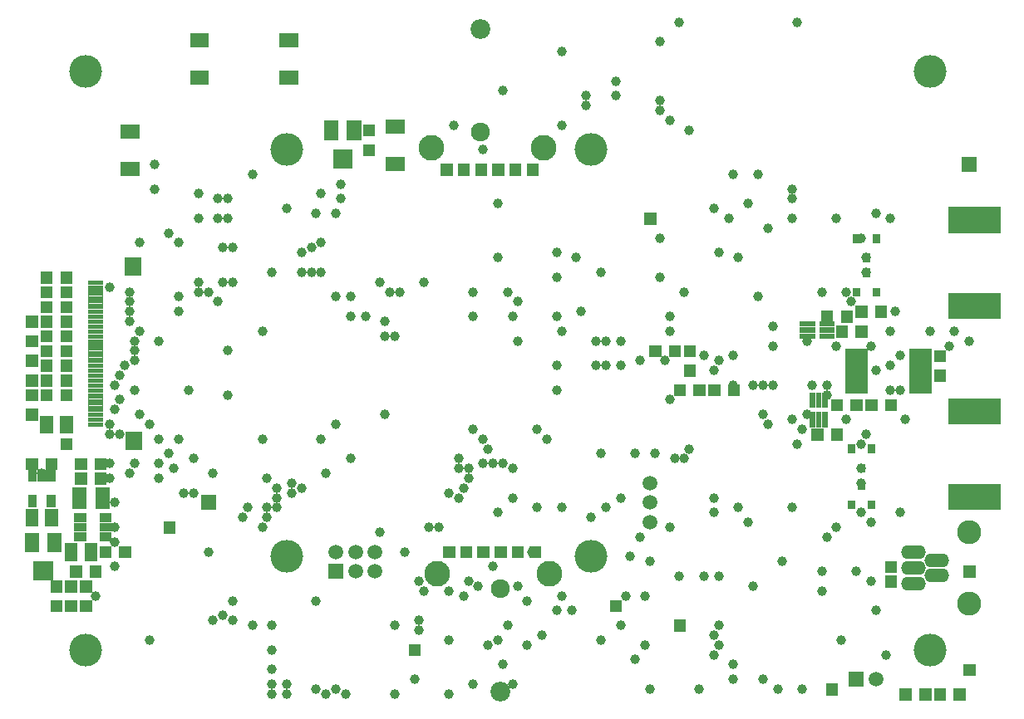
<source format=gbs>
G75*
G70*
%OFA0B0*%
%FSLAX24Y24*%
%IPPOS*%
%LPD*%
%AMOC8*
5,1,8,0,0,1.08239X$1,22.5*
%
%ADD10C,0.0966*%
%ADD11O,0.0992X0.0536*%
%ADD12C,0.0024*%
%ADD13R,0.0595X0.0595*%
%ADD14C,0.0595*%
%ADD15C,0.0025*%
%ADD16C,0.0026*%
%ADD17C,0.0023*%
%ADD18C,0.0023*%
%ADD19C,0.0022*%
%ADD20C,0.0036*%
%ADD21R,0.0689X0.0768*%
%ADD22R,0.0709X0.0768*%
%ADD23C,0.0033*%
%ADD24C,0.0029*%
%ADD25C,0.0029*%
%ADD26C,0.0021*%
%ADD27C,0.1316*%
%ADD28C,0.0795*%
%ADD29C,0.1031*%
%ADD30C,0.0759*%
%ADD31C,0.0390*%
D10*
X039050Y006751D03*
X039050Y009626D03*
D11*
X037763Y008503D03*
X037763Y007874D03*
X036834Y008189D03*
X036834Y008818D03*
X036834Y007559D03*
D12*
X036126Y007432D02*
X035676Y007432D01*
X035676Y007882D01*
X036126Y007882D01*
X036126Y007432D01*
X036126Y007455D02*
X035676Y007455D01*
X035676Y007478D02*
X036126Y007478D01*
X036126Y007501D02*
X035676Y007501D01*
X035676Y007524D02*
X036126Y007524D01*
X036126Y007547D02*
X035676Y007547D01*
X035676Y007570D02*
X036126Y007570D01*
X036126Y007593D02*
X035676Y007593D01*
X035676Y007616D02*
X036126Y007616D01*
X036126Y007639D02*
X035676Y007639D01*
X035676Y007662D02*
X036126Y007662D01*
X036126Y007685D02*
X035676Y007685D01*
X035676Y007708D02*
X036126Y007708D01*
X036126Y007731D02*
X035676Y007731D01*
X035676Y007754D02*
X036126Y007754D01*
X036126Y007777D02*
X035676Y007777D01*
X035676Y007800D02*
X036126Y007800D01*
X036126Y007823D02*
X035676Y007823D01*
X035676Y007846D02*
X036126Y007846D01*
X036126Y007869D02*
X035676Y007869D01*
X035676Y008023D02*
X036126Y008023D01*
X035676Y008023D02*
X035676Y008473D01*
X036126Y008473D01*
X036126Y008023D01*
X036126Y008046D02*
X035676Y008046D01*
X035676Y008069D02*
X036126Y008069D01*
X036126Y008092D02*
X035676Y008092D01*
X035676Y008115D02*
X036126Y008115D01*
X036126Y008138D02*
X035676Y008138D01*
X035676Y008161D02*
X036126Y008161D01*
X036126Y008184D02*
X035676Y008184D01*
X035676Y008207D02*
X036126Y008207D01*
X036126Y008230D02*
X035676Y008230D01*
X035676Y008253D02*
X036126Y008253D01*
X036126Y008276D02*
X035676Y008276D01*
X035676Y008299D02*
X036126Y008299D01*
X036126Y008322D02*
X035676Y008322D01*
X035676Y008345D02*
X036126Y008345D01*
X036126Y008368D02*
X035676Y008368D01*
X035676Y008391D02*
X036126Y008391D01*
X036126Y008414D02*
X035676Y008414D01*
X035676Y008437D02*
X036126Y008437D01*
X036126Y008460D02*
X035676Y008460D01*
X038825Y007826D02*
X039275Y007826D01*
X038825Y007826D02*
X038825Y008276D01*
X039275Y008276D01*
X039275Y007826D01*
X039275Y007849D02*
X038825Y007849D01*
X038825Y007872D02*
X039275Y007872D01*
X039275Y007895D02*
X038825Y007895D01*
X038825Y007918D02*
X039275Y007918D01*
X039275Y007941D02*
X038825Y007941D01*
X038825Y007964D02*
X039275Y007964D01*
X039275Y007987D02*
X038825Y007987D01*
X038825Y008010D02*
X039275Y008010D01*
X039275Y008033D02*
X038825Y008033D01*
X038825Y008056D02*
X039275Y008056D01*
X039275Y008079D02*
X038825Y008079D01*
X038825Y008102D02*
X039275Y008102D01*
X039275Y008125D02*
X038825Y008125D01*
X038825Y008148D02*
X039275Y008148D01*
X039275Y008171D02*
X038825Y008171D01*
X038825Y008194D02*
X039275Y008194D01*
X039275Y008217D02*
X038825Y008217D01*
X038825Y008240D02*
X039275Y008240D01*
X039275Y008263D02*
X038825Y008263D01*
X038825Y003889D02*
X039275Y003889D01*
X038825Y003889D02*
X038825Y004339D01*
X039275Y004339D01*
X039275Y003889D01*
X039275Y003912D02*
X038825Y003912D01*
X038825Y003935D02*
X039275Y003935D01*
X039275Y003958D02*
X038825Y003958D01*
X038825Y003981D02*
X039275Y003981D01*
X039275Y004004D02*
X038825Y004004D01*
X038825Y004027D02*
X039275Y004027D01*
X039275Y004050D02*
X038825Y004050D01*
X038825Y004073D02*
X039275Y004073D01*
X039275Y004096D02*
X038825Y004096D01*
X038825Y004119D02*
X039275Y004119D01*
X039275Y004142D02*
X038825Y004142D01*
X038825Y004165D02*
X039275Y004165D01*
X039275Y004188D02*
X038825Y004188D01*
X038825Y004211D02*
X039275Y004211D01*
X039275Y004234D02*
X038825Y004234D01*
X038825Y004257D02*
X039275Y004257D01*
X039275Y004280D02*
X038825Y004280D01*
X038825Y004303D02*
X039275Y004303D01*
X039275Y004326D02*
X038825Y004326D01*
X038882Y002904D02*
X038432Y002904D01*
X038432Y003354D01*
X038882Y003354D01*
X038882Y002904D01*
X038882Y002927D02*
X038432Y002927D01*
X038432Y002950D02*
X038882Y002950D01*
X038882Y002973D02*
X038432Y002973D01*
X038432Y002996D02*
X038882Y002996D01*
X038882Y003019D02*
X038432Y003019D01*
X038432Y003042D02*
X038882Y003042D01*
X038882Y003065D02*
X038432Y003065D01*
X038432Y003088D02*
X038882Y003088D01*
X038882Y003111D02*
X038432Y003111D01*
X038432Y003134D02*
X038882Y003134D01*
X038882Y003157D02*
X038432Y003157D01*
X038432Y003180D02*
X038882Y003180D01*
X038882Y003203D02*
X038432Y003203D01*
X038432Y003226D02*
X038882Y003226D01*
X038882Y003249D02*
X038432Y003249D01*
X038432Y003272D02*
X038882Y003272D01*
X038882Y003295D02*
X038432Y003295D01*
X038432Y003318D02*
X038882Y003318D01*
X038882Y003341D02*
X038432Y003341D01*
X038094Y002904D02*
X037644Y002904D01*
X037644Y003354D01*
X038094Y003354D01*
X038094Y002904D01*
X038094Y002927D02*
X037644Y002927D01*
X037644Y002950D02*
X038094Y002950D01*
X038094Y002973D02*
X037644Y002973D01*
X037644Y002996D02*
X038094Y002996D01*
X038094Y003019D02*
X037644Y003019D01*
X037644Y003042D02*
X038094Y003042D01*
X038094Y003065D02*
X037644Y003065D01*
X037644Y003088D02*
X038094Y003088D01*
X038094Y003111D02*
X037644Y003111D01*
X037644Y003134D02*
X038094Y003134D01*
X038094Y003157D02*
X037644Y003157D01*
X037644Y003180D02*
X038094Y003180D01*
X038094Y003203D02*
X037644Y003203D01*
X037644Y003226D02*
X038094Y003226D01*
X038094Y003249D02*
X037644Y003249D01*
X037644Y003272D02*
X038094Y003272D01*
X038094Y003295D02*
X037644Y003295D01*
X037644Y003318D02*
X038094Y003318D01*
X038094Y003341D02*
X037644Y003341D01*
X037504Y002904D02*
X037054Y002904D01*
X037054Y003354D01*
X037504Y003354D01*
X037504Y002904D01*
X037504Y002927D02*
X037054Y002927D01*
X037054Y002950D02*
X037504Y002950D01*
X037504Y002973D02*
X037054Y002973D01*
X037054Y002996D02*
X037504Y002996D01*
X037504Y003019D02*
X037054Y003019D01*
X037054Y003042D02*
X037504Y003042D01*
X037504Y003065D02*
X037054Y003065D01*
X037054Y003088D02*
X037504Y003088D01*
X037504Y003111D02*
X037054Y003111D01*
X037054Y003134D02*
X037504Y003134D01*
X037504Y003157D02*
X037054Y003157D01*
X037054Y003180D02*
X037504Y003180D01*
X037504Y003203D02*
X037054Y003203D01*
X037054Y003226D02*
X037504Y003226D01*
X037504Y003249D02*
X037054Y003249D01*
X037054Y003272D02*
X037504Y003272D01*
X037504Y003295D02*
X037054Y003295D01*
X037054Y003318D02*
X037504Y003318D01*
X037504Y003341D02*
X037054Y003341D01*
X036716Y002904D02*
X036266Y002904D01*
X036266Y003354D01*
X036716Y003354D01*
X036716Y002904D01*
X036716Y002927D02*
X036266Y002927D01*
X036266Y002950D02*
X036716Y002950D01*
X036716Y002973D02*
X036266Y002973D01*
X036266Y002996D02*
X036716Y002996D01*
X036716Y003019D02*
X036266Y003019D01*
X036266Y003042D02*
X036716Y003042D01*
X036716Y003065D02*
X036266Y003065D01*
X036266Y003088D02*
X036716Y003088D01*
X036716Y003111D02*
X036266Y003111D01*
X036266Y003134D02*
X036716Y003134D01*
X036716Y003157D02*
X036266Y003157D01*
X036266Y003180D02*
X036716Y003180D01*
X036716Y003203D02*
X036266Y003203D01*
X036266Y003226D02*
X036716Y003226D01*
X036716Y003249D02*
X036266Y003249D01*
X036266Y003272D02*
X036716Y003272D01*
X036716Y003295D02*
X036266Y003295D01*
X036266Y003318D02*
X036716Y003318D01*
X036716Y003341D02*
X036266Y003341D01*
X033764Y003101D02*
X033314Y003101D01*
X033314Y003551D01*
X033764Y003551D01*
X033764Y003101D01*
X033764Y003124D02*
X033314Y003124D01*
X033314Y003147D02*
X033764Y003147D01*
X033764Y003170D02*
X033314Y003170D01*
X033314Y003193D02*
X033764Y003193D01*
X033764Y003216D02*
X033314Y003216D01*
X033314Y003239D02*
X033764Y003239D01*
X033764Y003262D02*
X033314Y003262D01*
X033314Y003285D02*
X033764Y003285D01*
X033764Y003308D02*
X033314Y003308D01*
X033314Y003331D02*
X033764Y003331D01*
X033764Y003354D02*
X033314Y003354D01*
X033314Y003377D02*
X033764Y003377D01*
X033764Y003400D02*
X033314Y003400D01*
X033314Y003423D02*
X033764Y003423D01*
X033764Y003446D02*
X033314Y003446D01*
X033314Y003469D02*
X033764Y003469D01*
X033764Y003492D02*
X033314Y003492D01*
X033314Y003515D02*
X033764Y003515D01*
X033764Y003538D02*
X033314Y003538D01*
X027661Y005660D02*
X027211Y005660D01*
X027211Y006110D01*
X027661Y006110D01*
X027661Y005660D01*
X027661Y005683D02*
X027211Y005683D01*
X027211Y005706D02*
X027661Y005706D01*
X027661Y005729D02*
X027211Y005729D01*
X027211Y005752D02*
X027661Y005752D01*
X027661Y005775D02*
X027211Y005775D01*
X027211Y005798D02*
X027661Y005798D01*
X027661Y005821D02*
X027211Y005821D01*
X027211Y005844D02*
X027661Y005844D01*
X027661Y005867D02*
X027211Y005867D01*
X027211Y005890D02*
X027661Y005890D01*
X027661Y005913D02*
X027211Y005913D01*
X027211Y005936D02*
X027661Y005936D01*
X027661Y005959D02*
X027211Y005959D01*
X027211Y005982D02*
X027661Y005982D01*
X027661Y006005D02*
X027211Y006005D01*
X027211Y006028D02*
X027661Y006028D01*
X027661Y006051D02*
X027211Y006051D01*
X027211Y006074D02*
X027661Y006074D01*
X027661Y006097D02*
X027211Y006097D01*
X025102Y006448D02*
X024652Y006448D01*
X024652Y006898D01*
X025102Y006898D01*
X025102Y006448D01*
X025102Y006471D02*
X024652Y006471D01*
X024652Y006494D02*
X025102Y006494D01*
X025102Y006517D02*
X024652Y006517D01*
X024652Y006540D02*
X025102Y006540D01*
X025102Y006563D02*
X024652Y006563D01*
X024652Y006586D02*
X025102Y006586D01*
X025102Y006609D02*
X024652Y006609D01*
X024652Y006632D02*
X025102Y006632D01*
X025102Y006655D02*
X024652Y006655D01*
X024652Y006678D02*
X025102Y006678D01*
X025102Y006701D02*
X024652Y006701D01*
X024652Y006724D02*
X025102Y006724D01*
X025102Y006747D02*
X024652Y006747D01*
X024652Y006770D02*
X025102Y006770D01*
X025102Y006793D02*
X024652Y006793D01*
X024652Y006816D02*
X025102Y006816D01*
X025102Y006839D02*
X024652Y006839D01*
X024652Y006862D02*
X025102Y006862D01*
X025102Y006885D02*
X024652Y006885D01*
X021854Y008613D02*
X021404Y008613D01*
X021404Y009063D01*
X021854Y009063D01*
X021854Y008613D01*
X021854Y008636D02*
X021404Y008636D01*
X021404Y008659D02*
X021854Y008659D01*
X021854Y008682D02*
X021404Y008682D01*
X021404Y008705D02*
X021854Y008705D01*
X021854Y008728D02*
X021404Y008728D01*
X021404Y008751D02*
X021854Y008751D01*
X021854Y008774D02*
X021404Y008774D01*
X021404Y008797D02*
X021854Y008797D01*
X021854Y008820D02*
X021404Y008820D01*
X021404Y008843D02*
X021854Y008843D01*
X021854Y008866D02*
X021404Y008866D01*
X021404Y008889D02*
X021854Y008889D01*
X021854Y008912D02*
X021404Y008912D01*
X021404Y008935D02*
X021854Y008935D01*
X021854Y008958D02*
X021404Y008958D01*
X021404Y008981D02*
X021854Y008981D01*
X021854Y009004D02*
X021404Y009004D01*
X021404Y009027D02*
X021854Y009027D01*
X021854Y009050D02*
X021404Y009050D01*
X021165Y008613D02*
X020715Y008613D01*
X020715Y009063D01*
X021165Y009063D01*
X021165Y008613D01*
X021165Y008636D02*
X020715Y008636D01*
X020715Y008659D02*
X021165Y008659D01*
X021165Y008682D02*
X020715Y008682D01*
X020715Y008705D02*
X021165Y008705D01*
X021165Y008728D02*
X020715Y008728D01*
X020715Y008751D02*
X021165Y008751D01*
X021165Y008774D02*
X020715Y008774D01*
X020715Y008797D02*
X021165Y008797D01*
X021165Y008820D02*
X020715Y008820D01*
X020715Y008843D02*
X021165Y008843D01*
X021165Y008866D02*
X020715Y008866D01*
X020715Y008889D02*
X021165Y008889D01*
X021165Y008912D02*
X020715Y008912D01*
X020715Y008935D02*
X021165Y008935D01*
X021165Y008958D02*
X020715Y008958D01*
X020715Y008981D02*
X021165Y008981D01*
X021165Y009004D02*
X020715Y009004D01*
X020715Y009027D02*
X021165Y009027D01*
X021165Y009050D02*
X020715Y009050D01*
X020476Y008613D02*
X020026Y008613D01*
X020026Y009063D01*
X020476Y009063D01*
X020476Y008613D01*
X020476Y008636D02*
X020026Y008636D01*
X020026Y008659D02*
X020476Y008659D01*
X020476Y008682D02*
X020026Y008682D01*
X020026Y008705D02*
X020476Y008705D01*
X020476Y008728D02*
X020026Y008728D01*
X020026Y008751D02*
X020476Y008751D01*
X020476Y008774D02*
X020026Y008774D01*
X020026Y008797D02*
X020476Y008797D01*
X020476Y008820D02*
X020026Y008820D01*
X020026Y008843D02*
X020476Y008843D01*
X020476Y008866D02*
X020026Y008866D01*
X020026Y008889D02*
X020476Y008889D01*
X020476Y008912D02*
X020026Y008912D01*
X020026Y008935D02*
X020476Y008935D01*
X020476Y008958D02*
X020026Y008958D01*
X020026Y008981D02*
X020476Y008981D01*
X020476Y009004D02*
X020026Y009004D01*
X020026Y009027D02*
X020476Y009027D01*
X020476Y009050D02*
X020026Y009050D01*
X019787Y008613D02*
X019337Y008613D01*
X019337Y009063D01*
X019787Y009063D01*
X019787Y008613D01*
X019787Y008636D02*
X019337Y008636D01*
X019337Y008659D02*
X019787Y008659D01*
X019787Y008682D02*
X019337Y008682D01*
X019337Y008705D02*
X019787Y008705D01*
X019787Y008728D02*
X019337Y008728D01*
X019337Y008751D02*
X019787Y008751D01*
X019787Y008774D02*
X019337Y008774D01*
X019337Y008797D02*
X019787Y008797D01*
X019787Y008820D02*
X019337Y008820D01*
X019337Y008843D02*
X019787Y008843D01*
X019787Y008866D02*
X019337Y008866D01*
X019337Y008889D02*
X019787Y008889D01*
X019787Y008912D02*
X019337Y008912D01*
X019337Y008935D02*
X019787Y008935D01*
X019787Y008958D02*
X019337Y008958D01*
X019337Y008981D02*
X019787Y008981D01*
X019787Y009004D02*
X019337Y009004D01*
X019337Y009027D02*
X019787Y009027D01*
X019787Y009050D02*
X019337Y009050D01*
X019098Y008613D02*
X018648Y008613D01*
X018648Y009063D01*
X019098Y009063D01*
X019098Y008613D01*
X019098Y008636D02*
X018648Y008636D01*
X018648Y008659D02*
X019098Y008659D01*
X019098Y008682D02*
X018648Y008682D01*
X018648Y008705D02*
X019098Y008705D01*
X019098Y008728D02*
X018648Y008728D01*
X018648Y008751D02*
X019098Y008751D01*
X019098Y008774D02*
X018648Y008774D01*
X018648Y008797D02*
X019098Y008797D01*
X019098Y008820D02*
X018648Y008820D01*
X018648Y008843D02*
X019098Y008843D01*
X019098Y008866D02*
X018648Y008866D01*
X018648Y008889D02*
X019098Y008889D01*
X019098Y008912D02*
X018648Y008912D01*
X018648Y008935D02*
X019098Y008935D01*
X019098Y008958D02*
X018648Y008958D01*
X018648Y008981D02*
X019098Y008981D01*
X019098Y009004D02*
X018648Y009004D01*
X018648Y009027D02*
X019098Y009027D01*
X019098Y009050D02*
X018648Y009050D01*
X018409Y008613D02*
X017959Y008613D01*
X017959Y009063D01*
X018409Y009063D01*
X018409Y008613D01*
X018409Y008636D02*
X017959Y008636D01*
X017959Y008659D02*
X018409Y008659D01*
X018409Y008682D02*
X017959Y008682D01*
X017959Y008705D02*
X018409Y008705D01*
X018409Y008728D02*
X017959Y008728D01*
X017959Y008751D02*
X018409Y008751D01*
X018409Y008774D02*
X017959Y008774D01*
X017959Y008797D02*
X018409Y008797D01*
X018409Y008820D02*
X017959Y008820D01*
X017959Y008843D02*
X018409Y008843D01*
X018409Y008866D02*
X017959Y008866D01*
X017959Y008889D02*
X018409Y008889D01*
X018409Y008912D02*
X017959Y008912D01*
X017959Y008935D02*
X018409Y008935D01*
X018409Y008958D02*
X017959Y008958D01*
X017959Y008981D02*
X018409Y008981D01*
X018409Y009004D02*
X017959Y009004D01*
X017959Y009027D02*
X018409Y009027D01*
X018409Y009050D02*
X017959Y009050D01*
X017031Y004676D02*
X016581Y004676D01*
X016581Y005126D01*
X017031Y005126D01*
X017031Y004676D01*
X017031Y004699D02*
X016581Y004699D01*
X016581Y004722D02*
X017031Y004722D01*
X017031Y004745D02*
X016581Y004745D01*
X016581Y004768D02*
X017031Y004768D01*
X017031Y004791D02*
X016581Y004791D01*
X016581Y004814D02*
X017031Y004814D01*
X017031Y004837D02*
X016581Y004837D01*
X016581Y004860D02*
X017031Y004860D01*
X017031Y004883D02*
X016581Y004883D01*
X016581Y004906D02*
X017031Y004906D01*
X017031Y004929D02*
X016581Y004929D01*
X016581Y004952D02*
X017031Y004952D01*
X017031Y004975D02*
X016581Y004975D01*
X016581Y004998D02*
X017031Y004998D01*
X017031Y005021D02*
X016581Y005021D01*
X016581Y005044D02*
X017031Y005044D01*
X017031Y005067D02*
X016581Y005067D01*
X016581Y005090D02*
X017031Y005090D01*
X017031Y005113D02*
X016581Y005113D01*
X007189Y009597D02*
X006739Y009597D01*
X006739Y010047D01*
X007189Y010047D01*
X007189Y009597D01*
X007189Y009620D02*
X006739Y009620D01*
X006739Y009643D02*
X007189Y009643D01*
X007189Y009666D02*
X006739Y009666D01*
X006739Y009689D02*
X007189Y009689D01*
X007189Y009712D02*
X006739Y009712D01*
X006739Y009735D02*
X007189Y009735D01*
X007189Y009758D02*
X006739Y009758D01*
X006739Y009781D02*
X007189Y009781D01*
X007189Y009804D02*
X006739Y009804D01*
X006739Y009827D02*
X007189Y009827D01*
X007189Y009850D02*
X006739Y009850D01*
X006739Y009873D02*
X007189Y009873D01*
X007189Y009896D02*
X006739Y009896D01*
X006739Y009919D02*
X007189Y009919D01*
X007189Y009942D02*
X006739Y009942D01*
X006739Y009965D02*
X007189Y009965D01*
X007189Y009988D02*
X006739Y009988D01*
X006739Y010011D02*
X007189Y010011D01*
X007189Y010034D02*
X006739Y010034D01*
X005417Y008613D02*
X004967Y008613D01*
X004967Y009063D01*
X005417Y009063D01*
X005417Y008613D01*
X005417Y008636D02*
X004967Y008636D01*
X004967Y008659D02*
X005417Y008659D01*
X005417Y008682D02*
X004967Y008682D01*
X004967Y008705D02*
X005417Y008705D01*
X005417Y008728D02*
X004967Y008728D01*
X004967Y008751D02*
X005417Y008751D01*
X005417Y008774D02*
X004967Y008774D01*
X004967Y008797D02*
X005417Y008797D01*
X005417Y008820D02*
X004967Y008820D01*
X004967Y008843D02*
X005417Y008843D01*
X005417Y008866D02*
X004967Y008866D01*
X004967Y008889D02*
X005417Y008889D01*
X005417Y008912D02*
X004967Y008912D01*
X004967Y008935D02*
X005417Y008935D01*
X005417Y008958D02*
X004967Y008958D01*
X004967Y008981D02*
X005417Y008981D01*
X005417Y009004D02*
X004967Y009004D01*
X004967Y009027D02*
X005417Y009027D01*
X005417Y009050D02*
X004967Y009050D01*
X004630Y008613D02*
X004180Y008613D01*
X004180Y009063D01*
X004630Y009063D01*
X004630Y008613D01*
X004630Y008636D02*
X004180Y008636D01*
X004180Y008659D02*
X004630Y008659D01*
X004630Y008682D02*
X004180Y008682D01*
X004180Y008705D02*
X004630Y008705D01*
X004630Y008728D02*
X004180Y008728D01*
X004180Y008751D02*
X004630Y008751D01*
X004630Y008774D02*
X004180Y008774D01*
X004180Y008797D02*
X004630Y008797D01*
X004630Y008820D02*
X004180Y008820D01*
X004180Y008843D02*
X004630Y008843D01*
X004630Y008866D02*
X004180Y008866D01*
X004180Y008889D02*
X004630Y008889D01*
X004630Y008912D02*
X004180Y008912D01*
X004180Y008935D02*
X004630Y008935D01*
X004630Y008958D02*
X004180Y008958D01*
X004180Y008981D02*
X004630Y008981D01*
X004630Y009004D02*
X004180Y009004D01*
X004180Y009027D02*
X004630Y009027D01*
X004630Y009050D02*
X004180Y009050D01*
X004236Y007826D02*
X003786Y007826D01*
X003786Y008276D01*
X004236Y008276D01*
X004236Y007826D01*
X004236Y007849D02*
X003786Y007849D01*
X003786Y007872D02*
X004236Y007872D01*
X004236Y007895D02*
X003786Y007895D01*
X003786Y007918D02*
X004236Y007918D01*
X004236Y007941D02*
X003786Y007941D01*
X003786Y007964D02*
X004236Y007964D01*
X004236Y007987D02*
X003786Y007987D01*
X003786Y008010D02*
X004236Y008010D01*
X004236Y008033D02*
X003786Y008033D01*
X003786Y008056D02*
X004236Y008056D01*
X004236Y008079D02*
X003786Y008079D01*
X003786Y008102D02*
X004236Y008102D01*
X004236Y008125D02*
X003786Y008125D01*
X003786Y008148D02*
X004236Y008148D01*
X004236Y008171D02*
X003786Y008171D01*
X003786Y008194D02*
X004236Y008194D01*
X004236Y008217D02*
X003786Y008217D01*
X003786Y008240D02*
X004236Y008240D01*
X004236Y008263D02*
X003786Y008263D01*
X003449Y007826D02*
X002999Y007826D01*
X002999Y008276D01*
X003449Y008276D01*
X003449Y007826D01*
X003449Y007849D02*
X002999Y007849D01*
X002999Y007872D02*
X003449Y007872D01*
X003449Y007895D02*
X002999Y007895D01*
X002999Y007918D02*
X003449Y007918D01*
X003449Y007941D02*
X002999Y007941D01*
X002999Y007964D02*
X003449Y007964D01*
X003449Y007987D02*
X002999Y007987D01*
X002999Y008010D02*
X003449Y008010D01*
X003449Y008033D02*
X002999Y008033D01*
X002999Y008056D02*
X003449Y008056D01*
X003449Y008079D02*
X002999Y008079D01*
X002999Y008102D02*
X003449Y008102D01*
X003449Y008125D02*
X002999Y008125D01*
X002999Y008148D02*
X003449Y008148D01*
X003449Y008171D02*
X002999Y008171D01*
X002999Y008194D02*
X003449Y008194D01*
X003449Y008217D02*
X002999Y008217D01*
X002999Y008240D02*
X003449Y008240D01*
X003449Y008263D02*
X002999Y008263D01*
X002802Y007235D02*
X003252Y007235D01*
X002802Y007235D02*
X002802Y007685D01*
X003252Y007685D01*
X003252Y007235D01*
X003252Y007258D02*
X002802Y007258D01*
X002802Y007281D02*
X003252Y007281D01*
X003252Y007304D02*
X002802Y007304D01*
X002802Y007327D02*
X003252Y007327D01*
X003252Y007350D02*
X002802Y007350D01*
X002802Y007373D02*
X003252Y007373D01*
X003252Y007396D02*
X002802Y007396D01*
X002802Y007419D02*
X003252Y007419D01*
X003252Y007442D02*
X002802Y007442D01*
X002802Y007465D02*
X003252Y007465D01*
X003252Y007488D02*
X002802Y007488D01*
X002802Y007511D02*
X003252Y007511D01*
X003252Y007534D02*
X002802Y007534D01*
X002802Y007557D02*
X003252Y007557D01*
X003252Y007580D02*
X002802Y007580D01*
X002802Y007603D02*
X003252Y007603D01*
X003252Y007626D02*
X002802Y007626D01*
X002802Y007649D02*
X003252Y007649D01*
X003252Y007672D02*
X002802Y007672D01*
X002661Y007235D02*
X002211Y007235D01*
X002211Y007685D01*
X002661Y007685D01*
X002661Y007235D01*
X002661Y007258D02*
X002211Y007258D01*
X002211Y007281D02*
X002661Y007281D01*
X002661Y007304D02*
X002211Y007304D01*
X002211Y007327D02*
X002661Y007327D01*
X002661Y007350D02*
X002211Y007350D01*
X002211Y007373D02*
X002661Y007373D01*
X002661Y007396D02*
X002211Y007396D01*
X002211Y007419D02*
X002661Y007419D01*
X002661Y007442D02*
X002211Y007442D01*
X002211Y007465D02*
X002661Y007465D01*
X002661Y007488D02*
X002211Y007488D01*
X002211Y007511D02*
X002661Y007511D01*
X002661Y007534D02*
X002211Y007534D01*
X002211Y007557D02*
X002661Y007557D01*
X002661Y007580D02*
X002211Y007580D01*
X002211Y007603D02*
X002661Y007603D01*
X002661Y007626D02*
X002211Y007626D01*
X002211Y007649D02*
X002661Y007649D01*
X002661Y007672D02*
X002211Y007672D01*
X002211Y006448D02*
X002661Y006448D01*
X002211Y006448D02*
X002211Y006898D01*
X002661Y006898D01*
X002661Y006448D01*
X002661Y006471D02*
X002211Y006471D01*
X002211Y006494D02*
X002661Y006494D01*
X002661Y006517D02*
X002211Y006517D01*
X002211Y006540D02*
X002661Y006540D01*
X002661Y006563D02*
X002211Y006563D01*
X002211Y006586D02*
X002661Y006586D01*
X002661Y006609D02*
X002211Y006609D01*
X002211Y006632D02*
X002661Y006632D01*
X002661Y006655D02*
X002211Y006655D01*
X002211Y006678D02*
X002661Y006678D01*
X002661Y006701D02*
X002211Y006701D01*
X002211Y006724D02*
X002661Y006724D01*
X002661Y006747D02*
X002211Y006747D01*
X002211Y006770D02*
X002661Y006770D01*
X002661Y006793D02*
X002211Y006793D01*
X002211Y006816D02*
X002661Y006816D01*
X002661Y006839D02*
X002211Y006839D01*
X002211Y006862D02*
X002661Y006862D01*
X002661Y006885D02*
X002211Y006885D01*
X002802Y006448D02*
X003252Y006448D01*
X002802Y006448D02*
X002802Y006898D01*
X003252Y006898D01*
X003252Y006448D01*
X003252Y006471D02*
X002802Y006471D01*
X002802Y006494D02*
X003252Y006494D01*
X003252Y006517D02*
X002802Y006517D01*
X002802Y006540D02*
X003252Y006540D01*
X003252Y006563D02*
X002802Y006563D01*
X002802Y006586D02*
X003252Y006586D01*
X003252Y006609D02*
X002802Y006609D01*
X002802Y006632D02*
X003252Y006632D01*
X003252Y006655D02*
X002802Y006655D01*
X002802Y006678D02*
X003252Y006678D01*
X003252Y006701D02*
X002802Y006701D01*
X002802Y006724D02*
X003252Y006724D01*
X003252Y006747D02*
X002802Y006747D01*
X002802Y006770D02*
X003252Y006770D01*
X003252Y006793D02*
X002802Y006793D01*
X002802Y006816D02*
X003252Y006816D01*
X003252Y006839D02*
X002802Y006839D01*
X002802Y006862D02*
X003252Y006862D01*
X003252Y006885D02*
X002802Y006885D01*
X003392Y006448D02*
X003842Y006448D01*
X003392Y006448D02*
X003392Y006898D01*
X003842Y006898D01*
X003842Y006448D01*
X003842Y006471D02*
X003392Y006471D01*
X003392Y006494D02*
X003842Y006494D01*
X003842Y006517D02*
X003392Y006517D01*
X003392Y006540D02*
X003842Y006540D01*
X003842Y006563D02*
X003392Y006563D01*
X003392Y006586D02*
X003842Y006586D01*
X003842Y006609D02*
X003392Y006609D01*
X003392Y006632D02*
X003842Y006632D01*
X003842Y006655D02*
X003392Y006655D01*
X003392Y006678D02*
X003842Y006678D01*
X003842Y006701D02*
X003392Y006701D01*
X003392Y006724D02*
X003842Y006724D01*
X003842Y006747D02*
X003392Y006747D01*
X003392Y006770D02*
X003842Y006770D01*
X003842Y006793D02*
X003392Y006793D01*
X003392Y006816D02*
X003842Y006816D01*
X003842Y006839D02*
X003392Y006839D01*
X003392Y006862D02*
X003842Y006862D01*
X003842Y006885D02*
X003392Y006885D01*
X003392Y007235D02*
X003842Y007235D01*
X003392Y007235D02*
X003392Y007685D01*
X003842Y007685D01*
X003842Y007235D01*
X003842Y007258D02*
X003392Y007258D01*
X003392Y007281D02*
X003842Y007281D01*
X003842Y007304D02*
X003392Y007304D01*
X003392Y007327D02*
X003842Y007327D01*
X003842Y007350D02*
X003392Y007350D01*
X003392Y007373D02*
X003842Y007373D01*
X003842Y007396D02*
X003392Y007396D01*
X003392Y007419D02*
X003842Y007419D01*
X003842Y007442D02*
X003392Y007442D01*
X003392Y007465D02*
X003842Y007465D01*
X003842Y007488D02*
X003392Y007488D01*
X003392Y007511D02*
X003842Y007511D01*
X003842Y007534D02*
X003392Y007534D01*
X003392Y007557D02*
X003842Y007557D01*
X003842Y007580D02*
X003392Y007580D01*
X003392Y007603D02*
X003842Y007603D01*
X003842Y007626D02*
X003392Y007626D01*
X003392Y007649D02*
X003842Y007649D01*
X003842Y007672D02*
X003392Y007672D01*
X003195Y011566D02*
X003645Y011566D01*
X003195Y011566D02*
X003195Y012016D01*
X003645Y012016D01*
X003645Y011566D01*
X003645Y011589D02*
X003195Y011589D01*
X003195Y011612D02*
X003645Y011612D01*
X003645Y011635D02*
X003195Y011635D01*
X003195Y011658D02*
X003645Y011658D01*
X003645Y011681D02*
X003195Y011681D01*
X003195Y011704D02*
X003645Y011704D01*
X003645Y011727D02*
X003195Y011727D01*
X003195Y011750D02*
X003645Y011750D01*
X003645Y011773D02*
X003195Y011773D01*
X003195Y011796D02*
X003645Y011796D01*
X003645Y011819D02*
X003195Y011819D01*
X003195Y011842D02*
X003645Y011842D01*
X003645Y011865D02*
X003195Y011865D01*
X003195Y011888D02*
X003645Y011888D01*
X003645Y011911D02*
X003195Y011911D01*
X003195Y011934D02*
X003645Y011934D01*
X003645Y011957D02*
X003195Y011957D01*
X003195Y011980D02*
X003645Y011980D01*
X003645Y012003D02*
X003195Y012003D01*
X003195Y012156D02*
X003645Y012156D01*
X003195Y012156D02*
X003195Y012606D01*
X003645Y012606D01*
X003645Y012156D01*
X003645Y012179D02*
X003195Y012179D01*
X003195Y012202D02*
X003645Y012202D01*
X003645Y012225D02*
X003195Y012225D01*
X003195Y012248D02*
X003645Y012248D01*
X003645Y012271D02*
X003195Y012271D01*
X003195Y012294D02*
X003645Y012294D01*
X003645Y012317D02*
X003195Y012317D01*
X003195Y012340D02*
X003645Y012340D01*
X003645Y012363D02*
X003195Y012363D01*
X003195Y012386D02*
X003645Y012386D01*
X003645Y012409D02*
X003195Y012409D01*
X003195Y012432D02*
X003645Y012432D01*
X003645Y012455D02*
X003195Y012455D01*
X003195Y012478D02*
X003645Y012478D01*
X003645Y012501D02*
X003195Y012501D01*
X003195Y012524D02*
X003645Y012524D01*
X003645Y012547D02*
X003195Y012547D01*
X003195Y012570D02*
X003645Y012570D01*
X003645Y012593D02*
X003195Y012593D01*
X003055Y012944D02*
X002605Y012944D01*
X002605Y013394D01*
X003055Y013394D01*
X003055Y012944D01*
X003055Y012967D02*
X002605Y012967D01*
X002605Y012990D02*
X003055Y012990D01*
X003055Y013013D02*
X002605Y013013D01*
X002605Y013036D02*
X003055Y013036D01*
X003055Y013059D02*
X002605Y013059D01*
X002605Y013082D02*
X003055Y013082D01*
X003055Y013105D02*
X002605Y013105D01*
X002605Y013128D02*
X003055Y013128D01*
X003055Y013151D02*
X002605Y013151D01*
X002605Y013174D02*
X003055Y013174D01*
X003055Y013197D02*
X002605Y013197D01*
X002605Y013220D02*
X003055Y013220D01*
X003055Y013243D02*
X002605Y013243D01*
X002605Y013266D02*
X003055Y013266D01*
X003055Y013289D02*
X002605Y013289D01*
X002605Y013312D02*
X003055Y013312D01*
X003055Y013335D02*
X002605Y013335D01*
X002605Y013358D02*
X003055Y013358D01*
X003055Y013381D02*
X002605Y013381D01*
X002464Y012156D02*
X002014Y012156D01*
X002014Y012606D01*
X002464Y012606D01*
X002464Y012156D01*
X002464Y012179D02*
X002014Y012179D01*
X002014Y012202D02*
X002464Y012202D01*
X002464Y012225D02*
X002014Y012225D01*
X002014Y012248D02*
X002464Y012248D01*
X002464Y012271D02*
X002014Y012271D01*
X002014Y012294D02*
X002464Y012294D01*
X002464Y012317D02*
X002014Y012317D01*
X002014Y012340D02*
X002464Y012340D01*
X002464Y012363D02*
X002014Y012363D01*
X002014Y012386D02*
X002464Y012386D01*
X002464Y012409D02*
X002014Y012409D01*
X002014Y012432D02*
X002464Y012432D01*
X002464Y012455D02*
X002014Y012455D01*
X002014Y012478D02*
X002464Y012478D01*
X002464Y012501D02*
X002014Y012501D01*
X002014Y012524D02*
X002464Y012524D01*
X002464Y012547D02*
X002014Y012547D01*
X002014Y012570D02*
X002464Y012570D01*
X002464Y012593D02*
X002014Y012593D01*
X001677Y012156D02*
X001227Y012156D01*
X001227Y012606D01*
X001677Y012606D01*
X001677Y012156D01*
X001677Y012179D02*
X001227Y012179D01*
X001227Y012202D02*
X001677Y012202D01*
X001677Y012225D02*
X001227Y012225D01*
X001227Y012248D02*
X001677Y012248D01*
X001677Y012271D02*
X001227Y012271D01*
X001227Y012294D02*
X001677Y012294D01*
X001677Y012317D02*
X001227Y012317D01*
X001227Y012340D02*
X001677Y012340D01*
X001677Y012363D02*
X001227Y012363D01*
X001227Y012386D02*
X001677Y012386D01*
X001677Y012409D02*
X001227Y012409D01*
X001227Y012432D02*
X001677Y012432D01*
X001677Y012455D02*
X001227Y012455D01*
X001227Y012478D02*
X001677Y012478D01*
X001677Y012501D02*
X001227Y012501D01*
X001227Y012524D02*
X001677Y012524D01*
X001677Y012547D02*
X001227Y012547D01*
X001227Y012570D02*
X001677Y012570D01*
X001677Y012593D02*
X001227Y012593D01*
X001227Y014125D02*
X001677Y014125D01*
X001227Y014125D02*
X001227Y014575D01*
X001677Y014575D01*
X001677Y014125D01*
X001677Y014148D02*
X001227Y014148D01*
X001227Y014171D02*
X001677Y014171D01*
X001677Y014194D02*
X001227Y014194D01*
X001227Y014217D02*
X001677Y014217D01*
X001677Y014240D02*
X001227Y014240D01*
X001227Y014263D02*
X001677Y014263D01*
X001677Y014286D02*
X001227Y014286D01*
X001227Y014309D02*
X001677Y014309D01*
X001677Y014332D02*
X001227Y014332D01*
X001227Y014355D02*
X001677Y014355D01*
X001677Y014378D02*
X001227Y014378D01*
X001227Y014401D02*
X001677Y014401D01*
X001677Y014424D02*
X001227Y014424D01*
X001227Y014447D02*
X001677Y014447D01*
X001677Y014470D02*
X001227Y014470D01*
X001227Y014493D02*
X001677Y014493D01*
X001677Y014516D02*
X001227Y014516D01*
X001227Y014539D02*
X001677Y014539D01*
X001677Y014562D02*
X001227Y014562D01*
X001227Y014912D02*
X001677Y014912D01*
X001227Y014912D02*
X001227Y015362D01*
X001677Y015362D01*
X001677Y014912D01*
X001677Y014935D02*
X001227Y014935D01*
X001227Y014958D02*
X001677Y014958D01*
X001677Y014981D02*
X001227Y014981D01*
X001227Y015004D02*
X001677Y015004D01*
X001677Y015027D02*
X001227Y015027D01*
X001227Y015050D02*
X001677Y015050D01*
X001677Y015073D02*
X001227Y015073D01*
X001227Y015096D02*
X001677Y015096D01*
X001677Y015119D02*
X001227Y015119D01*
X001227Y015142D02*
X001677Y015142D01*
X001677Y015165D02*
X001227Y015165D01*
X001227Y015188D02*
X001677Y015188D01*
X001677Y015211D02*
X001227Y015211D01*
X001227Y015234D02*
X001677Y015234D01*
X001677Y015257D02*
X001227Y015257D01*
X001227Y015280D02*
X001677Y015280D01*
X001677Y015303D02*
X001227Y015303D01*
X001227Y015326D02*
X001677Y015326D01*
X001677Y015349D02*
X001227Y015349D01*
X001227Y015503D02*
X001677Y015503D01*
X001227Y015503D02*
X001227Y015953D01*
X001677Y015953D01*
X001677Y015503D01*
X001677Y015526D02*
X001227Y015526D01*
X001227Y015549D02*
X001677Y015549D01*
X001677Y015572D02*
X001227Y015572D01*
X001227Y015595D02*
X001677Y015595D01*
X001677Y015618D02*
X001227Y015618D01*
X001227Y015641D02*
X001677Y015641D01*
X001677Y015664D02*
X001227Y015664D01*
X001227Y015687D02*
X001677Y015687D01*
X001677Y015710D02*
X001227Y015710D01*
X001227Y015733D02*
X001677Y015733D01*
X001677Y015756D02*
X001227Y015756D01*
X001227Y015779D02*
X001677Y015779D01*
X001677Y015802D02*
X001227Y015802D01*
X001227Y015825D02*
X001677Y015825D01*
X001677Y015848D02*
X001227Y015848D01*
X001227Y015871D02*
X001677Y015871D01*
X001677Y015894D02*
X001227Y015894D01*
X001227Y015917D02*
X001677Y015917D01*
X001677Y015940D02*
X001227Y015940D01*
X001227Y016290D02*
X001677Y016290D01*
X001227Y016290D02*
X001227Y016740D01*
X001677Y016740D01*
X001677Y016290D01*
X001677Y016313D02*
X001227Y016313D01*
X001227Y016336D02*
X001677Y016336D01*
X001677Y016359D02*
X001227Y016359D01*
X001227Y016382D02*
X001677Y016382D01*
X001677Y016405D02*
X001227Y016405D01*
X001227Y016428D02*
X001677Y016428D01*
X001677Y016451D02*
X001227Y016451D01*
X001227Y016474D02*
X001677Y016474D01*
X001677Y016497D02*
X001227Y016497D01*
X001227Y016520D02*
X001677Y016520D01*
X001677Y016543D02*
X001227Y016543D01*
X001227Y016566D02*
X001677Y016566D01*
X001677Y016589D02*
X001227Y016589D01*
X001227Y016612D02*
X001677Y016612D01*
X001677Y016635D02*
X001227Y016635D01*
X001227Y016658D02*
X001677Y016658D01*
X001677Y016681D02*
X001227Y016681D01*
X001227Y016704D02*
X001677Y016704D01*
X001677Y016727D02*
X001227Y016727D01*
X001227Y017078D02*
X001677Y017078D01*
X001227Y017078D02*
X001227Y017528D01*
X001677Y017528D01*
X001677Y017078D01*
X001677Y017101D02*
X001227Y017101D01*
X001227Y017124D02*
X001677Y017124D01*
X001677Y017147D02*
X001227Y017147D01*
X001227Y017170D02*
X001677Y017170D01*
X001677Y017193D02*
X001227Y017193D01*
X001227Y017216D02*
X001677Y017216D01*
X001677Y017239D02*
X001227Y017239D01*
X001227Y017262D02*
X001677Y017262D01*
X001677Y017285D02*
X001227Y017285D01*
X001227Y017308D02*
X001677Y017308D01*
X001677Y017331D02*
X001227Y017331D01*
X001227Y017354D02*
X001677Y017354D01*
X001677Y017377D02*
X001227Y017377D01*
X001227Y017400D02*
X001677Y017400D01*
X001677Y017423D02*
X001227Y017423D01*
X001227Y017446D02*
X001677Y017446D01*
X001677Y017469D02*
X001227Y017469D01*
X001227Y017492D02*
X001677Y017492D01*
X001677Y017515D02*
X001227Y017515D01*
X001227Y017865D02*
X001677Y017865D01*
X001227Y017865D02*
X001227Y018315D01*
X001677Y018315D01*
X001677Y017865D01*
X001677Y017888D02*
X001227Y017888D01*
X001227Y017911D02*
X001677Y017911D01*
X001677Y017934D02*
X001227Y017934D01*
X001227Y017957D02*
X001677Y017957D01*
X001677Y017980D02*
X001227Y017980D01*
X001227Y018003D02*
X001677Y018003D01*
X001677Y018026D02*
X001227Y018026D01*
X001227Y018049D02*
X001677Y018049D01*
X001677Y018072D02*
X001227Y018072D01*
X001227Y018095D02*
X001677Y018095D01*
X001677Y018118D02*
X001227Y018118D01*
X001227Y018141D02*
X001677Y018141D01*
X001677Y018164D02*
X001227Y018164D01*
X001227Y018187D02*
X001677Y018187D01*
X001677Y018210D02*
X001227Y018210D01*
X001227Y018233D02*
X001677Y018233D01*
X001677Y018256D02*
X001227Y018256D01*
X001227Y018279D02*
X001677Y018279D01*
X001677Y018302D02*
X001227Y018302D01*
X001818Y017865D02*
X002268Y017865D01*
X001818Y017865D02*
X001818Y018315D01*
X002268Y018315D01*
X002268Y017865D01*
X002268Y017888D02*
X001818Y017888D01*
X001818Y017911D02*
X002268Y017911D01*
X002268Y017934D02*
X001818Y017934D01*
X001818Y017957D02*
X002268Y017957D01*
X002268Y017980D02*
X001818Y017980D01*
X001818Y018003D02*
X002268Y018003D01*
X002268Y018026D02*
X001818Y018026D01*
X001818Y018049D02*
X002268Y018049D01*
X002268Y018072D02*
X001818Y018072D01*
X001818Y018095D02*
X002268Y018095D01*
X002268Y018118D02*
X001818Y018118D01*
X001818Y018141D02*
X002268Y018141D01*
X002268Y018164D02*
X001818Y018164D01*
X001818Y018187D02*
X002268Y018187D01*
X002268Y018210D02*
X001818Y018210D01*
X001818Y018233D02*
X002268Y018233D01*
X002268Y018256D02*
X001818Y018256D01*
X001818Y018279D02*
X002268Y018279D01*
X002268Y018302D02*
X001818Y018302D01*
X001818Y018456D02*
X002268Y018456D01*
X001818Y018456D02*
X001818Y018906D01*
X002268Y018906D01*
X002268Y018456D01*
X002268Y018479D02*
X001818Y018479D01*
X001818Y018502D02*
X002268Y018502D01*
X002268Y018525D02*
X001818Y018525D01*
X001818Y018548D02*
X002268Y018548D01*
X002268Y018571D02*
X001818Y018571D01*
X001818Y018594D02*
X002268Y018594D01*
X002268Y018617D02*
X001818Y018617D01*
X001818Y018640D02*
X002268Y018640D01*
X002268Y018663D02*
X001818Y018663D01*
X001818Y018686D02*
X002268Y018686D01*
X002268Y018709D02*
X001818Y018709D01*
X001818Y018732D02*
X002268Y018732D01*
X002268Y018755D02*
X001818Y018755D01*
X001818Y018778D02*
X002268Y018778D01*
X002268Y018801D02*
X001818Y018801D01*
X001818Y018824D02*
X002268Y018824D01*
X002268Y018847D02*
X001818Y018847D01*
X001818Y018870D02*
X002268Y018870D01*
X002268Y018893D02*
X001818Y018893D01*
X001818Y019046D02*
X002268Y019046D01*
X001818Y019046D02*
X001818Y019496D01*
X002268Y019496D01*
X002268Y019046D01*
X002268Y019069D02*
X001818Y019069D01*
X001818Y019092D02*
X002268Y019092D01*
X002268Y019115D02*
X001818Y019115D01*
X001818Y019138D02*
X002268Y019138D01*
X002268Y019161D02*
X001818Y019161D01*
X001818Y019184D02*
X002268Y019184D01*
X002268Y019207D02*
X001818Y019207D01*
X001818Y019230D02*
X002268Y019230D01*
X002268Y019253D02*
X001818Y019253D01*
X001818Y019276D02*
X002268Y019276D01*
X002268Y019299D02*
X001818Y019299D01*
X001818Y019322D02*
X002268Y019322D01*
X002268Y019345D02*
X001818Y019345D01*
X001818Y019368D02*
X002268Y019368D01*
X002268Y019391D02*
X001818Y019391D01*
X001818Y019414D02*
X002268Y019414D01*
X002268Y019437D02*
X001818Y019437D01*
X001818Y019460D02*
X002268Y019460D01*
X002268Y019483D02*
X001818Y019483D01*
X001818Y019637D02*
X002268Y019637D01*
X001818Y019637D02*
X001818Y020087D01*
X002268Y020087D01*
X002268Y019637D01*
X002268Y019660D02*
X001818Y019660D01*
X001818Y019683D02*
X002268Y019683D01*
X002268Y019706D02*
X001818Y019706D01*
X001818Y019729D02*
X002268Y019729D01*
X002268Y019752D02*
X001818Y019752D01*
X001818Y019775D02*
X002268Y019775D01*
X002268Y019798D02*
X001818Y019798D01*
X001818Y019821D02*
X002268Y019821D01*
X002268Y019844D02*
X001818Y019844D01*
X001818Y019867D02*
X002268Y019867D01*
X002268Y019890D02*
X001818Y019890D01*
X001818Y019913D02*
X002268Y019913D01*
X002268Y019936D02*
X001818Y019936D01*
X001818Y019959D02*
X002268Y019959D01*
X002268Y019982D02*
X001818Y019982D01*
X001818Y020005D02*
X002268Y020005D01*
X002268Y020028D02*
X001818Y020028D01*
X001818Y020051D02*
X002268Y020051D01*
X002268Y020074D02*
X001818Y020074D01*
X002605Y019637D02*
X003055Y019637D01*
X002605Y019637D02*
X002605Y020087D01*
X003055Y020087D01*
X003055Y019637D01*
X003055Y019660D02*
X002605Y019660D01*
X002605Y019683D02*
X003055Y019683D01*
X003055Y019706D02*
X002605Y019706D01*
X002605Y019729D02*
X003055Y019729D01*
X003055Y019752D02*
X002605Y019752D01*
X002605Y019775D02*
X003055Y019775D01*
X003055Y019798D02*
X002605Y019798D01*
X002605Y019821D02*
X003055Y019821D01*
X003055Y019844D02*
X002605Y019844D01*
X002605Y019867D02*
X003055Y019867D01*
X003055Y019890D02*
X002605Y019890D01*
X002605Y019913D02*
X003055Y019913D01*
X003055Y019936D02*
X002605Y019936D01*
X002605Y019959D02*
X003055Y019959D01*
X003055Y019982D02*
X002605Y019982D01*
X002605Y020005D02*
X003055Y020005D01*
X003055Y020028D02*
X002605Y020028D01*
X002605Y020051D02*
X003055Y020051D01*
X003055Y020074D02*
X002605Y020074D01*
X002605Y019046D02*
X003055Y019046D01*
X002605Y019046D02*
X002605Y019496D01*
X003055Y019496D01*
X003055Y019046D01*
X003055Y019069D02*
X002605Y019069D01*
X002605Y019092D02*
X003055Y019092D01*
X003055Y019115D02*
X002605Y019115D01*
X002605Y019138D02*
X003055Y019138D01*
X003055Y019161D02*
X002605Y019161D01*
X002605Y019184D02*
X003055Y019184D01*
X003055Y019207D02*
X002605Y019207D01*
X002605Y019230D02*
X003055Y019230D01*
X003055Y019253D02*
X002605Y019253D01*
X002605Y019276D02*
X003055Y019276D01*
X003055Y019299D02*
X002605Y019299D01*
X002605Y019322D02*
X003055Y019322D01*
X003055Y019345D02*
X002605Y019345D01*
X002605Y019368D02*
X003055Y019368D01*
X003055Y019391D02*
X002605Y019391D01*
X002605Y019414D02*
X003055Y019414D01*
X003055Y019437D02*
X002605Y019437D01*
X002605Y019460D02*
X003055Y019460D01*
X003055Y019483D02*
X002605Y019483D01*
X002605Y018456D02*
X003055Y018456D01*
X002605Y018456D02*
X002605Y018906D01*
X003055Y018906D01*
X003055Y018456D01*
X003055Y018479D02*
X002605Y018479D01*
X002605Y018502D02*
X003055Y018502D01*
X003055Y018525D02*
X002605Y018525D01*
X002605Y018548D02*
X003055Y018548D01*
X003055Y018571D02*
X002605Y018571D01*
X002605Y018594D02*
X003055Y018594D01*
X003055Y018617D02*
X002605Y018617D01*
X002605Y018640D02*
X003055Y018640D01*
X003055Y018663D02*
X002605Y018663D01*
X002605Y018686D02*
X003055Y018686D01*
X003055Y018709D02*
X002605Y018709D01*
X002605Y018732D02*
X003055Y018732D01*
X003055Y018755D02*
X002605Y018755D01*
X002605Y018778D02*
X003055Y018778D01*
X003055Y018801D02*
X002605Y018801D01*
X002605Y018824D02*
X003055Y018824D01*
X003055Y018847D02*
X002605Y018847D01*
X002605Y018870D02*
X003055Y018870D01*
X003055Y018893D02*
X002605Y018893D01*
X002605Y017865D02*
X003055Y017865D01*
X002605Y017865D02*
X002605Y018315D01*
X003055Y018315D01*
X003055Y017865D01*
X003055Y017888D02*
X002605Y017888D01*
X002605Y017911D02*
X003055Y017911D01*
X003055Y017934D02*
X002605Y017934D01*
X002605Y017957D02*
X003055Y017957D01*
X003055Y017980D02*
X002605Y017980D01*
X002605Y018003D02*
X003055Y018003D01*
X003055Y018026D02*
X002605Y018026D01*
X002605Y018049D02*
X003055Y018049D01*
X003055Y018072D02*
X002605Y018072D01*
X002605Y018095D02*
X003055Y018095D01*
X003055Y018118D02*
X002605Y018118D01*
X002605Y018141D02*
X003055Y018141D01*
X003055Y018164D02*
X002605Y018164D01*
X002605Y018187D02*
X003055Y018187D01*
X003055Y018210D02*
X002605Y018210D01*
X002605Y018233D02*
X003055Y018233D01*
X003055Y018256D02*
X002605Y018256D01*
X002605Y018279D02*
X003055Y018279D01*
X003055Y018302D02*
X002605Y018302D01*
X002605Y017275D02*
X003055Y017275D01*
X002605Y017275D02*
X002605Y017725D01*
X003055Y017725D01*
X003055Y017275D01*
X003055Y017298D02*
X002605Y017298D01*
X002605Y017321D02*
X003055Y017321D01*
X003055Y017344D02*
X002605Y017344D01*
X002605Y017367D02*
X003055Y017367D01*
X003055Y017390D02*
X002605Y017390D01*
X002605Y017413D02*
X003055Y017413D01*
X003055Y017436D02*
X002605Y017436D01*
X002605Y017459D02*
X003055Y017459D01*
X003055Y017482D02*
X002605Y017482D01*
X002605Y017505D02*
X003055Y017505D01*
X003055Y017528D02*
X002605Y017528D01*
X002605Y017551D02*
X003055Y017551D01*
X003055Y017574D02*
X002605Y017574D01*
X002605Y017597D02*
X003055Y017597D01*
X003055Y017620D02*
X002605Y017620D01*
X002605Y017643D02*
X003055Y017643D01*
X003055Y017666D02*
X002605Y017666D01*
X002605Y017689D02*
X003055Y017689D01*
X003055Y017712D02*
X002605Y017712D01*
X002268Y017275D02*
X001818Y017275D01*
X001818Y017725D01*
X002268Y017725D01*
X002268Y017275D01*
X002268Y017298D02*
X001818Y017298D01*
X001818Y017321D02*
X002268Y017321D01*
X002268Y017344D02*
X001818Y017344D01*
X001818Y017367D02*
X002268Y017367D01*
X002268Y017390D02*
X001818Y017390D01*
X001818Y017413D02*
X002268Y017413D01*
X002268Y017436D02*
X001818Y017436D01*
X001818Y017459D02*
X002268Y017459D01*
X002268Y017482D02*
X001818Y017482D01*
X001818Y017505D02*
X002268Y017505D01*
X002268Y017528D02*
X001818Y017528D01*
X001818Y017551D02*
X002268Y017551D01*
X002268Y017574D02*
X001818Y017574D01*
X001818Y017597D02*
X002268Y017597D01*
X002268Y017620D02*
X001818Y017620D01*
X001818Y017643D02*
X002268Y017643D01*
X002268Y017666D02*
X001818Y017666D01*
X001818Y017689D02*
X002268Y017689D01*
X002268Y017712D02*
X001818Y017712D01*
X001818Y016684D02*
X002268Y016684D01*
X001818Y016684D02*
X001818Y017134D01*
X002268Y017134D01*
X002268Y016684D01*
X002268Y016707D02*
X001818Y016707D01*
X001818Y016730D02*
X002268Y016730D01*
X002268Y016753D02*
X001818Y016753D01*
X001818Y016776D02*
X002268Y016776D01*
X002268Y016799D02*
X001818Y016799D01*
X001818Y016822D02*
X002268Y016822D01*
X002268Y016845D02*
X001818Y016845D01*
X001818Y016868D02*
X002268Y016868D01*
X002268Y016891D02*
X001818Y016891D01*
X001818Y016914D02*
X002268Y016914D01*
X002268Y016937D02*
X001818Y016937D01*
X001818Y016960D02*
X002268Y016960D01*
X002268Y016983D02*
X001818Y016983D01*
X001818Y017006D02*
X002268Y017006D01*
X002268Y017029D02*
X001818Y017029D01*
X001818Y017052D02*
X002268Y017052D01*
X002268Y017075D02*
X001818Y017075D01*
X001818Y017098D02*
X002268Y017098D01*
X002268Y017121D02*
X001818Y017121D01*
X001818Y016093D02*
X002268Y016093D01*
X001818Y016093D02*
X001818Y016543D01*
X002268Y016543D01*
X002268Y016093D01*
X002268Y016116D02*
X001818Y016116D01*
X001818Y016139D02*
X002268Y016139D01*
X002268Y016162D02*
X001818Y016162D01*
X001818Y016185D02*
X002268Y016185D01*
X002268Y016208D02*
X001818Y016208D01*
X001818Y016231D02*
X002268Y016231D01*
X002268Y016254D02*
X001818Y016254D01*
X001818Y016277D02*
X002268Y016277D01*
X002268Y016300D02*
X001818Y016300D01*
X001818Y016323D02*
X002268Y016323D01*
X002268Y016346D02*
X001818Y016346D01*
X001818Y016369D02*
X002268Y016369D01*
X002268Y016392D02*
X001818Y016392D01*
X001818Y016415D02*
X002268Y016415D01*
X002268Y016438D02*
X001818Y016438D01*
X001818Y016461D02*
X002268Y016461D01*
X002268Y016484D02*
X001818Y016484D01*
X001818Y016507D02*
X002268Y016507D01*
X002268Y016530D02*
X001818Y016530D01*
X002605Y016093D02*
X003055Y016093D01*
X002605Y016093D02*
X002605Y016543D01*
X003055Y016543D01*
X003055Y016093D01*
X003055Y016116D02*
X002605Y016116D01*
X002605Y016139D02*
X003055Y016139D01*
X003055Y016162D02*
X002605Y016162D01*
X002605Y016185D02*
X003055Y016185D01*
X003055Y016208D02*
X002605Y016208D01*
X002605Y016231D02*
X003055Y016231D01*
X003055Y016254D02*
X002605Y016254D01*
X002605Y016277D02*
X003055Y016277D01*
X003055Y016300D02*
X002605Y016300D01*
X002605Y016323D02*
X003055Y016323D01*
X003055Y016346D02*
X002605Y016346D01*
X002605Y016369D02*
X003055Y016369D01*
X003055Y016392D02*
X002605Y016392D01*
X002605Y016415D02*
X003055Y016415D01*
X003055Y016438D02*
X002605Y016438D01*
X002605Y016461D02*
X003055Y016461D01*
X003055Y016484D02*
X002605Y016484D01*
X002605Y016507D02*
X003055Y016507D01*
X003055Y016530D02*
X002605Y016530D01*
X002605Y016684D02*
X003055Y016684D01*
X002605Y016684D02*
X002605Y017134D01*
X003055Y017134D01*
X003055Y016684D01*
X003055Y016707D02*
X002605Y016707D01*
X002605Y016730D02*
X003055Y016730D01*
X003055Y016753D02*
X002605Y016753D01*
X002605Y016776D02*
X003055Y016776D01*
X003055Y016799D02*
X002605Y016799D01*
X002605Y016822D02*
X003055Y016822D01*
X003055Y016845D02*
X002605Y016845D01*
X002605Y016868D02*
X003055Y016868D01*
X003055Y016891D02*
X002605Y016891D01*
X002605Y016914D02*
X003055Y016914D01*
X003055Y016937D02*
X002605Y016937D01*
X002605Y016960D02*
X003055Y016960D01*
X003055Y016983D02*
X002605Y016983D01*
X002605Y017006D02*
X003055Y017006D01*
X003055Y017029D02*
X002605Y017029D01*
X002605Y017052D02*
X003055Y017052D01*
X003055Y017075D02*
X002605Y017075D01*
X002605Y017098D02*
X003055Y017098D01*
X003055Y017121D02*
X002605Y017121D01*
X002605Y015503D02*
X003055Y015503D01*
X002605Y015503D02*
X002605Y015953D01*
X003055Y015953D01*
X003055Y015503D01*
X003055Y015526D02*
X002605Y015526D01*
X002605Y015549D02*
X003055Y015549D01*
X003055Y015572D02*
X002605Y015572D01*
X002605Y015595D02*
X003055Y015595D01*
X003055Y015618D02*
X002605Y015618D01*
X002605Y015641D02*
X003055Y015641D01*
X003055Y015664D02*
X002605Y015664D01*
X002605Y015687D02*
X003055Y015687D01*
X003055Y015710D02*
X002605Y015710D01*
X002605Y015733D02*
X003055Y015733D01*
X003055Y015756D02*
X002605Y015756D01*
X002605Y015779D02*
X003055Y015779D01*
X003055Y015802D02*
X002605Y015802D01*
X002605Y015825D02*
X003055Y015825D01*
X003055Y015848D02*
X002605Y015848D01*
X002605Y015871D02*
X003055Y015871D01*
X003055Y015894D02*
X002605Y015894D01*
X002605Y015917D02*
X003055Y015917D01*
X003055Y015940D02*
X002605Y015940D01*
X002268Y015503D02*
X001818Y015503D01*
X001818Y015953D01*
X002268Y015953D01*
X002268Y015503D01*
X002268Y015526D02*
X001818Y015526D01*
X001818Y015549D02*
X002268Y015549D01*
X002268Y015572D02*
X001818Y015572D01*
X001818Y015595D02*
X002268Y015595D01*
X002268Y015618D02*
X001818Y015618D01*
X001818Y015641D02*
X002268Y015641D01*
X002268Y015664D02*
X001818Y015664D01*
X001818Y015687D02*
X002268Y015687D01*
X002268Y015710D02*
X001818Y015710D01*
X001818Y015733D02*
X002268Y015733D01*
X002268Y015756D02*
X001818Y015756D01*
X001818Y015779D02*
X002268Y015779D01*
X002268Y015802D02*
X001818Y015802D01*
X001818Y015825D02*
X002268Y015825D01*
X002268Y015848D02*
X001818Y015848D01*
X001818Y015871D02*
X002268Y015871D01*
X002268Y015894D02*
X001818Y015894D01*
X001818Y015917D02*
X002268Y015917D01*
X002268Y015940D02*
X001818Y015940D01*
X001818Y014912D02*
X002268Y014912D01*
X001818Y014912D02*
X001818Y015362D01*
X002268Y015362D01*
X002268Y014912D01*
X002268Y014935D02*
X001818Y014935D01*
X001818Y014958D02*
X002268Y014958D01*
X002268Y014981D02*
X001818Y014981D01*
X001818Y015004D02*
X002268Y015004D01*
X002268Y015027D02*
X001818Y015027D01*
X001818Y015050D02*
X002268Y015050D01*
X002268Y015073D02*
X001818Y015073D01*
X001818Y015096D02*
X002268Y015096D01*
X002268Y015119D02*
X001818Y015119D01*
X001818Y015142D02*
X002268Y015142D01*
X002268Y015165D02*
X001818Y015165D01*
X001818Y015188D02*
X002268Y015188D01*
X002268Y015211D02*
X001818Y015211D01*
X001818Y015234D02*
X002268Y015234D01*
X002268Y015257D02*
X001818Y015257D01*
X001818Y015280D02*
X002268Y015280D01*
X002268Y015303D02*
X001818Y015303D01*
X001818Y015326D02*
X002268Y015326D01*
X002268Y015349D02*
X001818Y015349D01*
X002605Y014912D02*
X003055Y014912D01*
X002605Y014912D02*
X002605Y015362D01*
X003055Y015362D01*
X003055Y014912D01*
X003055Y014935D02*
X002605Y014935D01*
X002605Y014958D02*
X003055Y014958D01*
X003055Y014981D02*
X002605Y014981D01*
X002605Y015004D02*
X003055Y015004D01*
X003055Y015027D02*
X002605Y015027D01*
X002605Y015050D02*
X003055Y015050D01*
X003055Y015073D02*
X002605Y015073D01*
X002605Y015096D02*
X003055Y015096D01*
X003055Y015119D02*
X002605Y015119D01*
X002605Y015142D02*
X003055Y015142D01*
X003055Y015165D02*
X002605Y015165D01*
X002605Y015188D02*
X003055Y015188D01*
X003055Y015211D02*
X002605Y015211D01*
X002605Y015234D02*
X003055Y015234D01*
X003055Y015257D02*
X002605Y015257D01*
X002605Y015280D02*
X003055Y015280D01*
X003055Y015303D02*
X002605Y015303D01*
X002605Y015326D02*
X003055Y015326D01*
X003055Y015349D02*
X002605Y015349D01*
X003983Y012156D02*
X004433Y012156D01*
X003983Y012156D02*
X003983Y012606D01*
X004433Y012606D01*
X004433Y012156D01*
X004433Y012179D02*
X003983Y012179D01*
X003983Y012202D02*
X004433Y012202D01*
X004433Y012225D02*
X003983Y012225D01*
X003983Y012248D02*
X004433Y012248D01*
X004433Y012271D02*
X003983Y012271D01*
X003983Y012294D02*
X004433Y012294D01*
X004433Y012317D02*
X003983Y012317D01*
X003983Y012340D02*
X004433Y012340D01*
X004433Y012363D02*
X003983Y012363D01*
X003983Y012386D02*
X004433Y012386D01*
X004433Y012409D02*
X003983Y012409D01*
X003983Y012432D02*
X004433Y012432D01*
X004433Y012455D02*
X003983Y012455D01*
X003983Y012478D02*
X004433Y012478D01*
X004433Y012501D02*
X003983Y012501D01*
X003983Y012524D02*
X004433Y012524D01*
X004433Y012547D02*
X003983Y012547D01*
X003983Y012570D02*
X004433Y012570D01*
X004433Y012593D02*
X003983Y012593D01*
X003983Y011566D02*
X004433Y011566D01*
X003983Y011566D02*
X003983Y012016D01*
X004433Y012016D01*
X004433Y011566D01*
X004433Y011589D02*
X003983Y011589D01*
X003983Y011612D02*
X004433Y011612D01*
X004433Y011635D02*
X003983Y011635D01*
X003983Y011658D02*
X004433Y011658D01*
X004433Y011681D02*
X003983Y011681D01*
X003983Y011704D02*
X004433Y011704D01*
X004433Y011727D02*
X003983Y011727D01*
X003983Y011750D02*
X004433Y011750D01*
X004433Y011773D02*
X003983Y011773D01*
X003983Y011796D02*
X004433Y011796D01*
X004433Y011819D02*
X003983Y011819D01*
X003983Y011842D02*
X004433Y011842D01*
X004433Y011865D02*
X003983Y011865D01*
X003983Y011888D02*
X004433Y011888D01*
X004433Y011911D02*
X003983Y011911D01*
X003983Y011934D02*
X004433Y011934D01*
X004433Y011957D02*
X003983Y011957D01*
X003983Y011980D02*
X004433Y011980D01*
X004433Y012003D02*
X003983Y012003D01*
X017861Y023967D02*
X018311Y023967D01*
X017861Y023967D02*
X017861Y024417D01*
X018311Y024417D01*
X018311Y023967D01*
X018311Y023990D02*
X017861Y023990D01*
X017861Y024013D02*
X018311Y024013D01*
X018311Y024036D02*
X017861Y024036D01*
X017861Y024059D02*
X018311Y024059D01*
X018311Y024082D02*
X017861Y024082D01*
X017861Y024105D02*
X018311Y024105D01*
X018311Y024128D02*
X017861Y024128D01*
X017861Y024151D02*
X018311Y024151D01*
X018311Y024174D02*
X017861Y024174D01*
X017861Y024197D02*
X018311Y024197D01*
X018311Y024220D02*
X017861Y024220D01*
X017861Y024243D02*
X018311Y024243D01*
X018311Y024266D02*
X017861Y024266D01*
X017861Y024289D02*
X018311Y024289D01*
X018311Y024312D02*
X017861Y024312D01*
X017861Y024335D02*
X018311Y024335D01*
X018311Y024358D02*
X017861Y024358D01*
X017861Y024381D02*
X018311Y024381D01*
X018311Y024404D02*
X017861Y024404D01*
X018550Y023967D02*
X019000Y023967D01*
X018550Y023967D02*
X018550Y024417D01*
X019000Y024417D01*
X019000Y023967D01*
X019000Y023990D02*
X018550Y023990D01*
X018550Y024013D02*
X019000Y024013D01*
X019000Y024036D02*
X018550Y024036D01*
X018550Y024059D02*
X019000Y024059D01*
X019000Y024082D02*
X018550Y024082D01*
X018550Y024105D02*
X019000Y024105D01*
X019000Y024128D02*
X018550Y024128D01*
X018550Y024151D02*
X019000Y024151D01*
X019000Y024174D02*
X018550Y024174D01*
X018550Y024197D02*
X019000Y024197D01*
X019000Y024220D02*
X018550Y024220D01*
X018550Y024243D02*
X019000Y024243D01*
X019000Y024266D02*
X018550Y024266D01*
X018550Y024289D02*
X019000Y024289D01*
X019000Y024312D02*
X018550Y024312D01*
X018550Y024335D02*
X019000Y024335D01*
X019000Y024358D02*
X018550Y024358D01*
X018550Y024381D02*
X019000Y024381D01*
X019000Y024404D02*
X018550Y024404D01*
X019239Y023967D02*
X019689Y023967D01*
X019239Y023967D02*
X019239Y024417D01*
X019689Y024417D01*
X019689Y023967D01*
X019689Y023990D02*
X019239Y023990D01*
X019239Y024013D02*
X019689Y024013D01*
X019689Y024036D02*
X019239Y024036D01*
X019239Y024059D02*
X019689Y024059D01*
X019689Y024082D02*
X019239Y024082D01*
X019239Y024105D02*
X019689Y024105D01*
X019689Y024128D02*
X019239Y024128D01*
X019239Y024151D02*
X019689Y024151D01*
X019689Y024174D02*
X019239Y024174D01*
X019239Y024197D02*
X019689Y024197D01*
X019689Y024220D02*
X019239Y024220D01*
X019239Y024243D02*
X019689Y024243D01*
X019689Y024266D02*
X019239Y024266D01*
X019239Y024289D02*
X019689Y024289D01*
X019689Y024312D02*
X019239Y024312D01*
X019239Y024335D02*
X019689Y024335D01*
X019689Y024358D02*
X019239Y024358D01*
X019239Y024381D02*
X019689Y024381D01*
X019689Y024404D02*
X019239Y024404D01*
X019928Y023967D02*
X020378Y023967D01*
X019928Y023967D02*
X019928Y024417D01*
X020378Y024417D01*
X020378Y023967D01*
X020378Y023990D02*
X019928Y023990D01*
X019928Y024013D02*
X020378Y024013D01*
X020378Y024036D02*
X019928Y024036D01*
X019928Y024059D02*
X020378Y024059D01*
X020378Y024082D02*
X019928Y024082D01*
X019928Y024105D02*
X020378Y024105D01*
X020378Y024128D02*
X019928Y024128D01*
X019928Y024151D02*
X020378Y024151D01*
X020378Y024174D02*
X019928Y024174D01*
X019928Y024197D02*
X020378Y024197D01*
X020378Y024220D02*
X019928Y024220D01*
X019928Y024243D02*
X020378Y024243D01*
X020378Y024266D02*
X019928Y024266D01*
X019928Y024289D02*
X020378Y024289D01*
X020378Y024312D02*
X019928Y024312D01*
X019928Y024335D02*
X020378Y024335D01*
X020378Y024358D02*
X019928Y024358D01*
X019928Y024381D02*
X020378Y024381D01*
X020378Y024404D02*
X019928Y024404D01*
X020617Y023967D02*
X021067Y023967D01*
X020617Y023967D02*
X020617Y024417D01*
X021067Y024417D01*
X021067Y023967D01*
X021067Y023990D02*
X020617Y023990D01*
X020617Y024013D02*
X021067Y024013D01*
X021067Y024036D02*
X020617Y024036D01*
X020617Y024059D02*
X021067Y024059D01*
X021067Y024082D02*
X020617Y024082D01*
X020617Y024105D02*
X021067Y024105D01*
X021067Y024128D02*
X020617Y024128D01*
X020617Y024151D02*
X021067Y024151D01*
X021067Y024174D02*
X020617Y024174D01*
X020617Y024197D02*
X021067Y024197D01*
X021067Y024220D02*
X020617Y024220D01*
X020617Y024243D02*
X021067Y024243D01*
X021067Y024266D02*
X020617Y024266D01*
X020617Y024289D02*
X021067Y024289D01*
X021067Y024312D02*
X020617Y024312D01*
X020617Y024335D02*
X021067Y024335D01*
X021067Y024358D02*
X020617Y024358D01*
X020617Y024381D02*
X021067Y024381D01*
X021067Y024404D02*
X020617Y024404D01*
X021306Y023967D02*
X021756Y023967D01*
X021306Y023967D02*
X021306Y024417D01*
X021756Y024417D01*
X021756Y023967D01*
X021756Y023990D02*
X021306Y023990D01*
X021306Y024013D02*
X021756Y024013D01*
X021756Y024036D02*
X021306Y024036D01*
X021306Y024059D02*
X021756Y024059D01*
X021756Y024082D02*
X021306Y024082D01*
X021306Y024105D02*
X021756Y024105D01*
X021756Y024128D02*
X021306Y024128D01*
X021306Y024151D02*
X021756Y024151D01*
X021756Y024174D02*
X021306Y024174D01*
X021306Y024197D02*
X021756Y024197D01*
X021756Y024220D02*
X021306Y024220D01*
X021306Y024243D02*
X021756Y024243D01*
X021756Y024266D02*
X021306Y024266D01*
X021306Y024289D02*
X021756Y024289D01*
X021756Y024312D02*
X021306Y024312D01*
X021306Y024335D02*
X021756Y024335D01*
X021756Y024358D02*
X021306Y024358D01*
X021306Y024381D02*
X021756Y024381D01*
X021756Y024404D02*
X021306Y024404D01*
X026030Y021999D02*
X026480Y021999D01*
X026030Y021999D02*
X026030Y022449D01*
X026480Y022449D01*
X026480Y021999D01*
X026480Y022022D02*
X026030Y022022D01*
X026030Y022045D02*
X026480Y022045D01*
X026480Y022068D02*
X026030Y022068D01*
X026030Y022091D02*
X026480Y022091D01*
X026480Y022114D02*
X026030Y022114D01*
X026030Y022137D02*
X026480Y022137D01*
X026480Y022160D02*
X026030Y022160D01*
X026030Y022183D02*
X026480Y022183D01*
X026480Y022206D02*
X026030Y022206D01*
X026030Y022229D02*
X026480Y022229D01*
X026480Y022252D02*
X026030Y022252D01*
X026030Y022275D02*
X026480Y022275D01*
X026480Y022298D02*
X026030Y022298D01*
X026030Y022321D02*
X026480Y022321D01*
X026480Y022344D02*
X026030Y022344D01*
X026030Y022367D02*
X026480Y022367D01*
X026480Y022390D02*
X026030Y022390D01*
X026030Y022413D02*
X026480Y022413D01*
X026480Y022436D02*
X026030Y022436D01*
X026227Y016684D02*
X026677Y016684D01*
X026227Y016684D02*
X026227Y017134D01*
X026677Y017134D01*
X026677Y016684D01*
X026677Y016707D02*
X026227Y016707D01*
X026227Y016730D02*
X026677Y016730D01*
X026677Y016753D02*
X026227Y016753D01*
X026227Y016776D02*
X026677Y016776D01*
X026677Y016799D02*
X026227Y016799D01*
X026227Y016822D02*
X026677Y016822D01*
X026677Y016845D02*
X026227Y016845D01*
X026227Y016868D02*
X026677Y016868D01*
X026677Y016891D02*
X026227Y016891D01*
X026227Y016914D02*
X026677Y016914D01*
X026677Y016937D02*
X026227Y016937D01*
X026227Y016960D02*
X026677Y016960D01*
X026677Y016983D02*
X026227Y016983D01*
X026227Y017006D02*
X026677Y017006D01*
X026677Y017029D02*
X026227Y017029D01*
X026227Y017052D02*
X026677Y017052D01*
X026677Y017075D02*
X026227Y017075D01*
X026227Y017098D02*
X026677Y017098D01*
X026677Y017121D02*
X026227Y017121D01*
X027014Y016684D02*
X027464Y016684D01*
X027014Y016684D02*
X027014Y017134D01*
X027464Y017134D01*
X027464Y016684D01*
X027464Y016707D02*
X027014Y016707D01*
X027014Y016730D02*
X027464Y016730D01*
X027464Y016753D02*
X027014Y016753D01*
X027014Y016776D02*
X027464Y016776D01*
X027464Y016799D02*
X027014Y016799D01*
X027014Y016822D02*
X027464Y016822D01*
X027464Y016845D02*
X027014Y016845D01*
X027014Y016868D02*
X027464Y016868D01*
X027464Y016891D02*
X027014Y016891D01*
X027014Y016914D02*
X027464Y016914D01*
X027464Y016937D02*
X027014Y016937D01*
X027014Y016960D02*
X027464Y016960D01*
X027464Y016983D02*
X027014Y016983D01*
X027014Y017006D02*
X027464Y017006D01*
X027464Y017029D02*
X027014Y017029D01*
X027014Y017052D02*
X027464Y017052D01*
X027464Y017075D02*
X027014Y017075D01*
X027014Y017098D02*
X027464Y017098D01*
X027464Y017121D02*
X027014Y017121D01*
X027605Y016684D02*
X028055Y016684D01*
X027605Y016684D02*
X027605Y017134D01*
X028055Y017134D01*
X028055Y016684D01*
X028055Y016707D02*
X027605Y016707D01*
X027605Y016730D02*
X028055Y016730D01*
X028055Y016753D02*
X027605Y016753D01*
X027605Y016776D02*
X028055Y016776D01*
X028055Y016799D02*
X027605Y016799D01*
X027605Y016822D02*
X028055Y016822D01*
X028055Y016845D02*
X027605Y016845D01*
X027605Y016868D02*
X028055Y016868D01*
X028055Y016891D02*
X027605Y016891D01*
X027605Y016914D02*
X028055Y016914D01*
X028055Y016937D02*
X027605Y016937D01*
X027605Y016960D02*
X028055Y016960D01*
X028055Y016983D02*
X027605Y016983D01*
X027605Y017006D02*
X028055Y017006D01*
X028055Y017029D02*
X027605Y017029D01*
X027605Y017052D02*
X028055Y017052D01*
X028055Y017075D02*
X027605Y017075D01*
X027605Y017098D02*
X028055Y017098D01*
X028055Y017121D02*
X027605Y017121D01*
X027605Y015897D02*
X028055Y015897D01*
X027605Y015897D02*
X027605Y016347D01*
X028055Y016347D01*
X028055Y015897D01*
X028055Y015920D02*
X027605Y015920D01*
X027605Y015943D02*
X028055Y015943D01*
X028055Y015966D02*
X027605Y015966D01*
X027605Y015989D02*
X028055Y015989D01*
X028055Y016012D02*
X027605Y016012D01*
X027605Y016035D02*
X028055Y016035D01*
X028055Y016058D02*
X027605Y016058D01*
X027605Y016081D02*
X028055Y016081D01*
X028055Y016104D02*
X027605Y016104D01*
X027605Y016127D02*
X028055Y016127D01*
X028055Y016150D02*
X027605Y016150D01*
X027605Y016173D02*
X028055Y016173D01*
X028055Y016196D02*
X027605Y016196D01*
X027605Y016219D02*
X028055Y016219D01*
X028055Y016242D02*
X027605Y016242D01*
X027605Y016265D02*
X028055Y016265D01*
X028055Y016288D02*
X027605Y016288D01*
X027605Y016311D02*
X028055Y016311D01*
X028055Y016334D02*
X027605Y016334D01*
X027661Y015109D02*
X027211Y015109D01*
X027211Y015559D01*
X027661Y015559D01*
X027661Y015109D01*
X027661Y015132D02*
X027211Y015132D01*
X027211Y015155D02*
X027661Y015155D01*
X027661Y015178D02*
X027211Y015178D01*
X027211Y015201D02*
X027661Y015201D01*
X027661Y015224D02*
X027211Y015224D01*
X027211Y015247D02*
X027661Y015247D01*
X027661Y015270D02*
X027211Y015270D01*
X027211Y015293D02*
X027661Y015293D01*
X027661Y015316D02*
X027211Y015316D01*
X027211Y015339D02*
X027661Y015339D01*
X027661Y015362D02*
X027211Y015362D01*
X027211Y015385D02*
X027661Y015385D01*
X027661Y015408D02*
X027211Y015408D01*
X027211Y015431D02*
X027661Y015431D01*
X027661Y015454D02*
X027211Y015454D01*
X027211Y015477D02*
X027661Y015477D01*
X027661Y015500D02*
X027211Y015500D01*
X027211Y015523D02*
X027661Y015523D01*
X027661Y015546D02*
X027211Y015546D01*
X027999Y015109D02*
X028449Y015109D01*
X027999Y015109D02*
X027999Y015559D01*
X028449Y015559D01*
X028449Y015109D01*
X028449Y015132D02*
X027999Y015132D01*
X027999Y015155D02*
X028449Y015155D01*
X028449Y015178D02*
X027999Y015178D01*
X027999Y015201D02*
X028449Y015201D01*
X028449Y015224D02*
X027999Y015224D01*
X027999Y015247D02*
X028449Y015247D01*
X028449Y015270D02*
X027999Y015270D01*
X027999Y015293D02*
X028449Y015293D01*
X028449Y015316D02*
X027999Y015316D01*
X027999Y015339D02*
X028449Y015339D01*
X028449Y015362D02*
X027999Y015362D01*
X027999Y015385D02*
X028449Y015385D01*
X028449Y015408D02*
X027999Y015408D01*
X027999Y015431D02*
X028449Y015431D01*
X028449Y015454D02*
X027999Y015454D01*
X027999Y015477D02*
X028449Y015477D01*
X028449Y015500D02*
X027999Y015500D01*
X027999Y015523D02*
X028449Y015523D01*
X028449Y015546D02*
X027999Y015546D01*
X028589Y015109D02*
X029039Y015109D01*
X028589Y015109D02*
X028589Y015559D01*
X029039Y015559D01*
X029039Y015109D01*
X029039Y015132D02*
X028589Y015132D01*
X028589Y015155D02*
X029039Y015155D01*
X029039Y015178D02*
X028589Y015178D01*
X028589Y015201D02*
X029039Y015201D01*
X029039Y015224D02*
X028589Y015224D01*
X028589Y015247D02*
X029039Y015247D01*
X029039Y015270D02*
X028589Y015270D01*
X028589Y015293D02*
X029039Y015293D01*
X029039Y015316D02*
X028589Y015316D01*
X028589Y015339D02*
X029039Y015339D01*
X029039Y015362D02*
X028589Y015362D01*
X028589Y015385D02*
X029039Y015385D01*
X029039Y015408D02*
X028589Y015408D01*
X028589Y015431D02*
X029039Y015431D01*
X029039Y015454D02*
X028589Y015454D01*
X028589Y015477D02*
X029039Y015477D01*
X029039Y015500D02*
X028589Y015500D01*
X028589Y015523D02*
X029039Y015523D01*
X029039Y015546D02*
X028589Y015546D01*
X029377Y015109D02*
X029827Y015109D01*
X029377Y015109D02*
X029377Y015559D01*
X029827Y015559D01*
X029827Y015109D01*
X029827Y015132D02*
X029377Y015132D01*
X029377Y015155D02*
X029827Y015155D01*
X029827Y015178D02*
X029377Y015178D01*
X029377Y015201D02*
X029827Y015201D01*
X029827Y015224D02*
X029377Y015224D01*
X029377Y015247D02*
X029827Y015247D01*
X029827Y015270D02*
X029377Y015270D01*
X029377Y015293D02*
X029827Y015293D01*
X029827Y015316D02*
X029377Y015316D01*
X029377Y015339D02*
X029827Y015339D01*
X029827Y015362D02*
X029377Y015362D01*
X029377Y015385D02*
X029827Y015385D01*
X029827Y015408D02*
X029377Y015408D01*
X029377Y015431D02*
X029827Y015431D01*
X029827Y015454D02*
X029377Y015454D01*
X029377Y015477D02*
X029827Y015477D01*
X029827Y015500D02*
X029377Y015500D01*
X029377Y015523D02*
X029827Y015523D01*
X029827Y015546D02*
X029377Y015546D01*
X032723Y013338D02*
X033173Y013338D01*
X032723Y013338D02*
X032723Y013788D01*
X033173Y013788D01*
X033173Y013338D01*
X033173Y013361D02*
X032723Y013361D01*
X032723Y013384D02*
X033173Y013384D01*
X033173Y013407D02*
X032723Y013407D01*
X032723Y013430D02*
X033173Y013430D01*
X033173Y013453D02*
X032723Y013453D01*
X032723Y013476D02*
X033173Y013476D01*
X033173Y013499D02*
X032723Y013499D01*
X032723Y013522D02*
X033173Y013522D01*
X033173Y013545D02*
X032723Y013545D01*
X032723Y013568D02*
X033173Y013568D01*
X033173Y013591D02*
X032723Y013591D01*
X032723Y013614D02*
X033173Y013614D01*
X033173Y013637D02*
X032723Y013637D01*
X032723Y013660D02*
X033173Y013660D01*
X033173Y013683D02*
X032723Y013683D01*
X032723Y013706D02*
X033173Y013706D01*
X033173Y013729D02*
X032723Y013729D01*
X032723Y013752D02*
X033173Y013752D01*
X033173Y013775D02*
X032723Y013775D01*
X033510Y013338D02*
X033960Y013338D01*
X033510Y013338D02*
X033510Y013788D01*
X033960Y013788D01*
X033960Y013338D01*
X033960Y013361D02*
X033510Y013361D01*
X033510Y013384D02*
X033960Y013384D01*
X033960Y013407D02*
X033510Y013407D01*
X033510Y013430D02*
X033960Y013430D01*
X033960Y013453D02*
X033510Y013453D01*
X033510Y013476D02*
X033960Y013476D01*
X033960Y013499D02*
X033510Y013499D01*
X033510Y013522D02*
X033960Y013522D01*
X033960Y013545D02*
X033510Y013545D01*
X033510Y013568D02*
X033960Y013568D01*
X033960Y013591D02*
X033510Y013591D01*
X033510Y013614D02*
X033960Y013614D01*
X033960Y013637D02*
X033510Y013637D01*
X033510Y013660D02*
X033960Y013660D01*
X033960Y013683D02*
X033510Y013683D01*
X033510Y013706D02*
X033960Y013706D01*
X033960Y013729D02*
X033510Y013729D01*
X033510Y013752D02*
X033960Y013752D01*
X033960Y013775D02*
X033510Y013775D01*
X033510Y014519D02*
X033960Y014519D01*
X033510Y014519D02*
X033510Y014969D01*
X033960Y014969D01*
X033960Y014519D01*
X033960Y014542D02*
X033510Y014542D01*
X033510Y014565D02*
X033960Y014565D01*
X033960Y014588D02*
X033510Y014588D01*
X033510Y014611D02*
X033960Y014611D01*
X033960Y014634D02*
X033510Y014634D01*
X033510Y014657D02*
X033960Y014657D01*
X033960Y014680D02*
X033510Y014680D01*
X033510Y014703D02*
X033960Y014703D01*
X033960Y014726D02*
X033510Y014726D01*
X033510Y014749D02*
X033960Y014749D01*
X033960Y014772D02*
X033510Y014772D01*
X033510Y014795D02*
X033960Y014795D01*
X033960Y014818D02*
X033510Y014818D01*
X033510Y014841D02*
X033960Y014841D01*
X033960Y014864D02*
X033510Y014864D01*
X033510Y014887D02*
X033960Y014887D01*
X033960Y014910D02*
X033510Y014910D01*
X033510Y014933D02*
X033960Y014933D01*
X033960Y014956D02*
X033510Y014956D01*
X034298Y014519D02*
X034748Y014519D01*
X034298Y014519D02*
X034298Y014969D01*
X034748Y014969D01*
X034748Y014519D01*
X034748Y014542D02*
X034298Y014542D01*
X034298Y014565D02*
X034748Y014565D01*
X034748Y014588D02*
X034298Y014588D01*
X034298Y014611D02*
X034748Y014611D01*
X034748Y014634D02*
X034298Y014634D01*
X034298Y014657D02*
X034748Y014657D01*
X034748Y014680D02*
X034298Y014680D01*
X034298Y014703D02*
X034748Y014703D01*
X034748Y014726D02*
X034298Y014726D01*
X034298Y014749D02*
X034748Y014749D01*
X034748Y014772D02*
X034298Y014772D01*
X034298Y014795D02*
X034748Y014795D01*
X034748Y014818D02*
X034298Y014818D01*
X034298Y014841D02*
X034748Y014841D01*
X034748Y014864D02*
X034298Y014864D01*
X034298Y014887D02*
X034748Y014887D01*
X034748Y014910D02*
X034298Y014910D01*
X034298Y014933D02*
X034748Y014933D01*
X034748Y014956D02*
X034298Y014956D01*
X034888Y014519D02*
X035338Y014519D01*
X034888Y014519D02*
X034888Y014969D01*
X035338Y014969D01*
X035338Y014519D01*
X035338Y014542D02*
X034888Y014542D01*
X034888Y014565D02*
X035338Y014565D01*
X035338Y014588D02*
X034888Y014588D01*
X034888Y014611D02*
X035338Y014611D01*
X035338Y014634D02*
X034888Y014634D01*
X034888Y014657D02*
X035338Y014657D01*
X035338Y014680D02*
X034888Y014680D01*
X034888Y014703D02*
X035338Y014703D01*
X035338Y014726D02*
X034888Y014726D01*
X034888Y014749D02*
X035338Y014749D01*
X035338Y014772D02*
X034888Y014772D01*
X034888Y014795D02*
X035338Y014795D01*
X035338Y014818D02*
X034888Y014818D01*
X034888Y014841D02*
X035338Y014841D01*
X035338Y014864D02*
X034888Y014864D01*
X034888Y014887D02*
X035338Y014887D01*
X035338Y014910D02*
X034888Y014910D01*
X034888Y014933D02*
X035338Y014933D01*
X035338Y014956D02*
X034888Y014956D01*
X035676Y014519D02*
X036126Y014519D01*
X035676Y014519D02*
X035676Y014969D01*
X036126Y014969D01*
X036126Y014519D01*
X036126Y014542D02*
X035676Y014542D01*
X035676Y014565D02*
X036126Y014565D01*
X036126Y014588D02*
X035676Y014588D01*
X035676Y014611D02*
X036126Y014611D01*
X036126Y014634D02*
X035676Y014634D01*
X035676Y014657D02*
X036126Y014657D01*
X036126Y014680D02*
X035676Y014680D01*
X035676Y014703D02*
X036126Y014703D01*
X036126Y014726D02*
X035676Y014726D01*
X035676Y014749D02*
X036126Y014749D01*
X036126Y014772D02*
X035676Y014772D01*
X035676Y014795D02*
X036126Y014795D01*
X036126Y014818D02*
X035676Y014818D01*
X035676Y014841D02*
X036126Y014841D01*
X036126Y014864D02*
X035676Y014864D01*
X035676Y014887D02*
X036126Y014887D01*
X036126Y014910D02*
X035676Y014910D01*
X035676Y014933D02*
X036126Y014933D01*
X036126Y014956D02*
X035676Y014956D01*
X037644Y015700D02*
X038094Y015700D01*
X037644Y015700D02*
X037644Y016150D01*
X038094Y016150D01*
X038094Y015700D01*
X038094Y015723D02*
X037644Y015723D01*
X037644Y015746D02*
X038094Y015746D01*
X038094Y015769D02*
X037644Y015769D01*
X037644Y015792D02*
X038094Y015792D01*
X038094Y015815D02*
X037644Y015815D01*
X037644Y015838D02*
X038094Y015838D01*
X038094Y015861D02*
X037644Y015861D01*
X037644Y015884D02*
X038094Y015884D01*
X038094Y015907D02*
X037644Y015907D01*
X037644Y015930D02*
X038094Y015930D01*
X038094Y015953D02*
X037644Y015953D01*
X037644Y015976D02*
X038094Y015976D01*
X038094Y015999D02*
X037644Y015999D01*
X037644Y016022D02*
X038094Y016022D01*
X038094Y016045D02*
X037644Y016045D01*
X037644Y016068D02*
X038094Y016068D01*
X038094Y016091D02*
X037644Y016091D01*
X037644Y016114D02*
X038094Y016114D01*
X038094Y016137D02*
X037644Y016137D01*
X037644Y016487D02*
X038094Y016487D01*
X037644Y016487D02*
X037644Y016937D01*
X038094Y016937D01*
X038094Y016487D01*
X038094Y016510D02*
X037644Y016510D01*
X037644Y016533D02*
X038094Y016533D01*
X038094Y016556D02*
X037644Y016556D01*
X037644Y016579D02*
X038094Y016579D01*
X038094Y016602D02*
X037644Y016602D01*
X037644Y016625D02*
X038094Y016625D01*
X038094Y016648D02*
X037644Y016648D01*
X037644Y016671D02*
X038094Y016671D01*
X038094Y016694D02*
X037644Y016694D01*
X037644Y016717D02*
X038094Y016717D01*
X038094Y016740D02*
X037644Y016740D01*
X037644Y016763D02*
X038094Y016763D01*
X038094Y016786D02*
X037644Y016786D01*
X037644Y016809D02*
X038094Y016809D01*
X038094Y016832D02*
X037644Y016832D01*
X037644Y016855D02*
X038094Y016855D01*
X038094Y016878D02*
X037644Y016878D01*
X037644Y016901D02*
X038094Y016901D01*
X038094Y016924D02*
X037644Y016924D01*
X035732Y018259D02*
X035282Y018259D01*
X035282Y018709D01*
X035732Y018709D01*
X035732Y018259D01*
X035732Y018282D02*
X035282Y018282D01*
X035282Y018305D02*
X035732Y018305D01*
X035732Y018328D02*
X035282Y018328D01*
X035282Y018351D02*
X035732Y018351D01*
X035732Y018374D02*
X035282Y018374D01*
X035282Y018397D02*
X035732Y018397D01*
X035732Y018420D02*
X035282Y018420D01*
X035282Y018443D02*
X035732Y018443D01*
X035732Y018466D02*
X035282Y018466D01*
X035282Y018489D02*
X035732Y018489D01*
X035732Y018512D02*
X035282Y018512D01*
X035282Y018535D02*
X035732Y018535D01*
X035732Y018558D02*
X035282Y018558D01*
X035282Y018581D02*
X035732Y018581D01*
X035732Y018604D02*
X035282Y018604D01*
X035282Y018627D02*
X035732Y018627D01*
X035732Y018650D02*
X035282Y018650D01*
X035282Y018673D02*
X035732Y018673D01*
X035732Y018696D02*
X035282Y018696D01*
X034945Y018259D02*
X034495Y018259D01*
X034495Y018709D01*
X034945Y018709D01*
X034945Y018259D01*
X034945Y018282D02*
X034495Y018282D01*
X034495Y018305D02*
X034945Y018305D01*
X034945Y018328D02*
X034495Y018328D01*
X034495Y018351D02*
X034945Y018351D01*
X034945Y018374D02*
X034495Y018374D01*
X034495Y018397D02*
X034945Y018397D01*
X034945Y018420D02*
X034495Y018420D01*
X034495Y018443D02*
X034945Y018443D01*
X034945Y018466D02*
X034495Y018466D01*
X034495Y018489D02*
X034945Y018489D01*
X034945Y018512D02*
X034495Y018512D01*
X034495Y018535D02*
X034945Y018535D01*
X034945Y018558D02*
X034495Y018558D01*
X034495Y018581D02*
X034945Y018581D01*
X034945Y018604D02*
X034495Y018604D01*
X034495Y018627D02*
X034945Y018627D01*
X034945Y018650D02*
X034495Y018650D01*
X034495Y018673D02*
X034945Y018673D01*
X034945Y018696D02*
X034495Y018696D01*
X034354Y018062D02*
X033904Y018062D01*
X033904Y018512D01*
X034354Y018512D01*
X034354Y018062D01*
X034354Y018085D02*
X033904Y018085D01*
X033904Y018108D02*
X034354Y018108D01*
X034354Y018131D02*
X033904Y018131D01*
X033904Y018154D02*
X034354Y018154D01*
X034354Y018177D02*
X033904Y018177D01*
X033904Y018200D02*
X034354Y018200D01*
X034354Y018223D02*
X033904Y018223D01*
X033904Y018246D02*
X034354Y018246D01*
X034354Y018269D02*
X033904Y018269D01*
X033904Y018292D02*
X034354Y018292D01*
X034354Y018315D02*
X033904Y018315D01*
X033904Y018338D02*
X034354Y018338D01*
X034354Y018361D02*
X033904Y018361D01*
X033904Y018384D02*
X034354Y018384D01*
X034354Y018407D02*
X033904Y018407D01*
X033904Y018430D02*
X034354Y018430D01*
X034354Y018453D02*
X033904Y018453D01*
X033904Y018476D02*
X034354Y018476D01*
X034354Y018499D02*
X033904Y018499D01*
X033567Y018062D02*
X033117Y018062D01*
X033117Y018512D01*
X033567Y018512D01*
X033567Y018062D01*
X033567Y018085D02*
X033117Y018085D01*
X033117Y018108D02*
X033567Y018108D01*
X033567Y018131D02*
X033117Y018131D01*
X033117Y018154D02*
X033567Y018154D01*
X033567Y018177D02*
X033117Y018177D01*
X033117Y018200D02*
X033567Y018200D01*
X033567Y018223D02*
X033117Y018223D01*
X033117Y018246D02*
X033567Y018246D01*
X033567Y018269D02*
X033117Y018269D01*
X033117Y018292D02*
X033567Y018292D01*
X033567Y018315D02*
X033117Y018315D01*
X033117Y018338D02*
X033567Y018338D01*
X033567Y018361D02*
X033117Y018361D01*
X033117Y018384D02*
X033567Y018384D01*
X033567Y018407D02*
X033117Y018407D01*
X033117Y018430D02*
X033567Y018430D01*
X033567Y018453D02*
X033117Y018453D01*
X033117Y018476D02*
X033567Y018476D01*
X033567Y018499D02*
X033117Y018499D01*
X033707Y017471D02*
X034157Y017471D01*
X033707Y017471D02*
X033707Y017921D01*
X034157Y017921D01*
X034157Y017471D01*
X034157Y017494D02*
X033707Y017494D01*
X033707Y017517D02*
X034157Y017517D01*
X034157Y017540D02*
X033707Y017540D01*
X033707Y017563D02*
X034157Y017563D01*
X034157Y017586D02*
X033707Y017586D01*
X033707Y017609D02*
X034157Y017609D01*
X034157Y017632D02*
X033707Y017632D01*
X033707Y017655D02*
X034157Y017655D01*
X034157Y017678D02*
X033707Y017678D01*
X033707Y017701D02*
X034157Y017701D01*
X034157Y017724D02*
X033707Y017724D01*
X033707Y017747D02*
X034157Y017747D01*
X034157Y017770D02*
X033707Y017770D01*
X033707Y017793D02*
X034157Y017793D01*
X034157Y017816D02*
X033707Y017816D01*
X033707Y017839D02*
X034157Y017839D01*
X034157Y017862D02*
X033707Y017862D01*
X033707Y017885D02*
X034157Y017885D01*
X034157Y017908D02*
X033707Y017908D01*
X034495Y017471D02*
X034945Y017471D01*
X034495Y017471D02*
X034495Y017921D01*
X034945Y017921D01*
X034945Y017471D01*
X034945Y017494D02*
X034495Y017494D01*
X034495Y017517D02*
X034945Y017517D01*
X034945Y017540D02*
X034495Y017540D01*
X034495Y017563D02*
X034945Y017563D01*
X034945Y017586D02*
X034495Y017586D01*
X034495Y017609D02*
X034945Y017609D01*
X034945Y017632D02*
X034495Y017632D01*
X034495Y017655D02*
X034945Y017655D01*
X034945Y017678D02*
X034495Y017678D01*
X034495Y017701D02*
X034945Y017701D01*
X034945Y017724D02*
X034495Y017724D01*
X034495Y017747D02*
X034945Y017747D01*
X034945Y017770D02*
X034495Y017770D01*
X034495Y017793D02*
X034945Y017793D01*
X034945Y017816D02*
X034495Y017816D01*
X034495Y017839D02*
X034945Y017839D01*
X034945Y017862D02*
X034495Y017862D01*
X034495Y017885D02*
X034945Y017885D01*
X034945Y017908D02*
X034495Y017908D01*
X015201Y024755D02*
X014751Y024755D01*
X014751Y025205D01*
X015201Y025205D01*
X015201Y024755D01*
X015201Y024778D02*
X014751Y024778D01*
X014751Y024801D02*
X015201Y024801D01*
X015201Y024824D02*
X014751Y024824D01*
X014751Y024847D02*
X015201Y024847D01*
X015201Y024870D02*
X014751Y024870D01*
X014751Y024893D02*
X015201Y024893D01*
X015201Y024916D02*
X014751Y024916D01*
X014751Y024939D02*
X015201Y024939D01*
X015201Y024962D02*
X014751Y024962D01*
X014751Y024985D02*
X015201Y024985D01*
X015201Y025008D02*
X014751Y025008D01*
X014751Y025031D02*
X015201Y025031D01*
X015201Y025054D02*
X014751Y025054D01*
X014751Y025077D02*
X015201Y025077D01*
X015201Y025100D02*
X014751Y025100D01*
X014751Y025123D02*
X015201Y025123D01*
X015201Y025146D02*
X014751Y025146D01*
X014751Y025169D02*
X015201Y025169D01*
X015201Y025192D02*
X014751Y025192D01*
X014751Y025542D02*
X015201Y025542D01*
X014751Y025542D02*
X014751Y025992D01*
X015201Y025992D01*
X015201Y025542D01*
X015201Y025565D02*
X014751Y025565D01*
X014751Y025588D02*
X015201Y025588D01*
X015201Y025611D02*
X014751Y025611D01*
X014751Y025634D02*
X015201Y025634D01*
X015201Y025657D02*
X014751Y025657D01*
X014751Y025680D02*
X015201Y025680D01*
X015201Y025703D02*
X014751Y025703D01*
X014751Y025726D02*
X015201Y025726D01*
X015201Y025749D02*
X014751Y025749D01*
X014751Y025772D02*
X015201Y025772D01*
X015201Y025795D02*
X014751Y025795D01*
X014751Y025818D02*
X015201Y025818D01*
X015201Y025841D02*
X014751Y025841D01*
X014751Y025864D02*
X015201Y025864D01*
X015201Y025887D02*
X014751Y025887D01*
X014751Y025910D02*
X015201Y025910D01*
X015201Y025933D02*
X014751Y025933D01*
X014751Y025956D02*
X015201Y025956D01*
X015201Y025979D02*
X014751Y025979D01*
D13*
X008539Y010807D03*
X013657Y008051D03*
X034523Y003720D03*
X039050Y024389D03*
D14*
X026255Y011594D03*
X026255Y010807D03*
X026255Y010019D03*
X035310Y003720D03*
X015231Y008051D03*
X014444Y008051D03*
X014444Y008838D03*
X013657Y008838D03*
X015231Y008838D03*
D15*
X004625Y009303D02*
X004179Y009303D01*
X004179Y009631D01*
X004625Y009631D01*
X004625Y009303D01*
X004625Y009327D02*
X004179Y009327D01*
X004179Y009351D02*
X004625Y009351D01*
X004625Y009375D02*
X004179Y009375D01*
X004179Y009399D02*
X004625Y009399D01*
X004625Y009423D02*
X004179Y009423D01*
X004179Y009447D02*
X004625Y009447D01*
X004625Y009471D02*
X004179Y009471D01*
X004179Y009495D02*
X004625Y009495D01*
X004625Y009519D02*
X004179Y009519D01*
X004179Y009543D02*
X004625Y009543D01*
X004625Y009567D02*
X004179Y009567D01*
X004179Y009591D02*
X004625Y009591D01*
X004625Y009615D02*
X004179Y009615D01*
X004179Y009678D02*
X004625Y009678D01*
X004179Y009678D02*
X004179Y010006D01*
X004625Y010006D01*
X004625Y009678D01*
X004625Y009702D02*
X004179Y009702D01*
X004179Y009726D02*
X004625Y009726D01*
X004625Y009750D02*
X004179Y009750D01*
X004179Y009774D02*
X004625Y009774D01*
X004625Y009798D02*
X004179Y009798D01*
X004179Y009822D02*
X004625Y009822D01*
X004625Y009846D02*
X004179Y009846D01*
X004179Y009870D02*
X004625Y009870D01*
X004625Y009894D02*
X004179Y009894D01*
X004179Y009918D02*
X004625Y009918D01*
X004625Y009942D02*
X004179Y009942D01*
X004179Y009966D02*
X004625Y009966D01*
X004625Y009990D02*
X004179Y009990D01*
X004179Y010053D02*
X004625Y010053D01*
X004179Y010053D02*
X004179Y010381D01*
X004625Y010381D01*
X004625Y010053D01*
X004625Y010077D02*
X004179Y010077D01*
X004179Y010101D02*
X004625Y010101D01*
X004625Y010125D02*
X004179Y010125D01*
X004179Y010149D02*
X004625Y010149D01*
X004625Y010173D02*
X004179Y010173D01*
X004179Y010197D02*
X004625Y010197D01*
X004625Y010221D02*
X004179Y010221D01*
X004179Y010245D02*
X004625Y010245D01*
X004625Y010269D02*
X004179Y010269D01*
X004179Y010293D02*
X004625Y010293D01*
X004625Y010317D02*
X004179Y010317D01*
X004179Y010341D02*
X004625Y010341D01*
X004625Y010365D02*
X004179Y010365D01*
X003607Y010053D02*
X003161Y010053D01*
X003161Y010381D01*
X003607Y010381D01*
X003607Y010053D01*
X003607Y010077D02*
X003161Y010077D01*
X003161Y010101D02*
X003607Y010101D01*
X003607Y010125D02*
X003161Y010125D01*
X003161Y010149D02*
X003607Y010149D01*
X003607Y010173D02*
X003161Y010173D01*
X003161Y010197D02*
X003607Y010197D01*
X003607Y010221D02*
X003161Y010221D01*
X003161Y010245D02*
X003607Y010245D01*
X003607Y010269D02*
X003161Y010269D01*
X003161Y010293D02*
X003607Y010293D01*
X003607Y010317D02*
X003161Y010317D01*
X003161Y010341D02*
X003607Y010341D01*
X003607Y010365D02*
X003161Y010365D01*
X003161Y009677D02*
X003607Y009677D01*
X003161Y009677D02*
X003161Y010005D01*
X003607Y010005D01*
X003607Y009677D01*
X003607Y009701D02*
X003161Y009701D01*
X003161Y009725D02*
X003607Y009725D01*
X003607Y009749D02*
X003161Y009749D01*
X003161Y009773D02*
X003607Y009773D01*
X003607Y009797D02*
X003161Y009797D01*
X003161Y009821D02*
X003607Y009821D01*
X003607Y009845D02*
X003161Y009845D01*
X003161Y009869D02*
X003607Y009869D01*
X003607Y009893D02*
X003161Y009893D01*
X003161Y009917D02*
X003607Y009917D01*
X003607Y009941D02*
X003161Y009941D01*
X003161Y009965D02*
X003607Y009965D01*
X003607Y009989D02*
X003161Y009989D01*
X003161Y009303D02*
X003607Y009303D01*
X003161Y009303D02*
X003161Y009631D01*
X003607Y009631D01*
X003607Y009303D01*
X003607Y009327D02*
X003161Y009327D01*
X003161Y009351D02*
X003607Y009351D01*
X003607Y009375D02*
X003161Y009375D01*
X003161Y009399D02*
X003607Y009399D01*
X003607Y009423D02*
X003161Y009423D01*
X003161Y009447D02*
X003607Y009447D01*
X003607Y009471D02*
X003161Y009471D01*
X003161Y009495D02*
X003607Y009495D01*
X003607Y009519D02*
X003161Y009519D01*
X003161Y009543D02*
X003607Y009543D01*
X003607Y009567D02*
X003161Y009567D01*
X003161Y009591D02*
X003607Y009591D01*
X003607Y009615D02*
X003161Y009615D01*
X002385Y010666D02*
X002057Y010666D01*
X002057Y011112D01*
X002385Y011112D01*
X002385Y010666D01*
X002385Y010690D02*
X002057Y010690D01*
X002057Y010714D02*
X002385Y010714D01*
X002385Y010738D02*
X002057Y010738D01*
X002057Y010762D02*
X002385Y010762D01*
X002385Y010786D02*
X002057Y010786D01*
X002057Y010810D02*
X002385Y010810D01*
X002385Y010834D02*
X002057Y010834D01*
X002057Y010858D02*
X002385Y010858D01*
X002385Y010882D02*
X002057Y010882D01*
X002057Y010906D02*
X002385Y010906D01*
X002385Y010930D02*
X002057Y010930D01*
X002057Y010954D02*
X002385Y010954D01*
X002385Y010978D02*
X002057Y010978D01*
X002057Y011002D02*
X002385Y011002D01*
X002385Y011026D02*
X002057Y011026D01*
X002057Y011050D02*
X002385Y011050D01*
X002385Y011074D02*
X002057Y011074D01*
X002057Y011098D02*
X002385Y011098D01*
X001634Y010666D02*
X001306Y010666D01*
X001306Y011112D01*
X001634Y011112D01*
X001634Y010666D01*
X001634Y010690D02*
X001306Y010690D01*
X001306Y010714D02*
X001634Y010714D01*
X001634Y010738D02*
X001306Y010738D01*
X001306Y010762D02*
X001634Y010762D01*
X001634Y010786D02*
X001306Y010786D01*
X001306Y010810D02*
X001634Y010810D01*
X001634Y010834D02*
X001306Y010834D01*
X001306Y010858D02*
X001634Y010858D01*
X001634Y010882D02*
X001306Y010882D01*
X001306Y010906D02*
X001634Y010906D01*
X001634Y010930D02*
X001306Y010930D01*
X001306Y010954D02*
X001634Y010954D01*
X001634Y010978D02*
X001306Y010978D01*
X001306Y011002D02*
X001634Y011002D01*
X001634Y011026D02*
X001306Y011026D01*
X001306Y011050D02*
X001634Y011050D01*
X001634Y011074D02*
X001306Y011074D01*
X001306Y011098D02*
X001634Y011098D01*
X001634Y011684D02*
X001306Y011684D01*
X001306Y012130D01*
X001634Y012130D01*
X001634Y011684D01*
X001634Y011708D02*
X001306Y011708D01*
X001306Y011732D02*
X001634Y011732D01*
X001634Y011756D02*
X001306Y011756D01*
X001306Y011780D02*
X001634Y011780D01*
X001634Y011804D02*
X001306Y011804D01*
X001306Y011828D02*
X001634Y011828D01*
X001634Y011852D02*
X001306Y011852D01*
X001306Y011876D02*
X001634Y011876D01*
X001634Y011900D02*
X001306Y011900D01*
X001306Y011924D02*
X001634Y011924D01*
X001634Y011948D02*
X001306Y011948D01*
X001306Y011972D02*
X001634Y011972D01*
X001634Y011996D02*
X001306Y011996D01*
X001306Y012020D02*
X001634Y012020D01*
X001634Y012044D02*
X001306Y012044D01*
X001306Y012068D02*
X001634Y012068D01*
X001634Y012092D02*
X001306Y012092D01*
X001306Y012116D02*
X001634Y012116D01*
X001682Y011684D02*
X002010Y011684D01*
X001682Y011684D02*
X001682Y012130D01*
X002010Y012130D01*
X002010Y011684D01*
X002010Y011708D02*
X001682Y011708D01*
X001682Y011732D02*
X002010Y011732D01*
X002010Y011756D02*
X001682Y011756D01*
X001682Y011780D02*
X002010Y011780D01*
X002010Y011804D02*
X001682Y011804D01*
X001682Y011828D02*
X002010Y011828D01*
X002010Y011852D02*
X001682Y011852D01*
X001682Y011876D02*
X002010Y011876D01*
X002010Y011900D02*
X001682Y011900D01*
X001682Y011924D02*
X002010Y011924D01*
X002010Y011948D02*
X001682Y011948D01*
X001682Y011972D02*
X002010Y011972D01*
X002010Y011996D02*
X001682Y011996D01*
X001682Y012020D02*
X002010Y012020D01*
X002010Y012044D02*
X001682Y012044D01*
X001682Y012068D02*
X002010Y012068D01*
X002010Y012092D02*
X001682Y012092D01*
X001682Y012116D02*
X002010Y012116D01*
X002057Y011684D02*
X002385Y011684D01*
X002057Y011684D02*
X002057Y012130D01*
X002385Y012130D01*
X002385Y011684D01*
X002385Y011708D02*
X002057Y011708D01*
X002057Y011732D02*
X002385Y011732D01*
X002385Y011756D02*
X002057Y011756D01*
X002057Y011780D02*
X002385Y011780D01*
X002385Y011804D02*
X002057Y011804D01*
X002057Y011828D02*
X002385Y011828D01*
X002385Y011852D02*
X002057Y011852D01*
X002057Y011876D02*
X002385Y011876D01*
X002385Y011900D02*
X002057Y011900D01*
X002057Y011924D02*
X002385Y011924D01*
X002385Y011948D02*
X002057Y011948D01*
X002057Y011972D02*
X002385Y011972D01*
X002385Y011996D02*
X002057Y011996D01*
X002057Y012020D02*
X002385Y012020D01*
X002385Y012044D02*
X002057Y012044D01*
X002057Y012068D02*
X002385Y012068D01*
X002385Y012092D02*
X002057Y012092D01*
X002057Y012116D02*
X002385Y012116D01*
D16*
X002286Y013614D02*
X001800Y013614D01*
X001800Y014298D01*
X002286Y014298D01*
X002286Y013614D01*
X002286Y013639D02*
X001800Y013639D01*
X001800Y013664D02*
X002286Y013664D01*
X002286Y013689D02*
X001800Y013689D01*
X001800Y013714D02*
X002286Y013714D01*
X002286Y013739D02*
X001800Y013739D01*
X001800Y013764D02*
X002286Y013764D01*
X002286Y013789D02*
X001800Y013789D01*
X001800Y013814D02*
X002286Y013814D01*
X002286Y013839D02*
X001800Y013839D01*
X001800Y013864D02*
X002286Y013864D01*
X002286Y013889D02*
X001800Y013889D01*
X001800Y013914D02*
X002286Y013914D01*
X002286Y013939D02*
X001800Y013939D01*
X001800Y013964D02*
X002286Y013964D01*
X002286Y013989D02*
X001800Y013989D01*
X001800Y014014D02*
X002286Y014014D01*
X002286Y014039D02*
X001800Y014039D01*
X001800Y014064D02*
X002286Y014064D01*
X002286Y014089D02*
X001800Y014089D01*
X001800Y014114D02*
X002286Y014114D01*
X002286Y014139D02*
X001800Y014139D01*
X001800Y014164D02*
X002286Y014164D01*
X002286Y014189D02*
X001800Y014189D01*
X001800Y014214D02*
X002286Y014214D01*
X002286Y014239D02*
X001800Y014239D01*
X001800Y014264D02*
X002286Y014264D01*
X002286Y014289D02*
X001800Y014289D01*
X002587Y013614D02*
X003073Y013614D01*
X002587Y013614D02*
X002587Y014298D01*
X003073Y014298D01*
X003073Y013614D01*
X003073Y013639D02*
X002587Y013639D01*
X002587Y013664D02*
X003073Y013664D01*
X003073Y013689D02*
X002587Y013689D01*
X002587Y013714D02*
X003073Y013714D01*
X003073Y013739D02*
X002587Y013739D01*
X002587Y013764D02*
X003073Y013764D01*
X003073Y013789D02*
X002587Y013789D01*
X002587Y013814D02*
X003073Y013814D01*
X003073Y013839D02*
X002587Y013839D01*
X002587Y013864D02*
X003073Y013864D01*
X003073Y013889D02*
X002587Y013889D01*
X002587Y013914D02*
X003073Y013914D01*
X003073Y013939D02*
X002587Y013939D01*
X002587Y013964D02*
X003073Y013964D01*
X003073Y013989D02*
X002587Y013989D01*
X002587Y014014D02*
X003073Y014014D01*
X003073Y014039D02*
X002587Y014039D01*
X002587Y014064D02*
X003073Y014064D01*
X003073Y014089D02*
X002587Y014089D01*
X002587Y014114D02*
X003073Y014114D01*
X003073Y014139D02*
X002587Y014139D01*
X002587Y014164D02*
X003073Y014164D01*
X003073Y014189D02*
X002587Y014189D01*
X002587Y014214D02*
X003073Y014214D01*
X003073Y014239D02*
X002587Y014239D01*
X002587Y014264D02*
X003073Y014264D01*
X003073Y014289D02*
X002587Y014289D01*
X002482Y009874D02*
X001996Y009874D01*
X001996Y010558D01*
X002482Y010558D01*
X002482Y009874D01*
X002482Y009899D02*
X001996Y009899D01*
X001996Y009924D02*
X002482Y009924D01*
X002482Y009949D02*
X001996Y009949D01*
X001996Y009974D02*
X002482Y009974D01*
X002482Y009999D02*
X001996Y009999D01*
X001996Y010024D02*
X002482Y010024D01*
X002482Y010049D02*
X001996Y010049D01*
X001996Y010074D02*
X002482Y010074D01*
X002482Y010099D02*
X001996Y010099D01*
X001996Y010124D02*
X002482Y010124D01*
X002482Y010149D02*
X001996Y010149D01*
X001996Y010174D02*
X002482Y010174D01*
X002482Y010199D02*
X001996Y010199D01*
X001996Y010224D02*
X002482Y010224D01*
X002482Y010249D02*
X001996Y010249D01*
X001996Y010274D02*
X002482Y010274D01*
X002482Y010299D02*
X001996Y010299D01*
X001996Y010324D02*
X002482Y010324D01*
X002482Y010349D02*
X001996Y010349D01*
X001996Y010374D02*
X002482Y010374D01*
X002482Y010399D02*
X001996Y010399D01*
X001996Y010424D02*
X002482Y010424D01*
X002482Y010449D02*
X001996Y010449D01*
X001996Y010474D02*
X002482Y010474D01*
X002482Y010499D02*
X001996Y010499D01*
X001996Y010524D02*
X002482Y010524D01*
X002482Y010549D02*
X001996Y010549D01*
X001695Y009874D02*
X001209Y009874D01*
X001209Y010558D01*
X001695Y010558D01*
X001695Y009874D01*
X001695Y009899D02*
X001209Y009899D01*
X001209Y009924D02*
X001695Y009924D01*
X001695Y009949D02*
X001209Y009949D01*
X001209Y009974D02*
X001695Y009974D01*
X001695Y009999D02*
X001209Y009999D01*
X001209Y010024D02*
X001695Y010024D01*
X001695Y010049D02*
X001209Y010049D01*
X001209Y010074D02*
X001695Y010074D01*
X001695Y010099D02*
X001209Y010099D01*
X001209Y010124D02*
X001695Y010124D01*
X001695Y010149D02*
X001209Y010149D01*
X001209Y010174D02*
X001695Y010174D01*
X001695Y010199D02*
X001209Y010199D01*
X001209Y010224D02*
X001695Y010224D01*
X001695Y010249D02*
X001209Y010249D01*
X001209Y010274D02*
X001695Y010274D01*
X001695Y010299D02*
X001209Y010299D01*
X001209Y010324D02*
X001695Y010324D01*
X001695Y010349D02*
X001209Y010349D01*
X001209Y010374D02*
X001695Y010374D01*
X001695Y010399D02*
X001209Y010399D01*
X001209Y010424D02*
X001695Y010424D01*
X001695Y010449D02*
X001209Y010449D01*
X001209Y010474D02*
X001695Y010474D01*
X001695Y010499D02*
X001209Y010499D01*
X001209Y010524D02*
X001695Y010524D01*
X001695Y010549D02*
X001209Y010549D01*
X002784Y008496D02*
X003270Y008496D01*
X002784Y008496D02*
X002784Y009180D01*
X003270Y009180D01*
X003270Y008496D01*
X003270Y008521D02*
X002784Y008521D01*
X002784Y008546D02*
X003270Y008546D01*
X003270Y008571D02*
X002784Y008571D01*
X002784Y008596D02*
X003270Y008596D01*
X003270Y008621D02*
X002784Y008621D01*
X002784Y008646D02*
X003270Y008646D01*
X003270Y008671D02*
X002784Y008671D01*
X002784Y008696D02*
X003270Y008696D01*
X003270Y008721D02*
X002784Y008721D01*
X002784Y008746D02*
X003270Y008746D01*
X003270Y008771D02*
X002784Y008771D01*
X002784Y008796D02*
X003270Y008796D01*
X003270Y008821D02*
X002784Y008821D01*
X002784Y008846D02*
X003270Y008846D01*
X003270Y008871D02*
X002784Y008871D01*
X002784Y008896D02*
X003270Y008896D01*
X003270Y008921D02*
X002784Y008921D01*
X002784Y008946D02*
X003270Y008946D01*
X003270Y008971D02*
X002784Y008971D01*
X002784Y008996D02*
X003270Y008996D01*
X003270Y009021D02*
X002784Y009021D01*
X002784Y009046D02*
X003270Y009046D01*
X003270Y009071D02*
X002784Y009071D01*
X002784Y009096D02*
X003270Y009096D01*
X003270Y009121D02*
X002784Y009121D01*
X002784Y009146D02*
X003270Y009146D01*
X003270Y009171D02*
X002784Y009171D01*
X003571Y008496D02*
X004057Y008496D01*
X003571Y008496D02*
X003571Y009180D01*
X004057Y009180D01*
X004057Y008496D01*
X004057Y008521D02*
X003571Y008521D01*
X003571Y008546D02*
X004057Y008546D01*
X004057Y008571D02*
X003571Y008571D01*
X003571Y008596D02*
X004057Y008596D01*
X004057Y008621D02*
X003571Y008621D01*
X003571Y008646D02*
X004057Y008646D01*
X004057Y008671D02*
X003571Y008671D01*
X003571Y008696D02*
X004057Y008696D01*
X004057Y008721D02*
X003571Y008721D01*
X003571Y008746D02*
X004057Y008746D01*
X004057Y008771D02*
X003571Y008771D01*
X003571Y008796D02*
X004057Y008796D01*
X004057Y008821D02*
X003571Y008821D01*
X003571Y008846D02*
X004057Y008846D01*
X004057Y008871D02*
X003571Y008871D01*
X003571Y008896D02*
X004057Y008896D01*
X004057Y008921D02*
X003571Y008921D01*
X003571Y008946D02*
X004057Y008946D01*
X004057Y008971D02*
X003571Y008971D01*
X003571Y008996D02*
X004057Y008996D01*
X004057Y009021D02*
X003571Y009021D01*
X003571Y009046D02*
X004057Y009046D01*
X004057Y009071D02*
X003571Y009071D01*
X003571Y009096D02*
X004057Y009096D01*
X004057Y009121D02*
X003571Y009121D01*
X003571Y009146D02*
X004057Y009146D01*
X004057Y009171D02*
X003571Y009171D01*
D17*
X002632Y008859D02*
X002082Y008859D01*
X002082Y009605D01*
X002632Y009605D01*
X002632Y008859D01*
X002632Y008881D02*
X002082Y008881D01*
X002082Y008903D02*
X002632Y008903D01*
X002632Y008925D02*
X002082Y008925D01*
X002082Y008947D02*
X002632Y008947D01*
X002632Y008969D02*
X002082Y008969D01*
X002082Y008991D02*
X002632Y008991D01*
X002632Y009013D02*
X002082Y009013D01*
X002082Y009035D02*
X002632Y009035D01*
X002632Y009057D02*
X002082Y009057D01*
X002082Y009079D02*
X002632Y009079D01*
X002632Y009101D02*
X002082Y009101D01*
X002082Y009123D02*
X002632Y009123D01*
X002632Y009145D02*
X002082Y009145D01*
X002082Y009167D02*
X002632Y009167D01*
X002632Y009189D02*
X002082Y009189D01*
X002082Y009211D02*
X002632Y009211D01*
X002632Y009233D02*
X002082Y009233D01*
X002082Y009255D02*
X002632Y009255D01*
X002632Y009277D02*
X002082Y009277D01*
X002082Y009299D02*
X002632Y009299D01*
X002632Y009321D02*
X002082Y009321D01*
X002082Y009343D02*
X002632Y009343D01*
X002632Y009365D02*
X002082Y009365D01*
X002082Y009387D02*
X002632Y009387D01*
X002632Y009409D02*
X002082Y009409D01*
X002082Y009431D02*
X002632Y009431D01*
X002632Y009453D02*
X002082Y009453D01*
X002082Y009475D02*
X002632Y009475D01*
X002632Y009497D02*
X002082Y009497D01*
X002082Y009519D02*
X002632Y009519D01*
X002632Y009541D02*
X002082Y009541D01*
X002082Y009563D02*
X002632Y009563D01*
X002632Y009585D02*
X002082Y009585D01*
X001727Y008859D02*
X001177Y008859D01*
X001177Y009605D01*
X001727Y009605D01*
X001727Y008859D01*
X001727Y008881D02*
X001177Y008881D01*
X001177Y008903D02*
X001727Y008903D01*
X001727Y008925D02*
X001177Y008925D01*
X001177Y008947D02*
X001727Y008947D01*
X001727Y008969D02*
X001177Y008969D01*
X001177Y008991D02*
X001727Y008991D01*
X001727Y009013D02*
X001177Y009013D01*
X001177Y009035D02*
X001727Y009035D01*
X001727Y009057D02*
X001177Y009057D01*
X001177Y009079D02*
X001727Y009079D01*
X001727Y009101D02*
X001177Y009101D01*
X001177Y009123D02*
X001727Y009123D01*
X001727Y009145D02*
X001177Y009145D01*
X001177Y009167D02*
X001727Y009167D01*
X001727Y009189D02*
X001177Y009189D01*
X001177Y009211D02*
X001727Y009211D01*
X001727Y009233D02*
X001177Y009233D01*
X001177Y009255D02*
X001727Y009255D01*
X001727Y009277D02*
X001177Y009277D01*
X001177Y009299D02*
X001727Y009299D01*
X001727Y009321D02*
X001177Y009321D01*
X001177Y009343D02*
X001727Y009343D01*
X001727Y009365D02*
X001177Y009365D01*
X001177Y009387D02*
X001727Y009387D01*
X001727Y009409D02*
X001177Y009409D01*
X001177Y009431D02*
X001727Y009431D01*
X001727Y009453D02*
X001177Y009453D01*
X001177Y009475D02*
X001727Y009475D01*
X001727Y009497D02*
X001177Y009497D01*
X001177Y009519D02*
X001727Y009519D01*
X001727Y009541D02*
X001177Y009541D01*
X001177Y009563D02*
X001727Y009563D01*
X001727Y009585D02*
X001177Y009585D01*
X013185Y025394D02*
X013735Y025394D01*
X013185Y025394D02*
X013185Y026140D01*
X013735Y026140D01*
X013735Y025394D01*
X013735Y025416D02*
X013185Y025416D01*
X013185Y025438D02*
X013735Y025438D01*
X013735Y025460D02*
X013185Y025460D01*
X013185Y025482D02*
X013735Y025482D01*
X013735Y025504D02*
X013185Y025504D01*
X013185Y025526D02*
X013735Y025526D01*
X013735Y025548D02*
X013185Y025548D01*
X013185Y025570D02*
X013735Y025570D01*
X013735Y025592D02*
X013185Y025592D01*
X013185Y025614D02*
X013735Y025614D01*
X013735Y025636D02*
X013185Y025636D01*
X013185Y025658D02*
X013735Y025658D01*
X013735Y025680D02*
X013185Y025680D01*
X013185Y025702D02*
X013735Y025702D01*
X013735Y025724D02*
X013185Y025724D01*
X013185Y025746D02*
X013735Y025746D01*
X013735Y025768D02*
X013185Y025768D01*
X013185Y025790D02*
X013735Y025790D01*
X013735Y025812D02*
X013185Y025812D01*
X013185Y025834D02*
X013735Y025834D01*
X013735Y025856D02*
X013185Y025856D01*
X013185Y025878D02*
X013735Y025878D01*
X013735Y025900D02*
X013185Y025900D01*
X013185Y025922D02*
X013735Y025922D01*
X013735Y025944D02*
X013185Y025944D01*
X013185Y025966D02*
X013735Y025966D01*
X013735Y025988D02*
X013185Y025988D01*
X013185Y026010D02*
X013735Y026010D01*
X013735Y026032D02*
X013185Y026032D01*
X013185Y026054D02*
X013735Y026054D01*
X013735Y026076D02*
X013185Y026076D01*
X013185Y026098D02*
X013735Y026098D01*
X013735Y026120D02*
X013185Y026120D01*
X014090Y025394D02*
X014640Y025394D01*
X014090Y025394D02*
X014090Y026140D01*
X014640Y026140D01*
X014640Y025394D01*
X014640Y025416D02*
X014090Y025416D01*
X014090Y025438D02*
X014640Y025438D01*
X014640Y025460D02*
X014090Y025460D01*
X014090Y025482D02*
X014640Y025482D01*
X014640Y025504D02*
X014090Y025504D01*
X014090Y025526D02*
X014640Y025526D01*
X014640Y025548D02*
X014090Y025548D01*
X014090Y025570D02*
X014640Y025570D01*
X014640Y025592D02*
X014090Y025592D01*
X014090Y025614D02*
X014640Y025614D01*
X014640Y025636D02*
X014090Y025636D01*
X014090Y025658D02*
X014640Y025658D01*
X014640Y025680D02*
X014090Y025680D01*
X014090Y025702D02*
X014640Y025702D01*
X014640Y025724D02*
X014090Y025724D01*
X014090Y025746D02*
X014640Y025746D01*
X014640Y025768D02*
X014090Y025768D01*
X014090Y025790D02*
X014640Y025790D01*
X014640Y025812D02*
X014090Y025812D01*
X014090Y025834D02*
X014640Y025834D01*
X014640Y025856D02*
X014090Y025856D01*
X014090Y025878D02*
X014640Y025878D01*
X014640Y025900D02*
X014090Y025900D01*
X014090Y025922D02*
X014640Y025922D01*
X014640Y025944D02*
X014090Y025944D01*
X014090Y025966D02*
X014640Y025966D01*
X014640Y025988D02*
X014090Y025988D01*
X014090Y026010D02*
X014640Y026010D01*
X014640Y026032D02*
X014090Y026032D01*
X014090Y026054D02*
X014640Y026054D01*
X014640Y026076D02*
X014090Y026076D01*
X014090Y026098D02*
X014640Y026098D01*
X014640Y026120D02*
X014090Y026120D01*
D18*
X014286Y024253D02*
X013540Y024253D01*
X013540Y024999D01*
X014286Y024999D01*
X014286Y024253D01*
X014286Y024275D02*
X013540Y024275D01*
X013540Y024297D02*
X014286Y024297D01*
X014286Y024319D02*
X013540Y024319D01*
X013540Y024341D02*
X014286Y024341D01*
X014286Y024363D02*
X013540Y024363D01*
X013540Y024385D02*
X014286Y024385D01*
X014286Y024407D02*
X013540Y024407D01*
X013540Y024429D02*
X014286Y024429D01*
X014286Y024451D02*
X013540Y024451D01*
X013540Y024473D02*
X014286Y024473D01*
X014286Y024495D02*
X013540Y024495D01*
X013540Y024517D02*
X014286Y024517D01*
X014286Y024539D02*
X013540Y024539D01*
X013540Y024561D02*
X014286Y024561D01*
X014286Y024583D02*
X013540Y024583D01*
X013540Y024605D02*
X014286Y024605D01*
X014286Y024627D02*
X013540Y024627D01*
X013540Y024649D02*
X014286Y024649D01*
X014286Y024671D02*
X013540Y024671D01*
X013540Y024693D02*
X014286Y024693D01*
X014286Y024715D02*
X013540Y024715D01*
X013540Y024737D02*
X014286Y024737D01*
X014286Y024759D02*
X013540Y024759D01*
X013540Y024781D02*
X014286Y024781D01*
X014286Y024803D02*
X013540Y024803D01*
X013540Y024825D02*
X014286Y024825D01*
X014286Y024847D02*
X013540Y024847D01*
X013540Y024869D02*
X014286Y024869D01*
X014286Y024891D02*
X013540Y024891D01*
X013540Y024913D02*
X014286Y024913D01*
X014286Y024935D02*
X013540Y024935D01*
X013540Y024957D02*
X014286Y024957D01*
X014286Y024979D02*
X013540Y024979D01*
X002278Y007717D02*
X001532Y007717D01*
X001532Y008463D01*
X002278Y008463D01*
X002278Y007717D01*
X002278Y007739D02*
X001532Y007739D01*
X001532Y007761D02*
X002278Y007761D01*
X002278Y007783D02*
X001532Y007783D01*
X001532Y007805D02*
X002278Y007805D01*
X002278Y007827D02*
X001532Y007827D01*
X001532Y007849D02*
X002278Y007849D01*
X002278Y007871D02*
X001532Y007871D01*
X001532Y007893D02*
X002278Y007893D01*
X002278Y007915D02*
X001532Y007915D01*
X001532Y007937D02*
X002278Y007937D01*
X002278Y007959D02*
X001532Y007959D01*
X001532Y007981D02*
X002278Y007981D01*
X002278Y008003D02*
X001532Y008003D01*
X001532Y008025D02*
X002278Y008025D01*
X002278Y008047D02*
X001532Y008047D01*
X001532Y008069D02*
X002278Y008069D01*
X002278Y008091D02*
X001532Y008091D01*
X001532Y008113D02*
X002278Y008113D01*
X002278Y008135D02*
X001532Y008135D01*
X001532Y008157D02*
X002278Y008157D01*
X002278Y008179D02*
X001532Y008179D01*
X001532Y008201D02*
X002278Y008201D01*
X002278Y008223D02*
X001532Y008223D01*
X001532Y008245D02*
X002278Y008245D01*
X002278Y008267D02*
X001532Y008267D01*
X001532Y008289D02*
X002278Y008289D01*
X002278Y008311D02*
X001532Y008311D01*
X001532Y008333D02*
X002278Y008333D01*
X002278Y008355D02*
X001532Y008355D01*
X001532Y008377D02*
X002278Y008377D01*
X002278Y008399D02*
X001532Y008399D01*
X001532Y008421D02*
X002278Y008421D01*
X002278Y008443D02*
X001532Y008443D01*
D19*
X003077Y010581D02*
X003607Y010581D01*
X003077Y010581D02*
X003077Y011425D01*
X003607Y011425D01*
X003607Y010581D01*
X003607Y010602D02*
X003077Y010602D01*
X003077Y010623D02*
X003607Y010623D01*
X003607Y010644D02*
X003077Y010644D01*
X003077Y010665D02*
X003607Y010665D01*
X003607Y010686D02*
X003077Y010686D01*
X003077Y010707D02*
X003607Y010707D01*
X003607Y010728D02*
X003077Y010728D01*
X003077Y010749D02*
X003607Y010749D01*
X003607Y010770D02*
X003077Y010770D01*
X003077Y010791D02*
X003607Y010791D01*
X003607Y010812D02*
X003077Y010812D01*
X003077Y010833D02*
X003607Y010833D01*
X003607Y010854D02*
X003077Y010854D01*
X003077Y010875D02*
X003607Y010875D01*
X003607Y010896D02*
X003077Y010896D01*
X003077Y010917D02*
X003607Y010917D01*
X003607Y010938D02*
X003077Y010938D01*
X003077Y010959D02*
X003607Y010959D01*
X003607Y010980D02*
X003077Y010980D01*
X003077Y011001D02*
X003607Y011001D01*
X003607Y011022D02*
X003077Y011022D01*
X003077Y011043D02*
X003607Y011043D01*
X003607Y011064D02*
X003077Y011064D01*
X003077Y011085D02*
X003607Y011085D01*
X003607Y011106D02*
X003077Y011106D01*
X003077Y011127D02*
X003607Y011127D01*
X003607Y011148D02*
X003077Y011148D01*
X003077Y011169D02*
X003607Y011169D01*
X003607Y011190D02*
X003077Y011190D01*
X003077Y011211D02*
X003607Y011211D01*
X003607Y011232D02*
X003077Y011232D01*
X003077Y011253D02*
X003607Y011253D01*
X003607Y011274D02*
X003077Y011274D01*
X003077Y011295D02*
X003607Y011295D01*
X003607Y011316D02*
X003077Y011316D01*
X003077Y011337D02*
X003607Y011337D01*
X003607Y011358D02*
X003077Y011358D01*
X003077Y011379D02*
X003607Y011379D01*
X003607Y011400D02*
X003077Y011400D01*
X003077Y011421D02*
X003607Y011421D01*
X004022Y010581D02*
X004552Y010581D01*
X004022Y010581D02*
X004022Y011425D01*
X004552Y011425D01*
X004552Y010581D01*
X004552Y010602D02*
X004022Y010602D01*
X004022Y010623D02*
X004552Y010623D01*
X004552Y010644D02*
X004022Y010644D01*
X004022Y010665D02*
X004552Y010665D01*
X004552Y010686D02*
X004022Y010686D01*
X004022Y010707D02*
X004552Y010707D01*
X004552Y010728D02*
X004022Y010728D01*
X004022Y010749D02*
X004552Y010749D01*
X004552Y010770D02*
X004022Y010770D01*
X004022Y010791D02*
X004552Y010791D01*
X004552Y010812D02*
X004022Y010812D01*
X004022Y010833D02*
X004552Y010833D01*
X004552Y010854D02*
X004022Y010854D01*
X004022Y010875D02*
X004552Y010875D01*
X004552Y010896D02*
X004022Y010896D01*
X004022Y010917D02*
X004552Y010917D01*
X004552Y010938D02*
X004022Y010938D01*
X004022Y010959D02*
X004552Y010959D01*
X004552Y010980D02*
X004022Y010980D01*
X004022Y011001D02*
X004552Y011001D01*
X004552Y011022D02*
X004022Y011022D01*
X004022Y011043D02*
X004552Y011043D01*
X004552Y011064D02*
X004022Y011064D01*
X004022Y011085D02*
X004552Y011085D01*
X004552Y011106D02*
X004022Y011106D01*
X004022Y011127D02*
X004552Y011127D01*
X004552Y011148D02*
X004022Y011148D01*
X004022Y011169D02*
X004552Y011169D01*
X004552Y011190D02*
X004022Y011190D01*
X004022Y011211D02*
X004552Y011211D01*
X004552Y011232D02*
X004022Y011232D01*
X004022Y011253D02*
X004552Y011253D01*
X004552Y011274D02*
X004022Y011274D01*
X004022Y011295D02*
X004552Y011295D01*
X004552Y011316D02*
X004022Y011316D01*
X004022Y011337D02*
X004552Y011337D01*
X004552Y011358D02*
X004022Y011358D01*
X004022Y011379D02*
X004552Y011379D01*
X004552Y011400D02*
X004022Y011400D01*
X004022Y011421D02*
X004552Y011421D01*
X005026Y023967D02*
X005752Y023967D01*
X005026Y023967D02*
X005026Y024497D01*
X005752Y024497D01*
X005752Y023967D01*
X005752Y023988D02*
X005026Y023988D01*
X005026Y024009D02*
X005752Y024009D01*
X005752Y024030D02*
X005026Y024030D01*
X005026Y024051D02*
X005752Y024051D01*
X005752Y024072D02*
X005026Y024072D01*
X005026Y024093D02*
X005752Y024093D01*
X005752Y024114D02*
X005026Y024114D01*
X005026Y024135D02*
X005752Y024135D01*
X005752Y024156D02*
X005026Y024156D01*
X005026Y024177D02*
X005752Y024177D01*
X005752Y024198D02*
X005026Y024198D01*
X005026Y024219D02*
X005752Y024219D01*
X005752Y024240D02*
X005026Y024240D01*
X005026Y024261D02*
X005752Y024261D01*
X005752Y024282D02*
X005026Y024282D01*
X005026Y024303D02*
X005752Y024303D01*
X005752Y024324D02*
X005026Y024324D01*
X005026Y024345D02*
X005752Y024345D01*
X005752Y024366D02*
X005026Y024366D01*
X005026Y024387D02*
X005752Y024387D01*
X005752Y024408D02*
X005026Y024408D01*
X005026Y024429D02*
X005752Y024429D01*
X005752Y024450D02*
X005026Y024450D01*
X005026Y024471D02*
X005752Y024471D01*
X005752Y024492D02*
X005026Y024492D01*
X005026Y025463D02*
X005752Y025463D01*
X005026Y025463D02*
X005026Y025993D01*
X005752Y025993D01*
X005752Y025463D01*
X005752Y025484D02*
X005026Y025484D01*
X005026Y025505D02*
X005752Y025505D01*
X005752Y025526D02*
X005026Y025526D01*
X005026Y025547D02*
X005752Y025547D01*
X005752Y025568D02*
X005026Y025568D01*
X005026Y025589D02*
X005752Y025589D01*
X005752Y025610D02*
X005026Y025610D01*
X005026Y025631D02*
X005752Y025631D01*
X005752Y025652D02*
X005026Y025652D01*
X005026Y025673D02*
X005752Y025673D01*
X005752Y025694D02*
X005026Y025694D01*
X005026Y025715D02*
X005752Y025715D01*
X005752Y025736D02*
X005026Y025736D01*
X005026Y025757D02*
X005752Y025757D01*
X005752Y025778D02*
X005026Y025778D01*
X005026Y025799D02*
X005752Y025799D01*
X005752Y025820D02*
X005026Y025820D01*
X005026Y025841D02*
X005752Y025841D01*
X005752Y025862D02*
X005026Y025862D01*
X005026Y025883D02*
X005752Y025883D01*
X005752Y025904D02*
X005026Y025904D01*
X005026Y025925D02*
X005752Y025925D01*
X005752Y025946D02*
X005026Y025946D01*
X005026Y025967D02*
X005752Y025967D01*
X005752Y025988D02*
X005026Y025988D01*
X007809Y027632D02*
X008535Y027632D01*
X007809Y027632D02*
X007809Y028162D01*
X008535Y028162D01*
X008535Y027632D01*
X008535Y027653D02*
X007809Y027653D01*
X007809Y027674D02*
X008535Y027674D01*
X008535Y027695D02*
X007809Y027695D01*
X007809Y027716D02*
X008535Y027716D01*
X008535Y027737D02*
X007809Y027737D01*
X007809Y027758D02*
X008535Y027758D01*
X008535Y027779D02*
X007809Y027779D01*
X007809Y027800D02*
X008535Y027800D01*
X008535Y027821D02*
X007809Y027821D01*
X007809Y027842D02*
X008535Y027842D01*
X008535Y027863D02*
X007809Y027863D01*
X007809Y027884D02*
X008535Y027884D01*
X008535Y027905D02*
X007809Y027905D01*
X007809Y027926D02*
X008535Y027926D01*
X008535Y027947D02*
X007809Y027947D01*
X007809Y027968D02*
X008535Y027968D01*
X008535Y027989D02*
X007809Y027989D01*
X007809Y028010D02*
X008535Y028010D01*
X008535Y028031D02*
X007809Y028031D01*
X007809Y028052D02*
X008535Y028052D01*
X008535Y028073D02*
X007809Y028073D01*
X007809Y028094D02*
X008535Y028094D01*
X008535Y028115D02*
X007809Y028115D01*
X007809Y028136D02*
X008535Y028136D01*
X008535Y028157D02*
X007809Y028157D01*
X007809Y029128D02*
X008535Y029128D01*
X007809Y029128D02*
X007809Y029658D01*
X008535Y029658D01*
X008535Y029128D01*
X008535Y029149D02*
X007809Y029149D01*
X007809Y029170D02*
X008535Y029170D01*
X008535Y029191D02*
X007809Y029191D01*
X007809Y029212D02*
X008535Y029212D01*
X008535Y029233D02*
X007809Y029233D01*
X007809Y029254D02*
X008535Y029254D01*
X008535Y029275D02*
X007809Y029275D01*
X007809Y029296D02*
X008535Y029296D01*
X008535Y029317D02*
X007809Y029317D01*
X007809Y029338D02*
X008535Y029338D01*
X008535Y029359D02*
X007809Y029359D01*
X007809Y029380D02*
X008535Y029380D01*
X008535Y029401D02*
X007809Y029401D01*
X007809Y029422D02*
X008535Y029422D01*
X008535Y029443D02*
X007809Y029443D01*
X007809Y029464D02*
X008535Y029464D01*
X008535Y029485D02*
X007809Y029485D01*
X007809Y029506D02*
X008535Y029506D01*
X008535Y029527D02*
X007809Y029527D01*
X007809Y029548D02*
X008535Y029548D01*
X008535Y029569D02*
X007809Y029569D01*
X007809Y029590D02*
X008535Y029590D01*
X008535Y029611D02*
X007809Y029611D01*
X007809Y029632D02*
X008535Y029632D01*
X008535Y029653D02*
X007809Y029653D01*
X011400Y029128D02*
X012126Y029128D01*
X011400Y029128D02*
X011400Y029658D01*
X012126Y029658D01*
X012126Y029128D01*
X012126Y029149D02*
X011400Y029149D01*
X011400Y029170D02*
X012126Y029170D01*
X012126Y029191D02*
X011400Y029191D01*
X011400Y029212D02*
X012126Y029212D01*
X012126Y029233D02*
X011400Y029233D01*
X011400Y029254D02*
X012126Y029254D01*
X012126Y029275D02*
X011400Y029275D01*
X011400Y029296D02*
X012126Y029296D01*
X012126Y029317D02*
X011400Y029317D01*
X011400Y029338D02*
X012126Y029338D01*
X012126Y029359D02*
X011400Y029359D01*
X011400Y029380D02*
X012126Y029380D01*
X012126Y029401D02*
X011400Y029401D01*
X011400Y029422D02*
X012126Y029422D01*
X012126Y029443D02*
X011400Y029443D01*
X011400Y029464D02*
X012126Y029464D01*
X012126Y029485D02*
X011400Y029485D01*
X011400Y029506D02*
X012126Y029506D01*
X012126Y029527D02*
X011400Y029527D01*
X011400Y029548D02*
X012126Y029548D01*
X012126Y029569D02*
X011400Y029569D01*
X011400Y029590D02*
X012126Y029590D01*
X012126Y029611D02*
X011400Y029611D01*
X011400Y029632D02*
X012126Y029632D01*
X012126Y029653D02*
X011400Y029653D01*
X011400Y027632D02*
X012126Y027632D01*
X011400Y027632D02*
X011400Y028162D01*
X012126Y028162D01*
X012126Y027632D01*
X012126Y027653D02*
X011400Y027653D01*
X011400Y027674D02*
X012126Y027674D01*
X012126Y027695D02*
X011400Y027695D01*
X011400Y027716D02*
X012126Y027716D01*
X012126Y027737D02*
X011400Y027737D01*
X011400Y027758D02*
X012126Y027758D01*
X012126Y027779D02*
X011400Y027779D01*
X011400Y027800D02*
X012126Y027800D01*
X012126Y027821D02*
X011400Y027821D01*
X011400Y027842D02*
X012126Y027842D01*
X012126Y027863D02*
X011400Y027863D01*
X011400Y027884D02*
X012126Y027884D01*
X012126Y027905D02*
X011400Y027905D01*
X011400Y027926D02*
X012126Y027926D01*
X012126Y027947D02*
X011400Y027947D01*
X011400Y027968D02*
X012126Y027968D01*
X012126Y027989D02*
X011400Y027989D01*
X011400Y028010D02*
X012126Y028010D01*
X012126Y028031D02*
X011400Y028031D01*
X011400Y028052D02*
X012126Y028052D01*
X012126Y028073D02*
X011400Y028073D01*
X011400Y028094D02*
X012126Y028094D01*
X012126Y028115D02*
X011400Y028115D01*
X011400Y028136D02*
X012126Y028136D01*
X012126Y028157D02*
X011400Y028157D01*
X015656Y025660D02*
X016382Y025660D01*
X015656Y025660D02*
X015656Y026190D01*
X016382Y026190D01*
X016382Y025660D01*
X016382Y025681D02*
X015656Y025681D01*
X015656Y025702D02*
X016382Y025702D01*
X016382Y025723D02*
X015656Y025723D01*
X015656Y025744D02*
X016382Y025744D01*
X016382Y025765D02*
X015656Y025765D01*
X015656Y025786D02*
X016382Y025786D01*
X016382Y025807D02*
X015656Y025807D01*
X015656Y025828D02*
X016382Y025828D01*
X016382Y025849D02*
X015656Y025849D01*
X015656Y025870D02*
X016382Y025870D01*
X016382Y025891D02*
X015656Y025891D01*
X015656Y025912D02*
X016382Y025912D01*
X016382Y025933D02*
X015656Y025933D01*
X015656Y025954D02*
X016382Y025954D01*
X016382Y025975D02*
X015656Y025975D01*
X015656Y025996D02*
X016382Y025996D01*
X016382Y026017D02*
X015656Y026017D01*
X015656Y026038D02*
X016382Y026038D01*
X016382Y026059D02*
X015656Y026059D01*
X015656Y026080D02*
X016382Y026080D01*
X016382Y026101D02*
X015656Y026101D01*
X015656Y026122D02*
X016382Y026122D01*
X016382Y026143D02*
X015656Y026143D01*
X015656Y026164D02*
X016382Y026164D01*
X016382Y026185D02*
X015656Y026185D01*
X015656Y024164D02*
X016382Y024164D01*
X015656Y024164D02*
X015656Y024694D01*
X016382Y024694D01*
X016382Y024164D01*
X016382Y024185D02*
X015656Y024185D01*
X015656Y024206D02*
X016382Y024206D01*
X016382Y024227D02*
X015656Y024227D01*
X015656Y024248D02*
X016382Y024248D01*
X016382Y024269D02*
X015656Y024269D01*
X015656Y024290D02*
X016382Y024290D01*
X016382Y024311D02*
X015656Y024311D01*
X015656Y024332D02*
X016382Y024332D01*
X016382Y024353D02*
X015656Y024353D01*
X015656Y024374D02*
X016382Y024374D01*
X016382Y024395D02*
X015656Y024395D01*
X015656Y024416D02*
X016382Y024416D01*
X016382Y024437D02*
X015656Y024437D01*
X015656Y024458D02*
X016382Y024458D01*
X016382Y024479D02*
X015656Y024479D01*
X015656Y024500D02*
X016382Y024500D01*
X016382Y024521D02*
X015656Y024521D01*
X015656Y024542D02*
X016382Y024542D01*
X016382Y024563D02*
X015656Y024563D01*
X015656Y024584D02*
X016382Y024584D01*
X016382Y024605D02*
X015656Y024605D01*
X015656Y024626D02*
X016382Y024626D01*
X016382Y024647D02*
X015656Y024647D01*
X015656Y024668D02*
X016382Y024668D01*
X016382Y024689D02*
X015656Y024689D01*
D20*
X004282Y019592D02*
X003726Y019592D01*
X003726Y019734D01*
X004282Y019734D01*
X004282Y019592D01*
X004282Y019627D02*
X003726Y019627D01*
X003726Y019662D02*
X004282Y019662D01*
X004282Y019697D02*
X003726Y019697D01*
X003726Y019732D02*
X004282Y019732D01*
X004282Y019395D02*
X003726Y019395D01*
X003726Y019537D01*
X004282Y019537D01*
X004282Y019395D01*
X004282Y019430D02*
X003726Y019430D01*
X003726Y019465D02*
X004282Y019465D01*
X004282Y019500D02*
X003726Y019500D01*
X003726Y019535D02*
X004282Y019535D01*
X004282Y019198D02*
X003726Y019198D01*
X003726Y019340D01*
X004282Y019340D01*
X004282Y019198D01*
X004282Y019233D02*
X003726Y019233D01*
X003726Y019268D02*
X004282Y019268D01*
X004282Y019303D02*
X003726Y019303D01*
X003726Y019338D02*
X004282Y019338D01*
X004282Y019001D02*
X003726Y019001D01*
X003726Y019143D01*
X004282Y019143D01*
X004282Y019001D01*
X004282Y019036D02*
X003726Y019036D01*
X003726Y019071D02*
X004282Y019071D01*
X004282Y019106D02*
X003726Y019106D01*
X003726Y019141D02*
X004282Y019141D01*
X004282Y018805D02*
X003726Y018805D01*
X003726Y018947D01*
X004282Y018947D01*
X004282Y018805D01*
X004282Y018840D02*
X003726Y018840D01*
X003726Y018875D02*
X004282Y018875D01*
X004282Y018910D02*
X003726Y018910D01*
X003726Y018945D02*
X004282Y018945D01*
X004282Y018608D02*
X003726Y018608D01*
X003726Y018750D01*
X004282Y018750D01*
X004282Y018608D01*
X004282Y018643D02*
X003726Y018643D01*
X003726Y018678D02*
X004282Y018678D01*
X004282Y018713D02*
X003726Y018713D01*
X003726Y018748D02*
X004282Y018748D01*
X004282Y018411D02*
X003726Y018411D01*
X003726Y018553D01*
X004282Y018553D01*
X004282Y018411D01*
X004282Y018446D02*
X003726Y018446D01*
X003726Y018481D02*
X004282Y018481D01*
X004282Y018516D02*
X003726Y018516D01*
X003726Y018551D02*
X004282Y018551D01*
X004282Y018214D02*
X003726Y018214D01*
X003726Y018356D01*
X004282Y018356D01*
X004282Y018214D01*
X004282Y018249D02*
X003726Y018249D01*
X003726Y018284D02*
X004282Y018284D01*
X004282Y018319D02*
X003726Y018319D01*
X003726Y018354D02*
X004282Y018354D01*
X004282Y018017D02*
X003726Y018017D01*
X003726Y018159D01*
X004282Y018159D01*
X004282Y018017D01*
X004282Y018052D02*
X003726Y018052D01*
X003726Y018087D02*
X004282Y018087D01*
X004282Y018122D02*
X003726Y018122D01*
X003726Y018157D02*
X004282Y018157D01*
X004282Y017820D02*
X003726Y017820D01*
X003726Y017962D01*
X004282Y017962D01*
X004282Y017820D01*
X004282Y017855D02*
X003726Y017855D01*
X003726Y017890D02*
X004282Y017890D01*
X004282Y017925D02*
X003726Y017925D01*
X003726Y017960D02*
X004282Y017960D01*
X004282Y017623D02*
X003726Y017623D01*
X003726Y017765D01*
X004282Y017765D01*
X004282Y017623D01*
X004282Y017658D02*
X003726Y017658D01*
X003726Y017693D02*
X004282Y017693D01*
X004282Y017728D02*
X003726Y017728D01*
X003726Y017763D02*
X004282Y017763D01*
X004282Y017427D02*
X003726Y017427D01*
X003726Y017569D01*
X004282Y017569D01*
X004282Y017427D01*
X004282Y017462D02*
X003726Y017462D01*
X003726Y017497D02*
X004282Y017497D01*
X004282Y017532D02*
X003726Y017532D01*
X003726Y017567D02*
X004282Y017567D01*
X004282Y017230D02*
X003726Y017230D01*
X003726Y017372D01*
X004282Y017372D01*
X004282Y017230D01*
X004282Y017265D02*
X003726Y017265D01*
X003726Y017300D02*
X004282Y017300D01*
X004282Y017335D02*
X003726Y017335D01*
X003726Y017370D02*
X004282Y017370D01*
X004282Y017033D02*
X003726Y017033D01*
X003726Y017175D01*
X004282Y017175D01*
X004282Y017033D01*
X004282Y017068D02*
X003726Y017068D01*
X003726Y017103D02*
X004282Y017103D01*
X004282Y017138D02*
X003726Y017138D01*
X003726Y017173D02*
X004282Y017173D01*
X004282Y016836D02*
X003726Y016836D01*
X003726Y016978D01*
X004282Y016978D01*
X004282Y016836D01*
X004282Y016871D02*
X003726Y016871D01*
X003726Y016906D02*
X004282Y016906D01*
X004282Y016941D02*
X003726Y016941D01*
X003726Y016976D02*
X004282Y016976D01*
X004282Y016639D02*
X003726Y016639D01*
X003726Y016781D01*
X004282Y016781D01*
X004282Y016639D01*
X004282Y016674D02*
X003726Y016674D01*
X003726Y016709D02*
X004282Y016709D01*
X004282Y016744D02*
X003726Y016744D01*
X003726Y016779D02*
X004282Y016779D01*
X004282Y016442D02*
X003726Y016442D01*
X003726Y016584D01*
X004282Y016584D01*
X004282Y016442D01*
X004282Y016477D02*
X003726Y016477D01*
X003726Y016512D02*
X004282Y016512D01*
X004282Y016547D02*
X003726Y016547D01*
X003726Y016582D02*
X004282Y016582D01*
X004282Y016245D02*
X003726Y016245D01*
X003726Y016387D01*
X004282Y016387D01*
X004282Y016245D01*
X004282Y016280D02*
X003726Y016280D01*
X003726Y016315D02*
X004282Y016315D01*
X004282Y016350D02*
X003726Y016350D01*
X003726Y016385D02*
X004282Y016385D01*
X004282Y016049D02*
X003726Y016049D01*
X003726Y016191D01*
X004282Y016191D01*
X004282Y016049D01*
X004282Y016084D02*
X003726Y016084D01*
X003726Y016119D02*
X004282Y016119D01*
X004282Y016154D02*
X003726Y016154D01*
X003726Y016189D02*
X004282Y016189D01*
X004282Y015852D02*
X003726Y015852D01*
X003726Y015994D01*
X004282Y015994D01*
X004282Y015852D01*
X004282Y015887D02*
X003726Y015887D01*
X003726Y015922D02*
X004282Y015922D01*
X004282Y015957D02*
X003726Y015957D01*
X003726Y015992D02*
X004282Y015992D01*
X004282Y015655D02*
X003726Y015655D01*
X003726Y015797D01*
X004282Y015797D01*
X004282Y015655D01*
X004282Y015690D02*
X003726Y015690D01*
X003726Y015725D02*
X004282Y015725D01*
X004282Y015760D02*
X003726Y015760D01*
X003726Y015795D02*
X004282Y015795D01*
X004282Y015458D02*
X003726Y015458D01*
X003726Y015600D01*
X004282Y015600D01*
X004282Y015458D01*
X004282Y015493D02*
X003726Y015493D01*
X003726Y015528D02*
X004282Y015528D01*
X004282Y015563D02*
X003726Y015563D01*
X003726Y015598D02*
X004282Y015598D01*
X004282Y015261D02*
X003726Y015261D01*
X003726Y015403D01*
X004282Y015403D01*
X004282Y015261D01*
X004282Y015296D02*
X003726Y015296D01*
X003726Y015331D02*
X004282Y015331D01*
X004282Y015366D02*
X003726Y015366D01*
X003726Y015401D02*
X004282Y015401D01*
X004282Y015064D02*
X003726Y015064D01*
X003726Y015206D01*
X004282Y015206D01*
X004282Y015064D01*
X004282Y015099D02*
X003726Y015099D01*
X003726Y015134D02*
X004282Y015134D01*
X004282Y015169D02*
X003726Y015169D01*
X003726Y015204D02*
X004282Y015204D01*
X004282Y014868D02*
X003726Y014868D01*
X003726Y015010D01*
X004282Y015010D01*
X004282Y014868D01*
X004282Y014903D02*
X003726Y014903D01*
X003726Y014938D02*
X004282Y014938D01*
X004282Y014973D02*
X003726Y014973D01*
X003726Y015008D02*
X004282Y015008D01*
X004282Y014671D02*
X003726Y014671D01*
X003726Y014813D01*
X004282Y014813D01*
X004282Y014671D01*
X004282Y014706D02*
X003726Y014706D01*
X003726Y014741D02*
X004282Y014741D01*
X004282Y014776D02*
X003726Y014776D01*
X003726Y014811D02*
X004282Y014811D01*
X004282Y014474D02*
X003726Y014474D01*
X003726Y014616D01*
X004282Y014616D01*
X004282Y014474D01*
X004282Y014509D02*
X003726Y014509D01*
X003726Y014544D02*
X004282Y014544D01*
X004282Y014579D02*
X003726Y014579D01*
X003726Y014614D02*
X004282Y014614D01*
X004282Y014277D02*
X003726Y014277D01*
X003726Y014419D01*
X004282Y014419D01*
X004282Y014277D01*
X004282Y014312D02*
X003726Y014312D01*
X003726Y014347D02*
X004282Y014347D01*
X004282Y014382D02*
X003726Y014382D01*
X003726Y014417D02*
X004282Y014417D01*
X004282Y014080D02*
X003726Y014080D01*
X003726Y014222D01*
X004282Y014222D01*
X004282Y014080D01*
X004282Y014115D02*
X003726Y014115D01*
X003726Y014150D02*
X004282Y014150D01*
X004282Y014185D02*
X003726Y014185D01*
X003726Y014220D02*
X004282Y014220D01*
X004282Y013883D02*
X003726Y013883D01*
X003726Y014025D01*
X004282Y014025D01*
X004282Y013883D01*
X004282Y013918D02*
X003726Y013918D01*
X003726Y013953D02*
X004282Y013953D01*
X004282Y013988D02*
X003726Y013988D01*
X003726Y014023D02*
X004282Y014023D01*
D21*
X005537Y020305D03*
D22*
X005546Y013297D03*
D23*
X032259Y017407D02*
X032849Y017407D01*
X032259Y017407D02*
X032259Y017593D01*
X032849Y017593D01*
X032849Y017407D01*
X032849Y017439D02*
X032259Y017439D01*
X032259Y017471D02*
X032849Y017471D01*
X032849Y017503D02*
X032259Y017503D01*
X032259Y017535D02*
X032849Y017535D01*
X032849Y017567D02*
X032259Y017567D01*
X032259Y017662D02*
X032849Y017662D01*
X032259Y017662D02*
X032259Y017848D01*
X032849Y017848D01*
X032849Y017662D01*
X032849Y017694D02*
X032259Y017694D01*
X032259Y017726D02*
X032849Y017726D01*
X032849Y017758D02*
X032259Y017758D01*
X032259Y017790D02*
X032849Y017790D01*
X032849Y017822D02*
X032259Y017822D01*
X032259Y017918D02*
X032849Y017918D01*
X032259Y017918D02*
X032259Y018104D01*
X032849Y018104D01*
X032849Y017918D01*
X032849Y017950D02*
X032259Y017950D01*
X032259Y017982D02*
X032849Y017982D01*
X032849Y018014D02*
X032259Y018014D01*
X032259Y018046D02*
X032849Y018046D01*
X032849Y018078D02*
X032259Y018078D01*
X033047Y017918D02*
X033637Y017918D01*
X033047Y017918D02*
X033047Y018104D01*
X033637Y018104D01*
X033637Y017918D01*
X033637Y017950D02*
X033047Y017950D01*
X033047Y017982D02*
X033637Y017982D01*
X033637Y018014D02*
X033047Y018014D01*
X033047Y018046D02*
X033637Y018046D01*
X033637Y018078D02*
X033047Y018078D01*
X033047Y017662D02*
X033637Y017662D01*
X033047Y017662D02*
X033047Y017848D01*
X033637Y017848D01*
X033637Y017662D01*
X033637Y017694D02*
X033047Y017694D01*
X033047Y017726D02*
X033637Y017726D01*
X033637Y017758D02*
X033047Y017758D01*
X033047Y017790D02*
X033637Y017790D01*
X033637Y017822D02*
X033047Y017822D01*
X033047Y017407D02*
X033637Y017407D01*
X033047Y017407D02*
X033047Y017593D01*
X033637Y017593D01*
X033637Y017407D01*
X033637Y017439D02*
X033047Y017439D01*
X033047Y017471D02*
X033637Y017471D01*
X033637Y017503D02*
X033047Y017503D01*
X033047Y017535D02*
X033637Y017535D01*
X033637Y017567D02*
X033047Y017567D01*
X033100Y014645D02*
X032914Y014645D01*
X032914Y015235D01*
X033100Y015235D01*
X033100Y014645D01*
X033100Y014677D02*
X032914Y014677D01*
X032914Y014709D02*
X033100Y014709D01*
X033100Y014741D02*
X032914Y014741D01*
X032914Y014773D02*
X033100Y014773D01*
X033100Y014805D02*
X032914Y014805D01*
X032914Y014837D02*
X033100Y014837D01*
X033100Y014869D02*
X032914Y014869D01*
X032914Y014901D02*
X033100Y014901D01*
X033100Y014933D02*
X032914Y014933D01*
X032914Y014965D02*
X033100Y014965D01*
X033100Y014997D02*
X032914Y014997D01*
X032914Y015029D02*
X033100Y015029D01*
X033100Y015061D02*
X032914Y015061D01*
X032914Y015093D02*
X033100Y015093D01*
X033100Y015125D02*
X032914Y015125D01*
X032914Y015157D02*
X033100Y015157D01*
X033100Y015189D02*
X032914Y015189D01*
X032914Y015221D02*
X033100Y015221D01*
X033170Y014645D02*
X033356Y014645D01*
X033170Y014645D02*
X033170Y015235D01*
X033356Y015235D01*
X033356Y014645D01*
X033356Y014677D02*
X033170Y014677D01*
X033170Y014709D02*
X033356Y014709D01*
X033356Y014741D02*
X033170Y014741D01*
X033170Y014773D02*
X033356Y014773D01*
X033356Y014805D02*
X033170Y014805D01*
X033170Y014837D02*
X033356Y014837D01*
X033356Y014869D02*
X033170Y014869D01*
X033170Y014901D02*
X033356Y014901D01*
X033356Y014933D02*
X033170Y014933D01*
X033170Y014965D02*
X033356Y014965D01*
X033356Y014997D02*
X033170Y014997D01*
X033170Y015029D02*
X033356Y015029D01*
X033356Y015061D02*
X033170Y015061D01*
X033170Y015093D02*
X033356Y015093D01*
X033356Y015125D02*
X033170Y015125D01*
X033170Y015157D02*
X033356Y015157D01*
X033356Y015189D02*
X033170Y015189D01*
X033170Y015221D02*
X033356Y015221D01*
X032844Y014645D02*
X032658Y014645D01*
X032658Y015235D01*
X032844Y015235D01*
X032844Y014645D01*
X032844Y014677D02*
X032658Y014677D01*
X032658Y014709D02*
X032844Y014709D01*
X032844Y014741D02*
X032658Y014741D01*
X032658Y014773D02*
X032844Y014773D01*
X032844Y014805D02*
X032658Y014805D01*
X032658Y014837D02*
X032844Y014837D01*
X032844Y014869D02*
X032658Y014869D01*
X032658Y014901D02*
X032844Y014901D01*
X032844Y014933D02*
X032658Y014933D01*
X032658Y014965D02*
X032844Y014965D01*
X032844Y014997D02*
X032658Y014997D01*
X032658Y015029D02*
X032844Y015029D01*
X032844Y015061D02*
X032658Y015061D01*
X032658Y015093D02*
X032844Y015093D01*
X032844Y015125D02*
X032658Y015125D01*
X032658Y015157D02*
X032844Y015157D01*
X032844Y015189D02*
X032658Y015189D01*
X032658Y015221D02*
X032844Y015221D01*
X032844Y013858D02*
X032658Y013858D01*
X032658Y014448D01*
X032844Y014448D01*
X032844Y013858D01*
X032844Y013890D02*
X032658Y013890D01*
X032658Y013922D02*
X032844Y013922D01*
X032844Y013954D02*
X032658Y013954D01*
X032658Y013986D02*
X032844Y013986D01*
X032844Y014018D02*
X032658Y014018D01*
X032658Y014050D02*
X032844Y014050D01*
X032844Y014082D02*
X032658Y014082D01*
X032658Y014114D02*
X032844Y014114D01*
X032844Y014146D02*
X032658Y014146D01*
X032658Y014178D02*
X032844Y014178D01*
X032844Y014210D02*
X032658Y014210D01*
X032658Y014242D02*
X032844Y014242D01*
X032844Y014274D02*
X032658Y014274D01*
X032658Y014306D02*
X032844Y014306D01*
X032844Y014338D02*
X032658Y014338D01*
X032658Y014370D02*
X032844Y014370D01*
X032844Y014402D02*
X032658Y014402D01*
X032658Y014434D02*
X032844Y014434D01*
X032914Y013858D02*
X033100Y013858D01*
X032914Y013858D02*
X032914Y014448D01*
X033100Y014448D01*
X033100Y013858D01*
X033100Y013890D02*
X032914Y013890D01*
X032914Y013922D02*
X033100Y013922D01*
X033100Y013954D02*
X032914Y013954D01*
X032914Y013986D02*
X033100Y013986D01*
X033100Y014018D02*
X032914Y014018D01*
X032914Y014050D02*
X033100Y014050D01*
X033100Y014082D02*
X032914Y014082D01*
X032914Y014114D02*
X033100Y014114D01*
X033100Y014146D02*
X032914Y014146D01*
X032914Y014178D02*
X033100Y014178D01*
X033100Y014210D02*
X032914Y014210D01*
X032914Y014242D02*
X033100Y014242D01*
X033100Y014274D02*
X032914Y014274D01*
X032914Y014306D02*
X033100Y014306D01*
X033100Y014338D02*
X032914Y014338D01*
X032914Y014370D02*
X033100Y014370D01*
X033100Y014402D02*
X032914Y014402D01*
X032914Y014434D02*
X033100Y014434D01*
X033170Y013858D02*
X033356Y013858D01*
X033170Y013858D02*
X033170Y014448D01*
X033356Y014448D01*
X033356Y013858D01*
X033356Y013890D02*
X033170Y013890D01*
X033170Y013922D02*
X033356Y013922D01*
X033356Y013954D02*
X033170Y013954D01*
X033170Y013986D02*
X033356Y013986D01*
X033356Y014018D02*
X033170Y014018D01*
X033170Y014050D02*
X033356Y014050D01*
X033356Y014082D02*
X033170Y014082D01*
X033170Y014114D02*
X033356Y014114D01*
X033356Y014146D02*
X033170Y014146D01*
X033170Y014178D02*
X033356Y014178D01*
X033356Y014210D02*
X033170Y014210D01*
X033170Y014242D02*
X033356Y014242D01*
X033356Y014274D02*
X033170Y014274D01*
X033170Y014306D02*
X033356Y014306D01*
X033356Y014338D02*
X033170Y014338D01*
X033170Y014370D02*
X033356Y014370D01*
X033356Y014402D02*
X033170Y014402D01*
X033170Y014434D02*
X033356Y014434D01*
D24*
X034196Y012832D02*
X034456Y012832D01*
X034196Y012832D02*
X034196Y013160D01*
X034456Y013160D01*
X034456Y012832D01*
X034456Y012860D02*
X034196Y012860D01*
X034196Y012888D02*
X034456Y012888D01*
X034456Y012916D02*
X034196Y012916D01*
X034196Y012944D02*
X034456Y012944D01*
X034456Y012972D02*
X034196Y012972D01*
X034196Y013000D02*
X034456Y013000D01*
X034456Y013028D02*
X034196Y013028D01*
X034196Y013056D02*
X034456Y013056D01*
X034456Y013084D02*
X034196Y013084D01*
X034196Y013112D02*
X034456Y013112D01*
X034456Y013140D02*
X034196Y013140D01*
X034983Y012832D02*
X035243Y012832D01*
X034983Y012832D02*
X034983Y013160D01*
X035243Y013160D01*
X035243Y012832D01*
X035243Y012860D02*
X034983Y012860D01*
X034983Y012888D02*
X035243Y012888D01*
X035243Y012916D02*
X034983Y012916D01*
X034983Y012944D02*
X035243Y012944D01*
X035243Y012972D02*
X034983Y012972D01*
X034983Y013000D02*
X035243Y013000D01*
X035243Y013028D02*
X034983Y013028D01*
X034983Y013056D02*
X035243Y013056D01*
X035243Y013084D02*
X034983Y013084D01*
X034983Y013112D02*
X035243Y013112D01*
X035243Y013140D02*
X034983Y013140D01*
X034850Y012044D02*
X034590Y012044D01*
X034590Y012372D01*
X034850Y012372D01*
X034850Y012044D01*
X034850Y012072D02*
X034590Y012072D01*
X034590Y012100D02*
X034850Y012100D01*
X034850Y012128D02*
X034590Y012128D01*
X034590Y012156D02*
X034850Y012156D01*
X034850Y012184D02*
X034590Y012184D01*
X034590Y012212D02*
X034850Y012212D01*
X034850Y012240D02*
X034590Y012240D01*
X034590Y012268D02*
X034850Y012268D01*
X034850Y012296D02*
X034590Y012296D01*
X034590Y012324D02*
X034850Y012324D01*
X034850Y012352D02*
X034590Y012352D01*
X034590Y011363D02*
X034850Y011363D01*
X034590Y011363D02*
X034590Y011691D01*
X034850Y011691D01*
X034850Y011363D01*
X034850Y011391D02*
X034590Y011391D01*
X034590Y011419D02*
X034850Y011419D01*
X034850Y011447D02*
X034590Y011447D01*
X034590Y011475D02*
X034850Y011475D01*
X034850Y011503D02*
X034590Y011503D01*
X034590Y011531D02*
X034850Y011531D01*
X034850Y011559D02*
X034590Y011559D01*
X034590Y011587D02*
X034850Y011587D01*
X034850Y011615D02*
X034590Y011615D01*
X034590Y011643D02*
X034850Y011643D01*
X034850Y011671D02*
X034590Y011671D01*
X034456Y010576D02*
X034196Y010576D01*
X034196Y010904D01*
X034456Y010904D01*
X034456Y010576D01*
X034456Y010604D02*
X034196Y010604D01*
X034196Y010632D02*
X034456Y010632D01*
X034456Y010660D02*
X034196Y010660D01*
X034196Y010688D02*
X034456Y010688D01*
X034456Y010716D02*
X034196Y010716D01*
X034196Y010744D02*
X034456Y010744D01*
X034456Y010772D02*
X034196Y010772D01*
X034196Y010800D02*
X034456Y010800D01*
X034456Y010828D02*
X034196Y010828D01*
X034196Y010856D02*
X034456Y010856D01*
X034456Y010884D02*
X034196Y010884D01*
X034983Y010576D02*
X035243Y010576D01*
X034983Y010576D02*
X034983Y010904D01*
X035243Y010904D01*
X035243Y010576D01*
X035243Y010604D02*
X034983Y010604D01*
X034983Y010632D02*
X035243Y010632D01*
X035243Y010660D02*
X034983Y010660D01*
X034983Y010688D02*
X035243Y010688D01*
X035243Y010716D02*
X034983Y010716D01*
X034983Y010744D02*
X035243Y010744D01*
X035243Y010772D02*
X034983Y010772D01*
X034983Y010800D02*
X035243Y010800D01*
X035243Y010828D02*
X034983Y010828D01*
X034983Y010856D02*
X035243Y010856D01*
X035243Y010884D02*
X034983Y010884D01*
X035180Y019107D02*
X035440Y019107D01*
X035180Y019107D02*
X035180Y019435D01*
X035440Y019435D01*
X035440Y019107D01*
X035440Y019135D02*
X035180Y019135D01*
X035180Y019163D02*
X035440Y019163D01*
X035440Y019191D02*
X035180Y019191D01*
X035180Y019219D02*
X035440Y019219D01*
X035440Y019247D02*
X035180Y019247D01*
X035180Y019275D02*
X035440Y019275D01*
X035440Y019303D02*
X035180Y019303D01*
X035180Y019331D02*
X035440Y019331D01*
X035440Y019359D02*
X035180Y019359D01*
X035180Y019387D02*
X035440Y019387D01*
X035440Y019415D02*
X035180Y019415D01*
X034653Y019107D02*
X034393Y019107D01*
X034393Y019435D01*
X034653Y019435D01*
X034653Y019107D01*
X034653Y019135D02*
X034393Y019135D01*
X034393Y019163D02*
X034653Y019163D01*
X034653Y019191D02*
X034393Y019191D01*
X034393Y019219D02*
X034653Y019219D01*
X034653Y019247D02*
X034393Y019247D01*
X034393Y019275D02*
X034653Y019275D01*
X034653Y019303D02*
X034393Y019303D01*
X034393Y019331D02*
X034653Y019331D01*
X034653Y019359D02*
X034393Y019359D01*
X034393Y019387D02*
X034653Y019387D01*
X034653Y019415D02*
X034393Y019415D01*
X034787Y019895D02*
X035047Y019895D01*
X034787Y019895D02*
X034787Y020223D01*
X035047Y020223D01*
X035047Y019895D01*
X035047Y019923D02*
X034787Y019923D01*
X034787Y019951D02*
X035047Y019951D01*
X035047Y019979D02*
X034787Y019979D01*
X034787Y020007D02*
X035047Y020007D01*
X035047Y020035D02*
X034787Y020035D01*
X034787Y020063D02*
X035047Y020063D01*
X035047Y020091D02*
X034787Y020091D01*
X034787Y020119D02*
X035047Y020119D01*
X035047Y020147D02*
X034787Y020147D01*
X034787Y020175D02*
X035047Y020175D01*
X035047Y020203D02*
X034787Y020203D01*
X034787Y020485D02*
X035047Y020485D01*
X034787Y020485D02*
X034787Y020813D01*
X035047Y020813D01*
X035047Y020485D01*
X035047Y020513D02*
X034787Y020513D01*
X034787Y020541D02*
X035047Y020541D01*
X035047Y020569D02*
X034787Y020569D01*
X034787Y020597D02*
X035047Y020597D01*
X035047Y020625D02*
X034787Y020625D01*
X034787Y020653D02*
X035047Y020653D01*
X035047Y020681D02*
X034787Y020681D01*
X034787Y020709D02*
X035047Y020709D01*
X035047Y020737D02*
X034787Y020737D01*
X034787Y020765D02*
X035047Y020765D01*
X035047Y020793D02*
X034787Y020793D01*
X034653Y021273D02*
X034393Y021273D01*
X034393Y021601D01*
X034653Y021601D01*
X034653Y021273D01*
X034653Y021301D02*
X034393Y021301D01*
X034393Y021329D02*
X034653Y021329D01*
X034653Y021357D02*
X034393Y021357D01*
X034393Y021385D02*
X034653Y021385D01*
X034653Y021413D02*
X034393Y021413D01*
X034393Y021441D02*
X034653Y021441D01*
X034653Y021469D02*
X034393Y021469D01*
X034393Y021497D02*
X034653Y021497D01*
X034653Y021525D02*
X034393Y021525D01*
X034393Y021553D02*
X034653Y021553D01*
X034653Y021581D02*
X034393Y021581D01*
X035180Y021273D02*
X035440Y021273D01*
X035180Y021273D02*
X035180Y021601D01*
X035440Y021601D01*
X035440Y021273D01*
X035440Y021301D02*
X035180Y021301D01*
X035180Y021329D02*
X035440Y021329D01*
X035440Y021357D02*
X035180Y021357D01*
X035180Y021385D02*
X035440Y021385D01*
X035440Y021413D02*
X035180Y021413D01*
X035180Y021441D02*
X035440Y021441D01*
X035440Y021469D02*
X035180Y021469D01*
X035180Y021497D02*
X035440Y021497D01*
X035440Y021525D02*
X035180Y021525D01*
X035180Y021553D02*
X035440Y021553D01*
X035440Y021581D02*
X035180Y021581D01*
D25*
X034962Y016762D02*
X034084Y016762D01*
X034084Y016978D01*
X034962Y016978D01*
X034962Y016762D01*
X034962Y016790D02*
X034084Y016790D01*
X034084Y016818D02*
X034962Y016818D01*
X034962Y016846D02*
X034084Y016846D01*
X034084Y016874D02*
X034962Y016874D01*
X034962Y016902D02*
X034084Y016902D01*
X034084Y016930D02*
X034962Y016930D01*
X034962Y016958D02*
X034084Y016958D01*
X034084Y016506D02*
X034962Y016506D01*
X034084Y016506D02*
X034084Y016722D01*
X034962Y016722D01*
X034962Y016506D01*
X034962Y016534D02*
X034084Y016534D01*
X034084Y016562D02*
X034962Y016562D01*
X034962Y016590D02*
X034084Y016590D01*
X034084Y016618D02*
X034962Y016618D01*
X034962Y016646D02*
X034084Y016646D01*
X034084Y016674D02*
X034962Y016674D01*
X034962Y016702D02*
X034084Y016702D01*
X034084Y016250D02*
X034962Y016250D01*
X034084Y016250D02*
X034084Y016466D01*
X034962Y016466D01*
X034962Y016250D01*
X034962Y016278D02*
X034084Y016278D01*
X034084Y016306D02*
X034962Y016306D01*
X034962Y016334D02*
X034084Y016334D01*
X034084Y016362D02*
X034962Y016362D01*
X034962Y016390D02*
X034084Y016390D01*
X034084Y016418D02*
X034962Y016418D01*
X034962Y016446D02*
X034084Y016446D01*
X034084Y015994D02*
X034962Y015994D01*
X034084Y015994D02*
X034084Y016210D01*
X034962Y016210D01*
X034962Y015994D01*
X034962Y016022D02*
X034084Y016022D01*
X034084Y016050D02*
X034962Y016050D01*
X034962Y016078D02*
X034084Y016078D01*
X034084Y016106D02*
X034962Y016106D01*
X034962Y016134D02*
X034084Y016134D01*
X034084Y016162D02*
X034962Y016162D01*
X034962Y016190D02*
X034084Y016190D01*
X034084Y015738D02*
X034962Y015738D01*
X034084Y015738D02*
X034084Y015954D01*
X034962Y015954D01*
X034962Y015738D01*
X034962Y015766D02*
X034084Y015766D01*
X034084Y015794D02*
X034962Y015794D01*
X034962Y015822D02*
X034084Y015822D01*
X034084Y015850D02*
X034962Y015850D01*
X034962Y015878D02*
X034084Y015878D01*
X034084Y015906D02*
X034962Y015906D01*
X034962Y015934D02*
X034084Y015934D01*
X034084Y015482D02*
X034962Y015482D01*
X034084Y015482D02*
X034084Y015698D01*
X034962Y015698D01*
X034962Y015482D01*
X034962Y015510D02*
X034084Y015510D01*
X034084Y015538D02*
X034962Y015538D01*
X034962Y015566D02*
X034084Y015566D01*
X034084Y015594D02*
X034962Y015594D01*
X034962Y015622D02*
X034084Y015622D01*
X034084Y015650D02*
X034962Y015650D01*
X034962Y015678D02*
X034084Y015678D01*
X034084Y015226D02*
X034962Y015226D01*
X034084Y015226D02*
X034084Y015442D01*
X034962Y015442D01*
X034962Y015226D01*
X034962Y015254D02*
X034084Y015254D01*
X034084Y015282D02*
X034962Y015282D01*
X034962Y015310D02*
X034084Y015310D01*
X034084Y015338D02*
X034962Y015338D01*
X034962Y015366D02*
X034084Y015366D01*
X034084Y015394D02*
X034962Y015394D01*
X034962Y015422D02*
X034084Y015422D01*
X036643Y015226D02*
X037521Y015226D01*
X036643Y015226D02*
X036643Y015442D01*
X037521Y015442D01*
X037521Y015226D01*
X037521Y015254D02*
X036643Y015254D01*
X036643Y015282D02*
X037521Y015282D01*
X037521Y015310D02*
X036643Y015310D01*
X036643Y015338D02*
X037521Y015338D01*
X037521Y015366D02*
X036643Y015366D01*
X036643Y015394D02*
X037521Y015394D01*
X037521Y015422D02*
X036643Y015422D01*
X036643Y015482D02*
X037521Y015482D01*
X036643Y015482D02*
X036643Y015698D01*
X037521Y015698D01*
X037521Y015482D01*
X037521Y015510D02*
X036643Y015510D01*
X036643Y015538D02*
X037521Y015538D01*
X037521Y015566D02*
X036643Y015566D01*
X036643Y015594D02*
X037521Y015594D01*
X037521Y015622D02*
X036643Y015622D01*
X036643Y015650D02*
X037521Y015650D01*
X037521Y015678D02*
X036643Y015678D01*
X036643Y015738D02*
X037521Y015738D01*
X036643Y015738D02*
X036643Y015954D01*
X037521Y015954D01*
X037521Y015738D01*
X037521Y015766D02*
X036643Y015766D01*
X036643Y015794D02*
X037521Y015794D01*
X037521Y015822D02*
X036643Y015822D01*
X036643Y015850D02*
X037521Y015850D01*
X037521Y015878D02*
X036643Y015878D01*
X036643Y015906D02*
X037521Y015906D01*
X037521Y015934D02*
X036643Y015934D01*
X036643Y015994D02*
X037521Y015994D01*
X036643Y015994D02*
X036643Y016210D01*
X037521Y016210D01*
X037521Y015994D01*
X037521Y016022D02*
X036643Y016022D01*
X036643Y016050D02*
X037521Y016050D01*
X037521Y016078D02*
X036643Y016078D01*
X036643Y016106D02*
X037521Y016106D01*
X037521Y016134D02*
X036643Y016134D01*
X036643Y016162D02*
X037521Y016162D01*
X037521Y016190D02*
X036643Y016190D01*
X036643Y016250D02*
X037521Y016250D01*
X036643Y016250D02*
X036643Y016466D01*
X037521Y016466D01*
X037521Y016250D01*
X037521Y016278D02*
X036643Y016278D01*
X036643Y016306D02*
X037521Y016306D01*
X037521Y016334D02*
X036643Y016334D01*
X036643Y016362D02*
X037521Y016362D01*
X037521Y016390D02*
X036643Y016390D01*
X036643Y016418D02*
X037521Y016418D01*
X037521Y016446D02*
X036643Y016446D01*
X036643Y016506D02*
X037521Y016506D01*
X036643Y016506D02*
X036643Y016722D01*
X037521Y016722D01*
X037521Y016506D01*
X037521Y016534D02*
X036643Y016534D01*
X036643Y016562D02*
X037521Y016562D01*
X037521Y016590D02*
X036643Y016590D01*
X036643Y016618D02*
X037521Y016618D01*
X037521Y016646D02*
X036643Y016646D01*
X036643Y016674D02*
X037521Y016674D01*
X037521Y016702D02*
X036643Y016702D01*
X036643Y016762D02*
X037521Y016762D01*
X036643Y016762D02*
X036643Y016978D01*
X037521Y016978D01*
X037521Y016762D01*
X037521Y016790D02*
X036643Y016790D01*
X036643Y016818D02*
X037521Y016818D01*
X037521Y016846D02*
X036643Y016846D01*
X036643Y016874D02*
X037521Y016874D01*
X037521Y016902D02*
X036643Y016902D01*
X036643Y016930D02*
X037521Y016930D01*
X037521Y016958D02*
X036643Y016958D01*
D26*
X038217Y018222D02*
X040277Y018222D01*
X038217Y018222D02*
X038217Y019232D01*
X040277Y019232D01*
X040277Y018222D01*
X040277Y018242D02*
X038217Y018242D01*
X038217Y018262D02*
X040277Y018262D01*
X040277Y018282D02*
X038217Y018282D01*
X038217Y018302D02*
X040277Y018302D01*
X040277Y018322D02*
X038217Y018322D01*
X038217Y018342D02*
X040277Y018342D01*
X040277Y018362D02*
X038217Y018362D01*
X038217Y018382D02*
X040277Y018382D01*
X040277Y018402D02*
X038217Y018402D01*
X038217Y018422D02*
X040277Y018422D01*
X040277Y018442D02*
X038217Y018442D01*
X038217Y018462D02*
X040277Y018462D01*
X040277Y018482D02*
X038217Y018482D01*
X038217Y018502D02*
X040277Y018502D01*
X040277Y018522D02*
X038217Y018522D01*
X038217Y018542D02*
X040277Y018542D01*
X040277Y018562D02*
X038217Y018562D01*
X038217Y018582D02*
X040277Y018582D01*
X040277Y018602D02*
X038217Y018602D01*
X038217Y018622D02*
X040277Y018622D01*
X040277Y018642D02*
X038217Y018642D01*
X038217Y018662D02*
X040277Y018662D01*
X040277Y018682D02*
X038217Y018682D01*
X038217Y018702D02*
X040277Y018702D01*
X040277Y018722D02*
X038217Y018722D01*
X038217Y018742D02*
X040277Y018742D01*
X040277Y018762D02*
X038217Y018762D01*
X038217Y018782D02*
X040277Y018782D01*
X040277Y018802D02*
X038217Y018802D01*
X038217Y018822D02*
X040277Y018822D01*
X040277Y018842D02*
X038217Y018842D01*
X038217Y018862D02*
X040277Y018862D01*
X040277Y018882D02*
X038217Y018882D01*
X038217Y018902D02*
X040277Y018902D01*
X040277Y018922D02*
X038217Y018922D01*
X038217Y018942D02*
X040277Y018942D01*
X040277Y018962D02*
X038217Y018962D01*
X038217Y018982D02*
X040277Y018982D01*
X040277Y019002D02*
X038217Y019002D01*
X038217Y019022D02*
X040277Y019022D01*
X040277Y019042D02*
X038217Y019042D01*
X038217Y019062D02*
X040277Y019062D01*
X040277Y019082D02*
X038217Y019082D01*
X038217Y019102D02*
X040277Y019102D01*
X040277Y019122D02*
X038217Y019122D01*
X038217Y019142D02*
X040277Y019142D01*
X040277Y019162D02*
X038217Y019162D01*
X038217Y019182D02*
X040277Y019182D01*
X040277Y019202D02*
X038217Y019202D01*
X038217Y019222D02*
X040277Y019222D01*
X040277Y021673D02*
X038217Y021673D01*
X038217Y022683D01*
X040277Y022683D01*
X040277Y021673D01*
X040277Y021693D02*
X038217Y021693D01*
X038217Y021713D02*
X040277Y021713D01*
X040277Y021733D02*
X038217Y021733D01*
X038217Y021753D02*
X040277Y021753D01*
X040277Y021773D02*
X038217Y021773D01*
X038217Y021793D02*
X040277Y021793D01*
X040277Y021813D02*
X038217Y021813D01*
X038217Y021833D02*
X040277Y021833D01*
X040277Y021853D02*
X038217Y021853D01*
X038217Y021873D02*
X040277Y021873D01*
X040277Y021893D02*
X038217Y021893D01*
X038217Y021913D02*
X040277Y021913D01*
X040277Y021933D02*
X038217Y021933D01*
X038217Y021953D02*
X040277Y021953D01*
X040277Y021973D02*
X038217Y021973D01*
X038217Y021993D02*
X040277Y021993D01*
X040277Y022013D02*
X038217Y022013D01*
X038217Y022033D02*
X040277Y022033D01*
X040277Y022053D02*
X038217Y022053D01*
X038217Y022073D02*
X040277Y022073D01*
X040277Y022093D02*
X038217Y022093D01*
X038217Y022113D02*
X040277Y022113D01*
X040277Y022133D02*
X038217Y022133D01*
X038217Y022153D02*
X040277Y022153D01*
X040277Y022173D02*
X038217Y022173D01*
X038217Y022193D02*
X040277Y022193D01*
X040277Y022213D02*
X038217Y022213D01*
X038217Y022233D02*
X040277Y022233D01*
X040277Y022253D02*
X038217Y022253D01*
X038217Y022273D02*
X040277Y022273D01*
X040277Y022293D02*
X038217Y022293D01*
X038217Y022313D02*
X040277Y022313D01*
X040277Y022333D02*
X038217Y022333D01*
X038217Y022353D02*
X040277Y022353D01*
X040277Y022373D02*
X038217Y022373D01*
X038217Y022393D02*
X040277Y022393D01*
X040277Y022413D02*
X038217Y022413D01*
X038217Y022433D02*
X040277Y022433D01*
X040277Y022453D02*
X038217Y022453D01*
X038217Y022473D02*
X040277Y022473D01*
X040277Y022493D02*
X038217Y022493D01*
X038217Y022513D02*
X040277Y022513D01*
X040277Y022533D02*
X038217Y022533D01*
X038217Y022553D02*
X040277Y022553D01*
X040277Y022573D02*
X038217Y022573D01*
X038217Y022593D02*
X040277Y022593D01*
X040277Y022613D02*
X038217Y022613D01*
X038217Y022633D02*
X040277Y022633D01*
X040277Y022653D02*
X038217Y022653D01*
X038217Y022673D02*
X040277Y022673D01*
X040277Y013996D02*
X038217Y013996D01*
X038217Y015006D01*
X040277Y015006D01*
X040277Y013996D01*
X040277Y014016D02*
X038217Y014016D01*
X038217Y014036D02*
X040277Y014036D01*
X040277Y014056D02*
X038217Y014056D01*
X038217Y014076D02*
X040277Y014076D01*
X040277Y014096D02*
X038217Y014096D01*
X038217Y014116D02*
X040277Y014116D01*
X040277Y014136D02*
X038217Y014136D01*
X038217Y014156D02*
X040277Y014156D01*
X040277Y014176D02*
X038217Y014176D01*
X038217Y014196D02*
X040277Y014196D01*
X040277Y014216D02*
X038217Y014216D01*
X038217Y014236D02*
X040277Y014236D01*
X040277Y014256D02*
X038217Y014256D01*
X038217Y014276D02*
X040277Y014276D01*
X040277Y014296D02*
X038217Y014296D01*
X038217Y014316D02*
X040277Y014316D01*
X040277Y014336D02*
X038217Y014336D01*
X038217Y014356D02*
X040277Y014356D01*
X040277Y014376D02*
X038217Y014376D01*
X038217Y014396D02*
X040277Y014396D01*
X040277Y014416D02*
X038217Y014416D01*
X038217Y014436D02*
X040277Y014436D01*
X040277Y014456D02*
X038217Y014456D01*
X038217Y014476D02*
X040277Y014476D01*
X040277Y014496D02*
X038217Y014496D01*
X038217Y014516D02*
X040277Y014516D01*
X040277Y014536D02*
X038217Y014536D01*
X038217Y014556D02*
X040277Y014556D01*
X040277Y014576D02*
X038217Y014576D01*
X038217Y014596D02*
X040277Y014596D01*
X040277Y014616D02*
X038217Y014616D01*
X038217Y014636D02*
X040277Y014636D01*
X040277Y014656D02*
X038217Y014656D01*
X038217Y014676D02*
X040277Y014676D01*
X040277Y014696D02*
X038217Y014696D01*
X038217Y014716D02*
X040277Y014716D01*
X040277Y014736D02*
X038217Y014736D01*
X038217Y014756D02*
X040277Y014756D01*
X040277Y014776D02*
X038217Y014776D01*
X038217Y014796D02*
X040277Y014796D01*
X040277Y014816D02*
X038217Y014816D01*
X038217Y014836D02*
X040277Y014836D01*
X040277Y014856D02*
X038217Y014856D01*
X038217Y014876D02*
X040277Y014876D01*
X040277Y014896D02*
X038217Y014896D01*
X038217Y014916D02*
X040277Y014916D01*
X040277Y014936D02*
X038217Y014936D01*
X038217Y014956D02*
X040277Y014956D01*
X040277Y014976D02*
X038217Y014976D01*
X038217Y014996D02*
X040277Y014996D01*
X040277Y010545D02*
X038217Y010545D01*
X038217Y011555D01*
X040277Y011555D01*
X040277Y010545D01*
X040277Y010565D02*
X038217Y010565D01*
X038217Y010585D02*
X040277Y010585D01*
X040277Y010605D02*
X038217Y010605D01*
X038217Y010625D02*
X040277Y010625D01*
X040277Y010645D02*
X038217Y010645D01*
X038217Y010665D02*
X040277Y010665D01*
X040277Y010685D02*
X038217Y010685D01*
X038217Y010705D02*
X040277Y010705D01*
X040277Y010725D02*
X038217Y010725D01*
X038217Y010745D02*
X040277Y010745D01*
X040277Y010765D02*
X038217Y010765D01*
X038217Y010785D02*
X040277Y010785D01*
X040277Y010805D02*
X038217Y010805D01*
X038217Y010825D02*
X040277Y010825D01*
X040277Y010845D02*
X038217Y010845D01*
X038217Y010865D02*
X040277Y010865D01*
X040277Y010885D02*
X038217Y010885D01*
X038217Y010905D02*
X040277Y010905D01*
X040277Y010925D02*
X038217Y010925D01*
X038217Y010945D02*
X040277Y010945D01*
X040277Y010965D02*
X038217Y010965D01*
X038217Y010985D02*
X040277Y010985D01*
X040277Y011005D02*
X038217Y011005D01*
X038217Y011025D02*
X040277Y011025D01*
X040277Y011045D02*
X038217Y011045D01*
X038217Y011065D02*
X040277Y011065D01*
X040277Y011085D02*
X038217Y011085D01*
X038217Y011105D02*
X040277Y011105D01*
X040277Y011125D02*
X038217Y011125D01*
X038217Y011145D02*
X040277Y011145D01*
X040277Y011165D02*
X038217Y011165D01*
X038217Y011185D02*
X040277Y011185D01*
X040277Y011205D02*
X038217Y011205D01*
X038217Y011225D02*
X040277Y011225D01*
X040277Y011245D02*
X038217Y011245D01*
X038217Y011265D02*
X040277Y011265D01*
X040277Y011285D02*
X038217Y011285D01*
X038217Y011305D02*
X040277Y011305D01*
X040277Y011325D02*
X038217Y011325D01*
X038217Y011345D02*
X040277Y011345D01*
X040277Y011365D02*
X038217Y011365D01*
X038217Y011385D02*
X040277Y011385D01*
X040277Y011405D02*
X038217Y011405D01*
X038217Y011425D02*
X040277Y011425D01*
X040277Y011445D02*
X038217Y011445D01*
X038217Y011465D02*
X040277Y011465D01*
X040277Y011485D02*
X038217Y011485D01*
X038217Y011505D02*
X040277Y011505D01*
X040277Y011525D02*
X038217Y011525D01*
X038217Y011545D02*
X040277Y011545D01*
D27*
X003617Y004901D03*
X011688Y008641D03*
X023893Y008641D03*
X037476Y004901D03*
X023893Y024980D03*
X011688Y024980D03*
X003617Y028129D03*
X037476Y028129D03*
D28*
X019464Y029822D03*
X020251Y003208D03*
D29*
X022220Y007972D03*
X017731Y007972D03*
X017495Y025059D03*
X021983Y025059D03*
D30*
X019464Y025689D03*
X020251Y007342D03*
D31*
X020940Y007460D03*
X021334Y006870D03*
X022515Y006476D03*
X023106Y006476D03*
X022712Y007066D03*
X021924Y005492D03*
X021334Y005098D03*
X020546Y005885D03*
X020153Y005295D03*
X019759Y005098D03*
X020350Y004311D03*
X020743Y003523D03*
X019169Y003523D03*
X018184Y003129D03*
X016806Y003720D03*
X016019Y003129D03*
X016806Y004901D03*
X017003Y005689D03*
X017003Y006082D03*
X016019Y005885D03*
X017200Y007263D03*
X017003Y007657D03*
X018184Y007263D03*
X018775Y007066D03*
X019365Y007460D03*
X018972Y007657D03*
X019956Y008248D03*
X021531Y008838D03*
X020153Y010413D03*
X020743Y011003D03*
X021728Y010610D03*
X022712Y010610D03*
X023893Y010216D03*
X024483Y010610D03*
X025074Y011003D03*
X025861Y009429D03*
X025468Y008641D03*
X026255Y008444D03*
X027436Y007854D03*
X028420Y007854D03*
X029011Y007854D03*
X030389Y007460D03*
X031570Y008444D03*
X033145Y008051D03*
X033145Y007263D03*
X034523Y008051D03*
X035113Y007657D03*
X035901Y007657D03*
X035901Y008248D03*
X035310Y006476D03*
X033932Y005295D03*
X035704Y004704D03*
X033539Y003326D03*
X032357Y003326D03*
X031373Y003326D03*
X030783Y003720D03*
X029602Y003720D03*
X029602Y004311D03*
X028814Y004704D03*
X029011Y005098D03*
X028814Y005492D03*
X029011Y005885D03*
X027436Y005885D03*
X026058Y005098D03*
X025665Y004507D03*
X026255Y003326D03*
X028224Y003326D03*
X025074Y005885D03*
X024287Y005295D03*
X025271Y007066D03*
X026058Y007066D03*
X027043Y009822D03*
X028814Y010413D03*
X028814Y011003D03*
X029798Y010610D03*
X030192Y010019D03*
X031964Y010610D03*
X033342Y009429D03*
X033735Y009822D03*
X034720Y010413D03*
X035113Y010019D03*
X036294Y010413D03*
X034720Y011594D03*
X034720Y012185D03*
X034720Y013169D03*
X034917Y013563D03*
X034129Y014153D03*
X033342Y015137D03*
X033342Y015531D03*
X032751Y015531D03*
X032554Y014350D03*
X031964Y014153D03*
X032357Y013759D03*
X032161Y013169D03*
X030980Y013956D03*
X030783Y014350D03*
X030783Y015531D03*
X031176Y015531D03*
X030389Y015531D03*
X029602Y015531D03*
X028814Y015334D03*
X028814Y016122D03*
X029011Y016515D03*
X028420Y016712D03*
X029602Y016712D03*
X031176Y017106D03*
X031176Y017893D03*
X030586Y019074D03*
X029798Y020649D03*
X029011Y020846D03*
X029405Y022224D03*
X028814Y022618D03*
X030192Y022814D03*
X030586Y023996D03*
X029602Y023996D03*
X031964Y023405D03*
X031964Y023011D03*
X031964Y022224D03*
X030980Y021830D03*
X033735Y022224D03*
X034720Y021437D03*
X034917Y020649D03*
X034917Y020059D03*
X034129Y019271D03*
X034326Y018877D03*
X033145Y019271D03*
X034720Y017696D03*
X035113Y017106D03*
X035901Y017696D03*
X036098Y018484D03*
X035507Y018484D03*
X037476Y017696D03*
X038263Y017106D03*
X038460Y017696D03*
X039050Y017303D03*
X039247Y018681D03*
X036294Y016712D03*
X035901Y016318D03*
X035310Y016122D03*
X035901Y015334D03*
X036294Y015334D03*
X036491Y014153D03*
X039247Y014547D03*
X038460Y011003D03*
X033735Y017106D03*
X032554Y017303D03*
X027633Y019271D03*
X026649Y019862D03*
X026649Y021437D03*
X024287Y020059D03*
X023302Y020649D03*
X022515Y020846D03*
X022515Y019862D03*
X020940Y018877D03*
X020546Y019271D03*
X020743Y018287D03*
X020940Y017303D03*
X022712Y017696D03*
X022515Y018287D03*
X023499Y018484D03*
X024090Y017303D03*
X024483Y017303D03*
X025074Y017303D03*
X025861Y016515D03*
X026452Y016909D03*
X026846Y016515D03*
X027043Y017696D03*
X027043Y018287D03*
X025074Y016318D03*
X024483Y016318D03*
X024090Y016318D03*
X022515Y016318D03*
X022515Y015334D03*
X021728Y013759D03*
X022121Y013366D03*
X020743Y012185D03*
X020350Y012381D03*
X019956Y012381D03*
X019562Y012381D03*
X018972Y012185D03*
X018578Y012185D03*
X018972Y011791D03*
X018775Y011397D03*
X018578Y011003D03*
X018184Y011200D03*
X017791Y009822D03*
X017397Y009822D03*
X018184Y008838D03*
X016413Y008838D03*
X015428Y009626D03*
X013263Y011988D03*
X014247Y012578D03*
X013066Y013366D03*
X013657Y013956D03*
X015625Y014350D03*
X018578Y012578D03*
X019759Y012972D03*
X019562Y013366D03*
X019169Y013759D03*
X016019Y017500D03*
X015625Y017500D03*
X015625Y018090D03*
X014838Y018287D03*
X014247Y018287D03*
X014247Y019074D03*
X013657Y019074D03*
X013066Y020059D03*
X012672Y020059D03*
X012279Y020059D03*
X011098Y020059D03*
X012279Y020846D03*
X012672Y021043D03*
X013066Y021240D03*
X012869Y022421D03*
X013657Y022421D03*
X013854Y023011D03*
X013854Y023602D03*
X013066Y023208D03*
X011688Y022618D03*
X010310Y023996D03*
X009326Y023011D03*
X008932Y023011D03*
X008932Y022224D03*
X009326Y022224D03*
X008145Y022224D03*
X008145Y023208D03*
X006373Y023405D03*
X006373Y024389D03*
X006964Y021633D03*
X007357Y021240D03*
X005783Y021240D03*
X008145Y019665D03*
X008145Y019271D03*
X008539Y019271D03*
X008932Y018877D03*
X009129Y019665D03*
X009523Y019665D03*
X009523Y021043D03*
X009129Y021043D03*
X007357Y019074D03*
X007357Y018484D03*
X006570Y017303D03*
X005783Y017696D03*
X005586Y017303D03*
X005586Y016909D03*
X005586Y016515D03*
X005192Y016318D03*
X004995Y015925D03*
X004798Y015531D03*
X004995Y014940D03*
X004798Y014547D03*
X004602Y013956D03*
X004602Y013563D03*
X004995Y013563D03*
X005783Y014350D03*
X006176Y013956D03*
X006570Y013366D03*
X006964Y012775D03*
X006570Y012381D03*
X006570Y011791D03*
X007161Y012185D03*
X007948Y012578D03*
X008735Y011988D03*
X007948Y011200D03*
X007554Y011200D03*
X006964Y009822D03*
X008539Y008838D03*
X009917Y010216D03*
X010113Y010610D03*
X010901Y010610D03*
X011294Y010610D03*
X011294Y011003D03*
X011294Y011397D03*
X010901Y011791D03*
X011885Y011594D03*
X012279Y011397D03*
X011885Y011200D03*
X010901Y010216D03*
X010704Y009822D03*
X009523Y006870D03*
X009129Y006279D03*
X008735Y006082D03*
X009523Y006082D03*
X010310Y005885D03*
X011098Y005885D03*
X011098Y004901D03*
X011098Y004114D03*
X011098Y003523D03*
X011098Y003129D03*
X011688Y003129D03*
X011688Y003523D03*
X012869Y003326D03*
X013263Y003129D03*
X013657Y003326D03*
X014050Y003129D03*
X018184Y005295D03*
X012869Y006870D03*
X006176Y005295D03*
X004011Y007066D03*
X004798Y008248D03*
X004798Y009232D03*
X004798Y009822D03*
X004798Y010807D03*
X004602Y011791D03*
X004602Y012381D03*
X005389Y011988D03*
X005586Y012381D03*
X007357Y013366D03*
X009326Y015137D03*
X007751Y015334D03*
X005586Y015334D03*
X002830Y013169D03*
X001846Y011988D03*
X002436Y007460D03*
X010704Y013366D03*
X009326Y016909D03*
X010704Y017696D03*
X015428Y019665D03*
X015822Y019271D03*
X016216Y019271D03*
X017200Y019665D03*
X019169Y019271D03*
X019169Y018287D03*
X020153Y020649D03*
X020153Y022814D03*
X019562Y024980D03*
X018381Y025964D03*
X020350Y027342D03*
X022712Y025964D03*
X023696Y026751D03*
X023696Y027145D03*
X024877Y027145D03*
X024877Y027736D03*
X026649Y026948D03*
X026649Y026555D03*
X027043Y026161D03*
X027830Y025767D03*
X026649Y029311D03*
X027436Y030098D03*
X032161Y030098D03*
X022712Y028917D03*
X035310Y022421D03*
X035901Y022224D03*
X039247Y022224D03*
X027043Y014940D03*
X027830Y012972D03*
X027633Y012578D03*
X027239Y012578D03*
X026452Y012775D03*
X025665Y012775D03*
X024287Y012775D03*
X005389Y018090D03*
X005389Y018484D03*
X005389Y018877D03*
X005389Y019271D03*
X004602Y019468D03*
M02*

</source>
